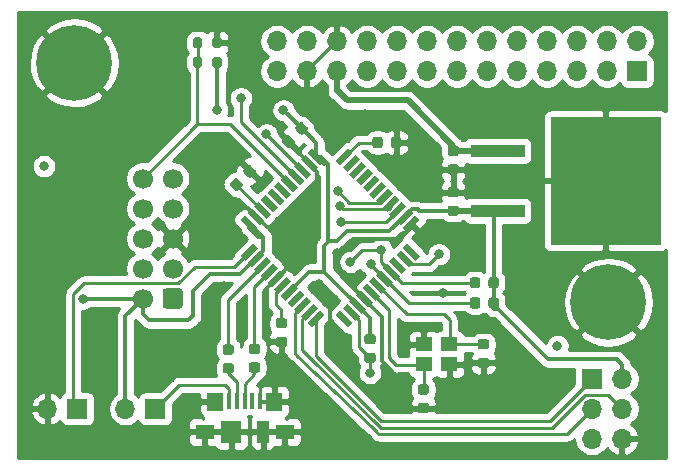
<source format=gtl>
G04 #@! TF.GenerationSoftware,KiCad,Pcbnew,(5.1.10-1-10_14)*
G04 #@! TF.CreationDate,2021-11-11T19:55:44+01:00*
G04 #@! TF.ProjectId,Demo Project 01,44656d6f-2050-4726-9f6a-656374203031,mk0*
G04 #@! TF.SameCoordinates,Original*
G04 #@! TF.FileFunction,Copper,L1,Top*
G04 #@! TF.FilePolarity,Positive*
%FSLAX46Y46*%
G04 Gerber Fmt 4.6, Leading zero omitted, Abs format (unit mm)*
G04 Created by KiCad (PCBNEW (5.1.10-1-10_14)) date 2021-11-11 19:55:44*
%MOMM*%
%LPD*%
G01*
G04 APERTURE LIST*
G04 #@! TA.AperFunction,ComponentPad*
%ADD10O,1.700000X1.700000*%
G04 #@! TD*
G04 #@! TA.AperFunction,ComponentPad*
%ADD11R,1.700000X1.700000*%
G04 #@! TD*
G04 #@! TA.AperFunction,ComponentPad*
%ADD12C,1.700000*%
G04 #@! TD*
G04 #@! TA.AperFunction,SMDPad,CuDef*
%ADD13R,1.400000X1.200000*%
G04 #@! TD*
G04 #@! TA.AperFunction,SMDPad,CuDef*
%ADD14R,0.450000X1.380000*%
G04 #@! TD*
G04 #@! TA.AperFunction,SMDPad,CuDef*
%ADD15R,1.425000X1.550000*%
G04 #@! TD*
G04 #@! TA.AperFunction,SMDPad,CuDef*
%ADD16R,1.650000X1.300000*%
G04 #@! TD*
G04 #@! TA.AperFunction,SMDPad,CuDef*
%ADD17R,1.800000X1.900000*%
G04 #@! TD*
G04 #@! TA.AperFunction,SMDPad,CuDef*
%ADD18R,1.000000X1.900000*%
G04 #@! TD*
G04 #@! TA.AperFunction,SMDPad,CuDef*
%ADD19R,4.600000X1.100000*%
G04 #@! TD*
G04 #@! TA.AperFunction,SMDPad,CuDef*
%ADD20R,9.400000X10.800000*%
G04 #@! TD*
G04 #@! TA.AperFunction,SMDPad,CuDef*
%ADD21C,0.100000*%
G04 #@! TD*
G04 #@! TA.AperFunction,ComponentPad*
%ADD22C,6.400000*%
G04 #@! TD*
G04 #@! TA.AperFunction,ComponentPad*
%ADD23C,0.800000*%
G04 #@! TD*
G04 #@! TA.AperFunction,ViaPad*
%ADD24C,0.800000*%
G04 #@! TD*
G04 #@! TA.AperFunction,Conductor*
%ADD25C,0.350000*%
G04 #@! TD*
G04 #@! TA.AperFunction,Conductor*
%ADD26C,0.250000*%
G04 #@! TD*
G04 #@! TA.AperFunction,Conductor*
%ADD27C,0.500000*%
G04 #@! TD*
G04 #@! TA.AperFunction,Conductor*
%ADD28C,0.254000*%
G04 #@! TD*
G04 #@! TA.AperFunction,Conductor*
%ADD29C,0.100000*%
G04 #@! TD*
G04 APERTURE END LIST*
D10*
X76327000Y-141351000D03*
D11*
X78867000Y-141351000D03*
G04 #@! TA.AperFunction,SMDPad,CuDef*
G36*
G01*
X89428000Y-111739000D02*
X89428000Y-112289000D01*
G75*
G02*
X89228000Y-112489000I-200000J0D01*
G01*
X88828000Y-112489000D01*
G75*
G02*
X88628000Y-112289000I0J200000D01*
G01*
X88628000Y-111739000D01*
G75*
G02*
X88828000Y-111539000I200000J0D01*
G01*
X89228000Y-111539000D01*
G75*
G02*
X89428000Y-111739000I0J-200000D01*
G01*
G37*
G04 #@! TD.AperFunction*
G04 #@! TA.AperFunction,SMDPad,CuDef*
G36*
G01*
X91078000Y-111739000D02*
X91078000Y-112289000D01*
G75*
G02*
X90878000Y-112489000I-200000J0D01*
G01*
X90478000Y-112489000D01*
G75*
G02*
X90278000Y-112289000I0J200000D01*
G01*
X90278000Y-111739000D01*
G75*
G02*
X90478000Y-111539000I200000J0D01*
G01*
X90878000Y-111539000D01*
G75*
G02*
X91078000Y-111739000I0J-200000D01*
G01*
G37*
G04 #@! TD.AperFunction*
G04 #@! TA.AperFunction,SMDPad,CuDef*
G36*
G01*
X90278000Y-110638000D02*
X90278000Y-110088000D01*
G75*
G02*
X90478000Y-109888000I200000J0D01*
G01*
X90878000Y-109888000D01*
G75*
G02*
X91078000Y-110088000I0J-200000D01*
G01*
X91078000Y-110638000D01*
G75*
G02*
X90878000Y-110838000I-200000J0D01*
G01*
X90478000Y-110838000D01*
G75*
G02*
X90278000Y-110638000I0J200000D01*
G01*
G37*
G04 #@! TD.AperFunction*
G04 #@! TA.AperFunction,SMDPad,CuDef*
G36*
G01*
X88628000Y-110638000D02*
X88628000Y-110088000D01*
G75*
G02*
X88828000Y-109888000I200000J0D01*
G01*
X89228000Y-109888000D01*
G75*
G02*
X89428000Y-110088000I0J-200000D01*
G01*
X89428000Y-110638000D01*
G75*
G02*
X89228000Y-110838000I-200000J0D01*
G01*
X88828000Y-110838000D01*
G75*
G02*
X88628000Y-110638000I0J200000D01*
G01*
G37*
G04 #@! TD.AperFunction*
G04 #@! TA.AperFunction,ComponentPad*
G36*
G01*
X87781500Y-131416500D02*
X87781500Y-132616500D01*
G75*
G02*
X87531500Y-132866500I-250000J0D01*
G01*
X86331500Y-132866500D01*
G75*
G02*
X86081500Y-132616500I0J250000D01*
G01*
X86081500Y-131416500D01*
G75*
G02*
X86331500Y-131166500I250000J0D01*
G01*
X87531500Y-131166500D01*
G75*
G02*
X87781500Y-131416500I0J-250000D01*
G01*
G37*
G04 #@! TD.AperFunction*
D12*
X86931500Y-129476500D03*
X86931500Y-126936500D03*
X86931500Y-124396500D03*
X86931500Y-121856500D03*
X84391500Y-132016500D03*
X84391500Y-129476500D03*
X84391500Y-126936500D03*
X84391500Y-124396500D03*
X84391500Y-121856500D03*
D11*
X122428000Y-138811000D03*
D10*
X124968000Y-138811000D03*
X122428000Y-141351000D03*
X124968000Y-141351000D03*
X122428000Y-143891000D03*
X124968000Y-143891000D03*
D13*
X110363000Y-137590000D03*
X108163000Y-137590000D03*
X108163000Y-135890000D03*
X110363000Y-135890000D03*
D10*
X82931000Y-141351000D03*
D11*
X85471000Y-141351000D03*
X126238000Y-112776000D03*
D10*
X126238000Y-110236000D03*
X123698000Y-112776000D03*
X123698000Y-110236000D03*
X121158000Y-112776000D03*
X121158000Y-110236000D03*
X118618000Y-112776000D03*
X118618000Y-110236000D03*
X116078000Y-112776000D03*
X116078000Y-110236000D03*
X113538000Y-112776000D03*
X113538000Y-110236000D03*
X110998000Y-112776000D03*
X110998000Y-110236000D03*
X108458000Y-112776000D03*
X108458000Y-110236000D03*
X105918000Y-112776000D03*
X105918000Y-110236000D03*
X103378000Y-112776000D03*
X103378000Y-110236000D03*
X100838000Y-112776000D03*
X100838000Y-110236000D03*
X98298000Y-112776000D03*
X98298000Y-110236000D03*
X95758000Y-112776000D03*
X95758000Y-110236000D03*
G04 #@! TA.AperFunction,SMDPad,CuDef*
G36*
G01*
X93570857Y-120760250D02*
X93933250Y-121122643D01*
G75*
G02*
X93933250Y-121432003I-154680J-154680D01*
G01*
X93623891Y-121741362D01*
G75*
G02*
X93314531Y-121741362I-154680J154680D01*
G01*
X92952138Y-121378969D01*
G75*
G02*
X92952138Y-121069609I154680J154680D01*
G01*
X93261497Y-120760250D01*
G75*
G02*
X93570857Y-120760250I154680J-154680D01*
G01*
G37*
G04 #@! TD.AperFunction*
G04 #@! TA.AperFunction,SMDPad,CuDef*
G36*
G01*
X92457163Y-121873944D02*
X92819556Y-122236337D01*
G75*
G02*
X92819556Y-122545697I-154680J-154680D01*
G01*
X92510197Y-122855056D01*
G75*
G02*
X92200837Y-122855056I-154680J154680D01*
G01*
X91838444Y-122492663D01*
G75*
G02*
X91838444Y-122183303I154680J154680D01*
G01*
X92147803Y-121873944D01*
G75*
G02*
X92457163Y-121873944I154680J-154680D01*
G01*
G37*
G04 #@! TD.AperFunction*
G04 #@! TA.AperFunction,SMDPad,CuDef*
G36*
G01*
X96853316Y-118239791D02*
X97215709Y-118602184D01*
G75*
G02*
X97215709Y-118911544I-154680J-154680D01*
G01*
X96906350Y-119220903D01*
G75*
G02*
X96596990Y-119220903I-154680J154680D01*
G01*
X96234597Y-118858510D01*
G75*
G02*
X96234597Y-118549150I154680J154680D01*
G01*
X96543956Y-118239791D01*
G75*
G02*
X96853316Y-118239791I154680J-154680D01*
G01*
G37*
G04 #@! TD.AperFunction*
G04 #@! TA.AperFunction,SMDPad,CuDef*
G36*
G01*
X97967010Y-117126097D02*
X98329403Y-117488490D01*
G75*
G02*
X98329403Y-117797850I-154680J-154680D01*
G01*
X98020044Y-118107209D01*
G75*
G02*
X97710684Y-118107209I-154680J154680D01*
G01*
X97348291Y-117744816D01*
G75*
G02*
X97348291Y-117435456I154680J154680D01*
G01*
X97657650Y-117126097D01*
G75*
G02*
X97967010Y-117126097I154680J-154680D01*
G01*
G37*
G04 #@! TD.AperFunction*
G04 #@! TA.AperFunction,SMDPad,CuDef*
G36*
G01*
X113489450Y-137902500D02*
X112976950Y-137902500D01*
G75*
G02*
X112758200Y-137683750I0J218750D01*
G01*
X112758200Y-137246250D01*
G75*
G02*
X112976950Y-137027500I218750J0D01*
G01*
X113489450Y-137027500D01*
G75*
G02*
X113708200Y-137246250I0J-218750D01*
G01*
X113708200Y-137683750D01*
G75*
G02*
X113489450Y-137902500I-218750J0D01*
G01*
G37*
G04 #@! TD.AperFunction*
G04 #@! TA.AperFunction,SMDPad,CuDef*
G36*
G01*
X113489450Y-136327500D02*
X112976950Y-136327500D01*
G75*
G02*
X112758200Y-136108750I0J218750D01*
G01*
X112758200Y-135671250D01*
G75*
G02*
X112976950Y-135452500I218750J0D01*
G01*
X113489450Y-135452500D01*
G75*
G02*
X113708200Y-135671250I0J-218750D01*
G01*
X113708200Y-136108750D01*
G75*
G02*
X113489450Y-136327500I-218750J0D01*
G01*
G37*
G04 #@! TD.AperFunction*
G04 #@! TA.AperFunction,SMDPad,CuDef*
G36*
G01*
X108409450Y-140162800D02*
X107896950Y-140162800D01*
G75*
G02*
X107678200Y-139944050I0J218750D01*
G01*
X107678200Y-139506550D01*
G75*
G02*
X107896950Y-139287800I218750J0D01*
G01*
X108409450Y-139287800D01*
G75*
G02*
X108628200Y-139506550I0J-218750D01*
G01*
X108628200Y-139944050D01*
G75*
G02*
X108409450Y-140162800I-218750J0D01*
G01*
G37*
G04 #@! TD.AperFunction*
G04 #@! TA.AperFunction,SMDPad,CuDef*
G36*
G01*
X108409450Y-141737800D02*
X107896950Y-141737800D01*
G75*
G02*
X107678200Y-141519050I0J218750D01*
G01*
X107678200Y-141081550D01*
G75*
G02*
X107896950Y-140862800I218750J0D01*
G01*
X108409450Y-140862800D01*
G75*
G02*
X108628200Y-141081550I0J-218750D01*
G01*
X108628200Y-141519050D01*
G75*
G02*
X108409450Y-141737800I-218750J0D01*
G01*
G37*
G04 #@! TD.AperFunction*
G04 #@! TA.AperFunction,SMDPad,CuDef*
G36*
G01*
X95882750Y-133674500D02*
X96395250Y-133674500D01*
G75*
G02*
X96614000Y-133893250I0J-218750D01*
G01*
X96614000Y-134330750D01*
G75*
G02*
X96395250Y-134549500I-218750J0D01*
G01*
X95882750Y-134549500D01*
G75*
G02*
X95664000Y-134330750I0J218750D01*
G01*
X95664000Y-133893250D01*
G75*
G02*
X95882750Y-133674500I218750J0D01*
G01*
G37*
G04 #@! TD.AperFunction*
G04 #@! TA.AperFunction,SMDPad,CuDef*
G36*
G01*
X95882750Y-135249500D02*
X96395250Y-135249500D01*
G75*
G02*
X96614000Y-135468250I0J-218750D01*
G01*
X96614000Y-135905750D01*
G75*
G02*
X96395250Y-136124500I-218750J0D01*
G01*
X95882750Y-136124500D01*
G75*
G02*
X95664000Y-135905750I0J218750D01*
G01*
X95664000Y-135468250D01*
G75*
G02*
X95882750Y-135249500I218750J0D01*
G01*
G37*
G04 #@! TD.AperFunction*
G04 #@! TA.AperFunction,SMDPad,CuDef*
G36*
G01*
X110424250Y-120657000D02*
X110936750Y-120657000D01*
G75*
G02*
X111155500Y-120875750I0J-218750D01*
G01*
X111155500Y-121313250D01*
G75*
G02*
X110936750Y-121532000I-218750J0D01*
G01*
X110424250Y-121532000D01*
G75*
G02*
X110205500Y-121313250I0J218750D01*
G01*
X110205500Y-120875750D01*
G75*
G02*
X110424250Y-120657000I218750J0D01*
G01*
G37*
G04 #@! TD.AperFunction*
G04 #@! TA.AperFunction,SMDPad,CuDef*
G36*
G01*
X110424250Y-119082000D02*
X110936750Y-119082000D01*
G75*
G02*
X111155500Y-119300750I0J-218750D01*
G01*
X111155500Y-119738250D01*
G75*
G02*
X110936750Y-119957000I-218750J0D01*
G01*
X110424250Y-119957000D01*
G75*
G02*
X110205500Y-119738250I0J218750D01*
G01*
X110205500Y-119300750D01*
G75*
G02*
X110424250Y-119082000I218750J0D01*
G01*
G37*
G04 #@! TD.AperFunction*
G04 #@! TA.AperFunction,SMDPad,CuDef*
G36*
G01*
X110936750Y-125024500D02*
X110424250Y-125024500D01*
G75*
G02*
X110205500Y-124805750I0J218750D01*
G01*
X110205500Y-124368250D01*
G75*
G02*
X110424250Y-124149500I218750J0D01*
G01*
X110936750Y-124149500D01*
G75*
G02*
X111155500Y-124368250I0J-218750D01*
G01*
X111155500Y-124805750D01*
G75*
G02*
X110936750Y-125024500I-218750J0D01*
G01*
G37*
G04 #@! TD.AperFunction*
G04 #@! TA.AperFunction,SMDPad,CuDef*
G36*
G01*
X110936750Y-123449500D02*
X110424250Y-123449500D01*
G75*
G02*
X110205500Y-123230750I0J218750D01*
G01*
X110205500Y-122793250D01*
G75*
G02*
X110424250Y-122574500I218750J0D01*
G01*
X110936750Y-122574500D01*
G75*
G02*
X111155500Y-122793250I0J-218750D01*
G01*
X111155500Y-123230750D01*
G75*
G02*
X110936750Y-123449500I-218750J0D01*
G01*
G37*
G04 #@! TD.AperFunction*
D14*
X91727500Y-140653000D03*
X92377500Y-140653000D03*
X93027500Y-140653000D03*
X93677500Y-140653000D03*
X94327500Y-140653000D03*
D15*
X90540000Y-140738000D03*
X95515000Y-140738000D03*
D16*
X89652500Y-143313000D03*
X96402500Y-143313000D03*
D17*
X91877500Y-143313000D03*
D18*
X94577500Y-143313000D03*
G04 #@! TA.AperFunction,SMDPad,CuDef*
G36*
G01*
X103375750Y-135020500D02*
X103888250Y-135020500D01*
G75*
G02*
X104107000Y-135239250I0J-218750D01*
G01*
X104107000Y-135676750D01*
G75*
G02*
X103888250Y-135895500I-218750J0D01*
G01*
X103375750Y-135895500D01*
G75*
G02*
X103157000Y-135676750I0J218750D01*
G01*
X103157000Y-135239250D01*
G75*
G02*
X103375750Y-135020500I218750J0D01*
G01*
G37*
G04 #@! TD.AperFunction*
G04 #@! TA.AperFunction,SMDPad,CuDef*
G36*
G01*
X103375750Y-136595500D02*
X103888250Y-136595500D01*
G75*
G02*
X104107000Y-136814250I0J-218750D01*
G01*
X104107000Y-137251750D01*
G75*
G02*
X103888250Y-137470500I-218750J0D01*
G01*
X103375750Y-137470500D01*
G75*
G02*
X103157000Y-137251750I0J218750D01*
G01*
X103157000Y-136814250D01*
G75*
G02*
X103375750Y-136595500I218750J0D01*
G01*
G37*
G04 #@! TD.AperFunction*
G04 #@! TA.AperFunction,SMDPad,CuDef*
G36*
G01*
X112959500Y-132141250D02*
X112959500Y-132653750D01*
G75*
G02*
X112740750Y-132872500I-218750J0D01*
G01*
X112303250Y-132872500D01*
G75*
G02*
X112084500Y-132653750I0J218750D01*
G01*
X112084500Y-132141250D01*
G75*
G02*
X112303250Y-131922500I218750J0D01*
G01*
X112740750Y-131922500D01*
G75*
G02*
X112959500Y-132141250I0J-218750D01*
G01*
G37*
G04 #@! TD.AperFunction*
G04 #@! TA.AperFunction,SMDPad,CuDef*
G36*
G01*
X114534500Y-132141250D02*
X114534500Y-132653750D01*
G75*
G02*
X114315750Y-132872500I-218750J0D01*
G01*
X113878250Y-132872500D01*
G75*
G02*
X113659500Y-132653750I0J218750D01*
G01*
X113659500Y-132141250D01*
G75*
G02*
X113878250Y-131922500I218750J0D01*
G01*
X114315750Y-131922500D01*
G75*
G02*
X114534500Y-132141250I0J-218750D01*
G01*
G37*
G04 #@! TD.AperFunction*
G04 #@! TA.AperFunction,SMDPad,CuDef*
G36*
G01*
X114534500Y-130426750D02*
X114534500Y-130939250D01*
G75*
G02*
X114315750Y-131158000I-218750J0D01*
G01*
X113878250Y-131158000D01*
G75*
G02*
X113659500Y-130939250I0J218750D01*
G01*
X113659500Y-130426750D01*
G75*
G02*
X113878250Y-130208000I218750J0D01*
G01*
X114315750Y-130208000D01*
G75*
G02*
X114534500Y-130426750I0J-218750D01*
G01*
G37*
G04 #@! TD.AperFunction*
G04 #@! TA.AperFunction,SMDPad,CuDef*
G36*
G01*
X112959500Y-130426750D02*
X112959500Y-130939250D01*
G75*
G02*
X112740750Y-131158000I-218750J0D01*
G01*
X112303250Y-131158000D01*
G75*
G02*
X112084500Y-130939250I0J218750D01*
G01*
X112084500Y-130426750D01*
G75*
G02*
X112303250Y-130208000I218750J0D01*
G01*
X112740750Y-130208000D01*
G75*
G02*
X112959500Y-130426750I0J-218750D01*
G01*
G37*
G04 #@! TD.AperFunction*
G04 #@! TA.AperFunction,SMDPad,CuDef*
G36*
G01*
X105404500Y-119064750D02*
X105404500Y-118552250D01*
G75*
G02*
X105623250Y-118333500I218750J0D01*
G01*
X106060750Y-118333500D01*
G75*
G02*
X106279500Y-118552250I0J-218750D01*
G01*
X106279500Y-119064750D01*
G75*
G02*
X106060750Y-119283500I-218750J0D01*
G01*
X105623250Y-119283500D01*
G75*
G02*
X105404500Y-119064750I0J218750D01*
G01*
G37*
G04 #@! TD.AperFunction*
G04 #@! TA.AperFunction,SMDPad,CuDef*
G36*
G01*
X103829500Y-119064750D02*
X103829500Y-118552250D01*
G75*
G02*
X104048250Y-118333500I218750J0D01*
G01*
X104485750Y-118333500D01*
G75*
G02*
X104704500Y-118552250I0J-218750D01*
G01*
X104704500Y-119064750D01*
G75*
G02*
X104485750Y-119283500I-218750J0D01*
G01*
X104048250Y-119283500D01*
G75*
G02*
X103829500Y-119064750I0J218750D01*
G01*
G37*
G04 #@! TD.AperFunction*
G04 #@! TA.AperFunction,SMDPad,CuDef*
G36*
G01*
X91374250Y-137484500D02*
X91886750Y-137484500D01*
G75*
G02*
X92105500Y-137703250I0J-218750D01*
G01*
X92105500Y-138140750D01*
G75*
G02*
X91886750Y-138359500I-218750J0D01*
G01*
X91374250Y-138359500D01*
G75*
G02*
X91155500Y-138140750I0J218750D01*
G01*
X91155500Y-137703250D01*
G75*
G02*
X91374250Y-137484500I218750J0D01*
G01*
G37*
G04 #@! TD.AperFunction*
G04 #@! TA.AperFunction,SMDPad,CuDef*
G36*
G01*
X91374250Y-135909500D02*
X91886750Y-135909500D01*
G75*
G02*
X92105500Y-136128250I0J-218750D01*
G01*
X92105500Y-136565750D01*
G75*
G02*
X91886750Y-136784500I-218750J0D01*
G01*
X91374250Y-136784500D01*
G75*
G02*
X91155500Y-136565750I0J218750D01*
G01*
X91155500Y-136128250D01*
G75*
G02*
X91374250Y-135909500I218750J0D01*
G01*
G37*
G04 #@! TD.AperFunction*
G04 #@! TA.AperFunction,SMDPad,CuDef*
G36*
G01*
X93596750Y-135846000D02*
X94109250Y-135846000D01*
G75*
G02*
X94328000Y-136064750I0J-218750D01*
G01*
X94328000Y-136502250D01*
G75*
G02*
X94109250Y-136721000I-218750J0D01*
G01*
X93596750Y-136721000D01*
G75*
G02*
X93378000Y-136502250I0J218750D01*
G01*
X93378000Y-136064750D01*
G75*
G02*
X93596750Y-135846000I218750J0D01*
G01*
G37*
G04 #@! TD.AperFunction*
G04 #@! TA.AperFunction,SMDPad,CuDef*
G36*
G01*
X93596750Y-137421000D02*
X94109250Y-137421000D01*
G75*
G02*
X94328000Y-137639750I0J-218750D01*
G01*
X94328000Y-138077250D01*
G75*
G02*
X94109250Y-138296000I-218750J0D01*
G01*
X93596750Y-138296000D01*
G75*
G02*
X93378000Y-138077250I0J218750D01*
G01*
X93378000Y-137639750D01*
G75*
G02*
X93596750Y-137421000I218750J0D01*
G01*
G37*
G04 #@! TD.AperFunction*
D19*
X114430500Y-119507000D03*
X114430500Y-124587000D03*
D20*
X123580500Y-122047000D03*
G04 #@! TA.AperFunction,SMDPad,CuDef*
D21*
G36*
X94132348Y-126006794D02*
G01*
X93743440Y-126395702D01*
X92682780Y-125335042D01*
X93071688Y-124946134D01*
X94132348Y-126006794D01*
G37*
G04 #@! TD.AperFunction*
G04 #@! TA.AperFunction,SMDPad,CuDef*
G36*
X94698034Y-125441109D02*
G01*
X94309126Y-125830017D01*
X93248466Y-124769357D01*
X93637374Y-124380449D01*
X94698034Y-125441109D01*
G37*
G04 #@! TD.AperFunction*
G04 #@! TA.AperFunction,SMDPad,CuDef*
G36*
X95263719Y-124875424D02*
G01*
X94874811Y-125264332D01*
X93814151Y-124203672D01*
X94203059Y-123814764D01*
X95263719Y-124875424D01*
G37*
G04 #@! TD.AperFunction*
G04 #@! TA.AperFunction,SMDPad,CuDef*
G36*
X95829404Y-124309738D02*
G01*
X95440496Y-124698646D01*
X94379836Y-123637986D01*
X94768744Y-123249078D01*
X95829404Y-124309738D01*
G37*
G04 #@! TD.AperFunction*
G04 #@! TA.AperFunction,SMDPad,CuDef*
G36*
X96395090Y-123744053D02*
G01*
X96006182Y-124132961D01*
X94945522Y-123072301D01*
X95334430Y-122683393D01*
X96395090Y-123744053D01*
G37*
G04 #@! TD.AperFunction*
G04 #@! TA.AperFunction,SMDPad,CuDef*
G36*
X96960775Y-123178367D02*
G01*
X96571867Y-123567275D01*
X95511207Y-122506615D01*
X95900115Y-122117707D01*
X96960775Y-123178367D01*
G37*
G04 #@! TD.AperFunction*
G04 #@! TA.AperFunction,SMDPad,CuDef*
G36*
X97526461Y-122612682D02*
G01*
X97137553Y-123001590D01*
X96076893Y-121940930D01*
X96465801Y-121552022D01*
X97526461Y-122612682D01*
G37*
G04 #@! TD.AperFunction*
G04 #@! TA.AperFunction,SMDPad,CuDef*
G36*
X98092146Y-122046996D02*
G01*
X97703238Y-122435904D01*
X96642578Y-121375244D01*
X97031486Y-120986336D01*
X98092146Y-122046996D01*
G37*
G04 #@! TD.AperFunction*
G04 #@! TA.AperFunction,SMDPad,CuDef*
G36*
X98657832Y-121481311D02*
G01*
X98268924Y-121870219D01*
X97208264Y-120809559D01*
X97597172Y-120420651D01*
X98657832Y-121481311D01*
G37*
G04 #@! TD.AperFunction*
G04 #@! TA.AperFunction,SMDPad,CuDef*
G36*
X99223517Y-120915626D02*
G01*
X98834609Y-121304534D01*
X97773949Y-120243874D01*
X98162857Y-119854966D01*
X99223517Y-120915626D01*
G37*
G04 #@! TD.AperFunction*
G04 #@! TA.AperFunction,SMDPad,CuDef*
G36*
X99789202Y-120349940D02*
G01*
X99400294Y-120738848D01*
X98339634Y-119678188D01*
X98728542Y-119289280D01*
X99789202Y-120349940D01*
G37*
G04 #@! TD.AperFunction*
G04 #@! TA.AperFunction,SMDPad,CuDef*
G36*
X101132706Y-120738848D02*
G01*
X100743798Y-120349940D01*
X101804458Y-119289280D01*
X102193366Y-119678188D01*
X101132706Y-120738848D01*
G37*
G04 #@! TD.AperFunction*
G04 #@! TA.AperFunction,SMDPad,CuDef*
G36*
X101698391Y-121304534D02*
G01*
X101309483Y-120915626D01*
X102370143Y-119854966D01*
X102759051Y-120243874D01*
X101698391Y-121304534D01*
G37*
G04 #@! TD.AperFunction*
G04 #@! TA.AperFunction,SMDPad,CuDef*
G36*
X102264076Y-121870219D02*
G01*
X101875168Y-121481311D01*
X102935828Y-120420651D01*
X103324736Y-120809559D01*
X102264076Y-121870219D01*
G37*
G04 #@! TD.AperFunction*
G04 #@! TA.AperFunction,SMDPad,CuDef*
G36*
X102829762Y-122435904D02*
G01*
X102440854Y-122046996D01*
X103501514Y-120986336D01*
X103890422Y-121375244D01*
X102829762Y-122435904D01*
G37*
G04 #@! TD.AperFunction*
G04 #@! TA.AperFunction,SMDPad,CuDef*
G36*
X103395447Y-123001590D02*
G01*
X103006539Y-122612682D01*
X104067199Y-121552022D01*
X104456107Y-121940930D01*
X103395447Y-123001590D01*
G37*
G04 #@! TD.AperFunction*
G04 #@! TA.AperFunction,SMDPad,CuDef*
G36*
X103961133Y-123567275D02*
G01*
X103572225Y-123178367D01*
X104632885Y-122117707D01*
X105021793Y-122506615D01*
X103961133Y-123567275D01*
G37*
G04 #@! TD.AperFunction*
G04 #@! TA.AperFunction,SMDPad,CuDef*
G36*
X104526818Y-124132961D02*
G01*
X104137910Y-123744053D01*
X105198570Y-122683393D01*
X105587478Y-123072301D01*
X104526818Y-124132961D01*
G37*
G04 #@! TD.AperFunction*
G04 #@! TA.AperFunction,SMDPad,CuDef*
G36*
X105092504Y-124698646D02*
G01*
X104703596Y-124309738D01*
X105764256Y-123249078D01*
X106153164Y-123637986D01*
X105092504Y-124698646D01*
G37*
G04 #@! TD.AperFunction*
G04 #@! TA.AperFunction,SMDPad,CuDef*
G36*
X105658189Y-125264332D02*
G01*
X105269281Y-124875424D01*
X106329941Y-123814764D01*
X106718849Y-124203672D01*
X105658189Y-125264332D01*
G37*
G04 #@! TD.AperFunction*
G04 #@! TA.AperFunction,SMDPad,CuDef*
G36*
X106223874Y-125830017D02*
G01*
X105834966Y-125441109D01*
X106895626Y-124380449D01*
X107284534Y-124769357D01*
X106223874Y-125830017D01*
G37*
G04 #@! TD.AperFunction*
G04 #@! TA.AperFunction,SMDPad,CuDef*
G36*
X106789560Y-126395702D02*
G01*
X106400652Y-126006794D01*
X107461312Y-124946134D01*
X107850220Y-125335042D01*
X106789560Y-126395702D01*
G37*
G04 #@! TD.AperFunction*
G04 #@! TA.AperFunction,SMDPad,CuDef*
G36*
X107850220Y-128410958D02*
G01*
X107461312Y-128799866D01*
X106400652Y-127739206D01*
X106789560Y-127350298D01*
X107850220Y-128410958D01*
G37*
G04 #@! TD.AperFunction*
G04 #@! TA.AperFunction,SMDPad,CuDef*
G36*
X107284534Y-128976643D02*
G01*
X106895626Y-129365551D01*
X105834966Y-128304891D01*
X106223874Y-127915983D01*
X107284534Y-128976643D01*
G37*
G04 #@! TD.AperFunction*
G04 #@! TA.AperFunction,SMDPad,CuDef*
G36*
X106718849Y-129542328D02*
G01*
X106329941Y-129931236D01*
X105269281Y-128870576D01*
X105658189Y-128481668D01*
X106718849Y-129542328D01*
G37*
G04 #@! TD.AperFunction*
G04 #@! TA.AperFunction,SMDPad,CuDef*
G36*
X106153164Y-130108014D02*
G01*
X105764256Y-130496922D01*
X104703596Y-129436262D01*
X105092504Y-129047354D01*
X106153164Y-130108014D01*
G37*
G04 #@! TD.AperFunction*
G04 #@! TA.AperFunction,SMDPad,CuDef*
G36*
X105587478Y-130673699D02*
G01*
X105198570Y-131062607D01*
X104137910Y-130001947D01*
X104526818Y-129613039D01*
X105587478Y-130673699D01*
G37*
G04 #@! TD.AperFunction*
G04 #@! TA.AperFunction,SMDPad,CuDef*
G36*
X105021793Y-131239385D02*
G01*
X104632885Y-131628293D01*
X103572225Y-130567633D01*
X103961133Y-130178725D01*
X105021793Y-131239385D01*
G37*
G04 #@! TD.AperFunction*
G04 #@! TA.AperFunction,SMDPad,CuDef*
G36*
X104456107Y-131805070D02*
G01*
X104067199Y-132193978D01*
X103006539Y-131133318D01*
X103395447Y-130744410D01*
X104456107Y-131805070D01*
G37*
G04 #@! TD.AperFunction*
G04 #@! TA.AperFunction,SMDPad,CuDef*
G36*
X103890422Y-132370756D02*
G01*
X103501514Y-132759664D01*
X102440854Y-131699004D01*
X102829762Y-131310096D01*
X103890422Y-132370756D01*
G37*
G04 #@! TD.AperFunction*
G04 #@! TA.AperFunction,SMDPad,CuDef*
G36*
X103324736Y-132936441D02*
G01*
X102935828Y-133325349D01*
X101875168Y-132264689D01*
X102264076Y-131875781D01*
X103324736Y-132936441D01*
G37*
G04 #@! TD.AperFunction*
G04 #@! TA.AperFunction,SMDPad,CuDef*
G36*
X102759051Y-133502126D02*
G01*
X102370143Y-133891034D01*
X101309483Y-132830374D01*
X101698391Y-132441466D01*
X102759051Y-133502126D01*
G37*
G04 #@! TD.AperFunction*
G04 #@! TA.AperFunction,SMDPad,CuDef*
G36*
X102193366Y-134067812D02*
G01*
X101804458Y-134456720D01*
X100743798Y-133396060D01*
X101132706Y-133007152D01*
X102193366Y-134067812D01*
G37*
G04 #@! TD.AperFunction*
G04 #@! TA.AperFunction,SMDPad,CuDef*
G36*
X98728542Y-134456720D02*
G01*
X98339634Y-134067812D01*
X99400294Y-133007152D01*
X99789202Y-133396060D01*
X98728542Y-134456720D01*
G37*
G04 #@! TD.AperFunction*
G04 #@! TA.AperFunction,SMDPad,CuDef*
G36*
X98162857Y-133891034D02*
G01*
X97773949Y-133502126D01*
X98834609Y-132441466D01*
X99223517Y-132830374D01*
X98162857Y-133891034D01*
G37*
G04 #@! TD.AperFunction*
G04 #@! TA.AperFunction,SMDPad,CuDef*
G36*
X97597172Y-133325349D02*
G01*
X97208264Y-132936441D01*
X98268924Y-131875781D01*
X98657832Y-132264689D01*
X97597172Y-133325349D01*
G37*
G04 #@! TD.AperFunction*
G04 #@! TA.AperFunction,SMDPad,CuDef*
G36*
X97031486Y-132759664D02*
G01*
X96642578Y-132370756D01*
X97703238Y-131310096D01*
X98092146Y-131699004D01*
X97031486Y-132759664D01*
G37*
G04 #@! TD.AperFunction*
G04 #@! TA.AperFunction,SMDPad,CuDef*
G36*
X96465801Y-132193978D02*
G01*
X96076893Y-131805070D01*
X97137553Y-130744410D01*
X97526461Y-131133318D01*
X96465801Y-132193978D01*
G37*
G04 #@! TD.AperFunction*
G04 #@! TA.AperFunction,SMDPad,CuDef*
G36*
X95900115Y-131628293D02*
G01*
X95511207Y-131239385D01*
X96571867Y-130178725D01*
X96960775Y-130567633D01*
X95900115Y-131628293D01*
G37*
G04 #@! TD.AperFunction*
G04 #@! TA.AperFunction,SMDPad,CuDef*
G36*
X95334430Y-131062607D02*
G01*
X94945522Y-130673699D01*
X96006182Y-129613039D01*
X96395090Y-130001947D01*
X95334430Y-131062607D01*
G37*
G04 #@! TD.AperFunction*
G04 #@! TA.AperFunction,SMDPad,CuDef*
G36*
X94768744Y-130496922D02*
G01*
X94379836Y-130108014D01*
X95440496Y-129047354D01*
X95829404Y-129436262D01*
X94768744Y-130496922D01*
G37*
G04 #@! TD.AperFunction*
G04 #@! TA.AperFunction,SMDPad,CuDef*
G36*
X94203059Y-129931236D02*
G01*
X93814151Y-129542328D01*
X94874811Y-128481668D01*
X95263719Y-128870576D01*
X94203059Y-129931236D01*
G37*
G04 #@! TD.AperFunction*
G04 #@! TA.AperFunction,SMDPad,CuDef*
G36*
X93637374Y-129365551D02*
G01*
X93248466Y-128976643D01*
X94309126Y-127915983D01*
X94698034Y-128304891D01*
X93637374Y-129365551D01*
G37*
G04 #@! TD.AperFunction*
G04 #@! TA.AperFunction,SMDPad,CuDef*
G36*
X93071688Y-128799866D02*
G01*
X92682780Y-128410958D01*
X93743440Y-127350298D01*
X94132348Y-127739206D01*
X93071688Y-128799866D01*
G37*
G04 #@! TD.AperFunction*
D22*
X78587600Y-112064800D03*
D23*
X80987600Y-112064800D03*
X80284656Y-113761856D03*
X78587600Y-114464800D03*
X76890544Y-113761856D03*
X76187600Y-112064800D03*
X76890544Y-110367744D03*
X78587600Y-109664800D03*
X80284656Y-110367744D03*
X125522056Y-130636944D03*
X123825000Y-129934000D03*
X122127944Y-130636944D03*
X121425000Y-132334000D03*
X122127944Y-134031056D03*
X123825000Y-134734000D03*
X125522056Y-134031056D03*
X126225000Y-132334000D03*
D22*
X123825000Y-132334000D03*
D24*
X119507000Y-136017000D03*
X76022200Y-120802400D03*
X92583000Y-108839000D03*
X109829600Y-131521200D03*
X92760800Y-133146800D03*
X106553000Y-134620000D03*
X116179600Y-122072400D03*
X127101600Y-129133600D03*
X114096800Y-115366800D03*
X105816400Y-120853200D03*
X85471000Y-108839000D03*
X74930000Y-108864400D03*
X75641200Y-128930400D03*
X77343000Y-135737600D03*
X84429600Y-138049000D03*
X74295000Y-144780000D03*
X99466400Y-142697200D03*
X105765600Y-139801600D03*
X99568000Y-144907000D03*
X110947200Y-140208000D03*
X113487200Y-145034000D03*
X119329200Y-132130800D03*
X97180400Y-127254000D03*
X91389200Y-128117600D03*
X89281000Y-126619000D03*
X91313000Y-130937000D03*
X82600800Y-125628400D03*
X80391000Y-138480800D03*
X81026000Y-120904000D03*
X84074000Y-110617000D03*
X116586000Y-127254000D03*
X117398800Y-117754400D03*
X112014000Y-127711200D03*
X100685600Y-117094000D03*
X99314000Y-130810000D03*
X91821000Y-119126000D03*
X103174800Y-116433600D03*
X113842800Y-123088400D03*
X90297000Y-133096000D03*
X89712800Y-137795000D03*
X100838000Y-128129001D03*
X98425000Y-123317000D03*
X88773000Y-123063000D03*
X91313000Y-123571000D03*
X86741000Y-144399000D03*
X95631000Y-137922000D03*
X112014000Y-134112000D03*
X84328000Y-135382000D03*
X89662000Y-135382000D03*
X100863400Y-135382000D03*
X118872000Y-140208000D03*
X127762000Y-136906000D03*
X127635000Y-142748000D03*
X79349600Y-132029200D03*
X96300194Y-116078000D03*
X90678000Y-116078000D03*
X103632000Y-138303000D03*
X104584500Y-127914400D03*
X101981000Y-128905000D03*
X103682800Y-129082800D03*
X94869000Y-118110000D03*
X92710000Y-115062000D03*
X109474000Y-128270000D03*
X101092000Y-124206000D03*
X100965000Y-122887002D03*
X101193600Y-125526800D03*
D25*
X94043944Y-125105233D02*
X94871911Y-125933200D01*
X93973250Y-125105233D02*
X94043944Y-125105233D01*
X93973250Y-125105233D02*
X93973250Y-125062850D01*
X93973250Y-125062850D02*
X93065600Y-124155200D01*
X96725153Y-118806170D02*
X96725153Y-118730347D01*
X98498733Y-120579750D02*
X96725153Y-118806170D01*
X94377501Y-140703001D02*
X94377501Y-140653000D01*
X94412500Y-140738000D02*
X94377501Y-140703001D01*
X95515000Y-140738000D02*
X94412500Y-140738000D01*
D26*
X94327500Y-139713000D02*
X94335600Y-139704900D01*
X94327500Y-140653000D02*
X94327500Y-139713000D01*
X94335600Y-139704900D02*
X94335600Y-139446000D01*
D25*
X99988001Y-111085999D02*
X98298000Y-112776000D01*
X100838000Y-110236000D02*
X99988001Y-111085999D01*
X101105999Y-128129001D02*
X101105999Y-128129001D01*
X107125436Y-126059826D02*
X107125436Y-125670918D01*
X102235000Y-127000000D02*
X106185262Y-127000000D01*
X100838000Y-128129001D02*
X102235000Y-127000000D01*
X106185262Y-127000000D02*
X107125436Y-126059826D01*
X95670306Y-130337823D02*
X95722177Y-130337823D01*
X95722177Y-130337823D02*
X96520000Y-129540000D01*
X100268788Y-135015988D02*
X100863400Y-135610600D01*
X100268788Y-131764788D02*
X100268788Y-135015988D01*
X99568000Y-131064000D02*
X100268788Y-131764788D01*
X104682990Y-133552232D02*
X104682990Y-137321990D01*
X103165638Y-132034880D02*
X104682990Y-133552232D01*
X104682990Y-137321990D02*
X105537000Y-138176000D01*
X100863400Y-135610600D02*
X102260400Y-137007600D01*
X95670306Y-130337823D02*
X95670306Y-130389694D01*
X95670306Y-130389694D02*
X94742000Y-131318000D01*
X100838000Y-129667000D02*
X103165638Y-132034880D01*
X100838000Y-128129001D02*
X100838000Y-129667000D01*
X98498733Y-120650444D02*
X99187000Y-121338711D01*
X98498733Y-120579750D02*
X98498733Y-120650444D01*
X99187000Y-121338711D02*
X99187000Y-122428000D01*
D26*
X94504048Y-124539548D02*
X94538935Y-124539548D01*
X92329000Y-122364500D02*
X94504048Y-124539548D01*
D27*
X114430500Y-124587000D02*
X110680500Y-124587000D01*
D25*
X107658068Y-124471124D02*
X107193859Y-124471124D01*
X107773944Y-124587000D02*
X107658068Y-124471124D01*
X107193859Y-124471124D02*
X106559750Y-125105233D01*
X110680500Y-124587000D02*
X107773944Y-124587000D01*
X99064418Y-118842224D02*
X97838847Y-117616653D01*
X99064418Y-120014064D02*
X99064418Y-118842224D01*
X114097000Y-132397500D02*
X114097000Y-130683000D01*
X114097000Y-124920500D02*
X114430500Y-124587000D01*
X114097000Y-130683000D02*
X114097000Y-124920500D01*
X101701600Y-131724400D02*
X102599952Y-132600565D01*
X101346000Y-131346613D02*
X101701600Y-131724400D01*
X94607358Y-128006659D02*
X94607358Y-126800017D01*
X94607358Y-126800017D02*
X94012671Y-126205330D01*
X93973250Y-128640767D02*
X94607358Y-128006659D01*
X93407564Y-126059826D02*
X93407564Y-125670918D01*
X94147755Y-126800017D02*
X93407564Y-126059826D01*
X94607358Y-126800017D02*
X94147755Y-126800017D01*
X99771200Y-129771813D02*
X101346000Y-131346613D01*
X92608323Y-129934999D02*
X90054799Y-129934999D01*
X93902555Y-128640767D02*
X92608323Y-129934999D01*
X90054799Y-129934999D02*
X88634599Y-131355199D01*
X93973250Y-128640767D02*
X93902555Y-128640767D01*
X88634599Y-131355199D02*
X88634599Y-133488401D01*
X88634599Y-133488401D02*
X88265000Y-133858000D01*
X88265000Y-133858000D02*
X84963000Y-133858000D01*
X84391500Y-133286500D02*
X84391500Y-132016500D01*
X84963000Y-133858000D02*
X84391500Y-133286500D01*
X98499058Y-129771813D02*
X99771200Y-129771813D01*
X96801677Y-131469194D02*
X98499058Y-129771813D01*
X114097000Y-132397500D02*
X114097000Y-132893000D01*
X114477602Y-132893000D02*
X118744602Y-137160000D01*
X114097000Y-132893000D02*
X114477602Y-132893000D01*
X82931000Y-133477000D02*
X82931000Y-141351000D01*
X84391500Y-132016500D02*
X82931000Y-133477000D01*
X103591590Y-133662897D02*
X103591590Y-135458000D01*
X102599952Y-132671259D02*
X103591590Y-133662897D01*
X102599952Y-132600565D02*
X102599952Y-132671259D01*
X124968000Y-137608919D02*
X124968000Y-138811000D01*
X124519081Y-137160000D02*
X124968000Y-137608919D01*
X118744602Y-137160000D02*
X124519081Y-137160000D01*
X101675802Y-126339600D02*
X100863002Y-127152400D01*
X106489056Y-125105233D02*
X105254689Y-126339600D01*
X105254689Y-126339600D02*
X101675802Y-126339600D01*
X106559750Y-125105233D02*
X106489056Y-125105233D01*
X99698527Y-120648173D02*
X99064418Y-120014064D01*
X97838847Y-117616653D02*
X97753853Y-117616653D01*
X84378800Y-132029200D02*
X84391500Y-132016500D01*
X79349600Y-132029200D02*
X84378800Y-132029200D01*
X96300194Y-116078000D02*
X97838847Y-117616653D01*
X100089999Y-127040743D02*
X100189628Y-127140372D01*
X100089999Y-120650737D02*
X100089999Y-127040743D01*
X99453326Y-120014064D02*
X100089999Y-120650737D01*
X99064418Y-120014064D02*
X99453326Y-120014064D01*
X100863002Y-127152400D02*
X100189628Y-127140372D01*
X99771200Y-127558800D02*
X100189628Y-127140372D01*
X99771200Y-129771813D02*
X99771200Y-127558800D01*
X90678000Y-112014000D02*
X90678000Y-116078000D01*
D26*
X104297009Y-130903509D02*
X104297009Y-130916209D01*
X104297009Y-130916209D02*
X106730800Y-133350000D01*
X106730800Y-133350000D02*
X109880400Y-133350000D01*
X110370800Y-133840400D02*
X110370800Y-135903600D01*
X109880400Y-133350000D02*
X110370800Y-133840400D01*
X113219600Y-135903600D02*
X113233200Y-135890000D01*
X110370800Y-135903600D02*
X113219600Y-135903600D01*
X108170800Y-137603600D02*
X105862990Y-137603600D01*
X105283000Y-137033000D02*
X105867200Y-137617200D01*
X103731323Y-131469194D02*
X105283000Y-133020871D01*
X105283000Y-133020871D02*
X105283000Y-137033000D01*
X105867200Y-137617200D02*
X105308400Y-137049010D01*
X105862990Y-137603600D02*
X105867200Y-137617200D01*
X108170800Y-139707700D02*
X108153200Y-139725300D01*
X108170800Y-137603600D02*
X108170800Y-139707700D01*
X95651883Y-132481883D02*
X96139000Y-132969000D01*
X95651883Y-131487617D02*
X95651883Y-132481883D01*
X96235991Y-130903509D02*
X95651883Y-131487617D01*
X96139000Y-132969000D02*
X96139000Y-134112000D01*
D27*
X110693000Y-119507000D02*
X110680500Y-119519500D01*
X114430500Y-119507000D02*
X110693000Y-119507000D01*
X106812900Y-115214400D02*
X110680500Y-119082000D01*
X110680500Y-119082000D02*
X110680500Y-119519500D01*
X100838000Y-114452400D02*
X100888800Y-114452400D01*
X101650800Y-115214400D02*
X106812900Y-115214400D01*
X100888800Y-114452400D02*
X101650800Y-115214400D01*
X100838000Y-112776000D02*
X100838000Y-114452400D01*
D26*
X91727500Y-139672998D02*
X91373502Y-139319000D01*
X91727500Y-140653000D02*
X91727500Y-139672998D01*
X87503000Y-139319000D02*
X85471000Y-141351000D01*
X91373502Y-139319000D02*
X87503000Y-139319000D01*
X91630500Y-138359500D02*
X92377500Y-139106500D01*
X92377500Y-139713000D02*
X92377500Y-140653000D01*
X92377500Y-139106500D02*
X92377500Y-139713000D01*
X91630500Y-137922000D02*
X91630500Y-138359500D01*
X93027500Y-140653000D02*
X93027500Y-139255500D01*
X93853000Y-138430000D02*
X93853000Y-137858500D01*
X93027500Y-139255500D02*
X93853000Y-138430000D01*
X99064418Y-136898834D02*
X104532584Y-142367000D01*
X99064418Y-133731936D02*
X99064418Y-136898834D01*
X118872000Y-142367000D02*
X122428000Y-138811000D01*
X118745000Y-142367000D02*
X118872000Y-142367000D01*
X104532584Y-142367000D02*
X118745000Y-142367000D01*
X102731990Y-133863973D02*
X102034267Y-133166250D01*
X102731990Y-136132990D02*
X102731990Y-133863973D01*
X103632000Y-137033000D02*
X102731990Y-136132990D01*
X103632000Y-137033000D02*
X103632000Y-138303000D01*
X105428380Y-129772138D02*
X106339242Y-130683000D01*
X106339242Y-130683000D02*
X112522000Y-130683000D01*
X104584500Y-128928258D02*
X105428380Y-129772138D01*
X104584500Y-127914400D02*
X104584500Y-128928258D01*
X102971600Y-127914400D02*
X104584500Y-127914400D01*
X101981000Y-128905000D02*
X102971600Y-127914400D01*
X106922371Y-132397500D02*
X112522000Y-132397500D01*
X104862694Y-130337823D02*
X106922371Y-132397500D01*
X103682800Y-129157929D02*
X104862694Y-130337823D01*
X103682800Y-129082800D02*
X103682800Y-129157929D01*
X97933048Y-121145435D02*
X97904435Y-121145435D01*
X97904435Y-121145435D02*
X94869000Y-118110000D01*
X92710000Y-117053758D02*
X92710000Y-115062000D01*
X97367362Y-121711120D02*
X92710000Y-117053758D01*
X107043859Y-129124876D02*
X108619124Y-129124876D01*
X108619124Y-129124876D02*
X109474000Y-128270000D01*
X106559750Y-128640767D02*
X107043859Y-129124876D01*
X89028000Y-112014000D02*
X89028000Y-110363000D01*
X89027000Y-117221000D02*
X84391500Y-121856500D01*
X89027000Y-112267000D02*
X89027000Y-117221000D01*
X96801677Y-122201677D02*
X91821000Y-117221000D01*
X96801677Y-122276806D02*
X96801677Y-122201677D01*
X91821000Y-117221000D02*
X89027000Y-117221000D01*
X104267000Y-118808500D02*
X102679500Y-118808500D01*
X102679500Y-118808500D02*
X101473000Y-120015000D01*
X91630500Y-132114887D02*
X91630500Y-136347000D01*
X94538935Y-129206452D02*
X91630500Y-132114887D01*
X93853000Y-136283500D02*
X93853000Y-131023758D01*
X93853000Y-131023758D02*
X95104620Y-129772138D01*
X97284984Y-133248629D02*
X97933048Y-132600565D01*
X97284983Y-134116393D02*
X97284984Y-133248629D01*
X97282000Y-136652000D02*
X97284983Y-134116393D01*
X103884371Y-143002000D02*
X97409000Y-136779000D01*
X104212457Y-143319693D02*
X103894234Y-143002000D01*
X97409000Y-136779000D02*
X97282000Y-136652000D01*
X104344774Y-143452010D02*
X104212457Y-143319693D01*
X103894234Y-143002000D02*
X103884371Y-143002000D01*
X120326990Y-143452010D02*
X104344774Y-143452010D01*
X122428000Y-141351000D02*
X120326990Y-143452010D01*
X121863999Y-140175999D02*
X123794409Y-140175999D01*
X124968000Y-141349590D02*
X124968000Y-141351000D01*
X119037998Y-143002000D02*
X121863999Y-140175999D01*
X104531174Y-143002000D02*
X119037998Y-143002000D01*
X97917000Y-136398000D02*
X98425000Y-136906000D01*
X123794409Y-140175999D02*
X124968000Y-141349590D01*
X98425000Y-136906000D02*
X104531174Y-143002000D01*
X97861992Y-133802992D02*
X97917000Y-136398000D01*
X98498733Y-133166250D02*
X97861992Y-133802992D01*
X105428380Y-123973862D02*
X105428380Y-124256689D01*
X105227098Y-124457971D02*
X101457971Y-124457971D01*
X101457971Y-124457971D02*
X101343971Y-124457971D01*
X105428380Y-124256689D02*
X105227098Y-124457971D01*
X101343971Y-124457971D02*
X101092000Y-124206000D01*
X104378586Y-123892285D02*
X101892285Y-123892285D01*
X104862694Y-123408177D02*
X104378586Y-123892285D01*
X101892285Y-123892285D02*
X101000000Y-123000000D01*
X101000000Y-123000000D02*
X101000000Y-123000000D01*
X101193600Y-125526800D02*
X101193600Y-125526800D01*
X105006813Y-125526800D02*
X105994065Y-124539548D01*
X101193600Y-125526800D02*
X102260400Y-125526800D01*
X101193600Y-125526800D02*
X105006813Y-125526800D01*
X78575399Y-141059399D02*
X78867000Y-141351000D01*
X78524599Y-141008599D02*
X78867000Y-141351000D01*
X88810533Y-129334989D02*
X87404023Y-130741499D01*
X93407564Y-128075082D02*
X92147657Y-129334989D01*
X92147657Y-129334989D02*
X88810533Y-129334989D01*
X78524599Y-131633199D02*
X78524599Y-141008599D01*
X79416299Y-130741499D02*
X78524599Y-131633199D01*
X87404023Y-130741499D02*
X79416299Y-130741499D01*
D28*
X128689500Y-116161195D02*
X128634994Y-116116463D01*
X128524680Y-116057498D01*
X128404982Y-116021188D01*
X128280500Y-116008928D01*
X123866250Y-116012000D01*
X123707500Y-116170750D01*
X123707500Y-121920000D01*
X123727500Y-121920000D01*
X123727500Y-122174000D01*
X123707500Y-122174000D01*
X123707500Y-127923250D01*
X123866250Y-128082000D01*
X128280500Y-128085072D01*
X128404982Y-128072812D01*
X128524680Y-128036502D01*
X128634994Y-127977537D01*
X128689501Y-127932805D01*
X128689501Y-145542400D01*
X73812000Y-145542400D01*
X73812000Y-143963000D01*
X88189428Y-143963000D01*
X88201688Y-144087482D01*
X88237998Y-144207180D01*
X88296963Y-144317494D01*
X88376315Y-144414185D01*
X88473006Y-144493537D01*
X88583320Y-144552502D01*
X88703018Y-144588812D01*
X88827500Y-144601072D01*
X89366750Y-144598000D01*
X89525500Y-144439250D01*
X89525500Y-143440000D01*
X89779500Y-143440000D01*
X89779500Y-144439250D01*
X89938250Y-144598000D01*
X90438065Y-144600847D01*
X90446963Y-144617494D01*
X90526315Y-144714185D01*
X90623006Y-144793537D01*
X90733320Y-144852502D01*
X90853018Y-144888812D01*
X90977500Y-144901072D01*
X91591750Y-144898000D01*
X91750500Y-144739250D01*
X91750500Y-143440000D01*
X92004500Y-143440000D01*
X92004500Y-144739250D01*
X92163250Y-144898000D01*
X92777500Y-144901072D01*
X92901982Y-144888812D01*
X93021680Y-144852502D01*
X93131994Y-144793537D01*
X93228685Y-144714185D01*
X93308037Y-144617494D01*
X93367002Y-144507180D01*
X93403312Y-144387482D01*
X93415572Y-144263000D01*
X93439428Y-144263000D01*
X93451688Y-144387482D01*
X93487998Y-144507180D01*
X93546963Y-144617494D01*
X93626315Y-144714185D01*
X93723006Y-144793537D01*
X93833320Y-144852502D01*
X93953018Y-144888812D01*
X94077500Y-144901072D01*
X94291750Y-144898000D01*
X94450500Y-144739250D01*
X94450500Y-143440000D01*
X94704500Y-143440000D01*
X94704500Y-144739250D01*
X94863250Y-144898000D01*
X95077500Y-144901072D01*
X95201982Y-144888812D01*
X95321680Y-144852502D01*
X95431994Y-144793537D01*
X95528685Y-144714185D01*
X95608037Y-144617494D01*
X95616935Y-144600847D01*
X96116750Y-144598000D01*
X96275500Y-144439250D01*
X96275500Y-143440000D01*
X96529500Y-143440000D01*
X96529500Y-144439250D01*
X96688250Y-144598000D01*
X97227500Y-144601072D01*
X97351982Y-144588812D01*
X97471680Y-144552502D01*
X97581994Y-144493537D01*
X97678685Y-144414185D01*
X97758037Y-144317494D01*
X97817002Y-144207180D01*
X97853312Y-144087482D01*
X97865572Y-143963000D01*
X97862500Y-143598750D01*
X97703750Y-143440000D01*
X96529500Y-143440000D01*
X96275500Y-143440000D01*
X94704500Y-143440000D01*
X94450500Y-143440000D01*
X93601250Y-143440000D01*
X93442500Y-143598750D01*
X93439428Y-144263000D01*
X93415572Y-144263000D01*
X93412500Y-143598750D01*
X93253750Y-143440000D01*
X92004500Y-143440000D01*
X91750500Y-143440000D01*
X89779500Y-143440000D01*
X89525500Y-143440000D01*
X88351250Y-143440000D01*
X88192500Y-143598750D01*
X88189428Y-143963000D01*
X73812000Y-143963000D01*
X73812000Y-141707891D01*
X74885519Y-141707891D01*
X74982843Y-141982252D01*
X75131822Y-142232355D01*
X75326731Y-142448588D01*
X75560080Y-142622641D01*
X75822901Y-142747825D01*
X75970110Y-142792476D01*
X76200000Y-142671155D01*
X76200000Y-141478000D01*
X75006186Y-141478000D01*
X74885519Y-141707891D01*
X73812000Y-141707891D01*
X73812000Y-140994109D01*
X74885519Y-140994109D01*
X75006186Y-141224000D01*
X76200000Y-141224000D01*
X76200000Y-140030845D01*
X76454000Y-140030845D01*
X76454000Y-141224000D01*
X76474000Y-141224000D01*
X76474000Y-141478000D01*
X76454000Y-141478000D01*
X76454000Y-142671155D01*
X76683890Y-142792476D01*
X76831099Y-142747825D01*
X77093920Y-142622641D01*
X77327269Y-142448588D01*
X77403034Y-142364534D01*
X77427498Y-142445180D01*
X77486463Y-142555494D01*
X77565815Y-142652185D01*
X77662506Y-142731537D01*
X77772820Y-142790502D01*
X77892518Y-142826812D01*
X78017000Y-142839072D01*
X79717000Y-142839072D01*
X79841482Y-142826812D01*
X79961180Y-142790502D01*
X80071494Y-142731537D01*
X80168185Y-142652185D01*
X80247537Y-142555494D01*
X80306502Y-142445180D01*
X80342812Y-142325482D01*
X80355072Y-142201000D01*
X80355072Y-140501000D01*
X80342812Y-140376518D01*
X80306502Y-140256820D01*
X80247537Y-140146506D01*
X80168185Y-140049815D01*
X80071494Y-139970463D01*
X79961180Y-139911498D01*
X79841482Y-139875188D01*
X79717000Y-139862928D01*
X79284599Y-139862928D01*
X79284599Y-133064200D01*
X79451539Y-133064200D01*
X79651498Y-133024426D01*
X79839856Y-132946405D01*
X80000300Y-132839200D01*
X82423288Y-132839200D01*
X82386387Y-132876101D01*
X82355472Y-132901472D01*
X82288785Y-132982732D01*
X82254251Y-133024811D01*
X82227826Y-133074249D01*
X82179037Y-133165528D01*
X82132720Y-133318213D01*
X82121000Y-133437209D01*
X82117081Y-133477000D01*
X82121000Y-133516788D01*
X82121001Y-140106230D01*
X81984368Y-140197525D01*
X81777525Y-140404368D01*
X81615010Y-140647589D01*
X81503068Y-140917842D01*
X81446000Y-141204740D01*
X81446000Y-141497260D01*
X81503068Y-141784158D01*
X81615010Y-142054411D01*
X81777525Y-142297632D01*
X81984368Y-142504475D01*
X82227589Y-142666990D01*
X82497842Y-142778932D01*
X82784740Y-142836000D01*
X83077260Y-142836000D01*
X83364158Y-142778932D01*
X83634411Y-142666990D01*
X83877632Y-142504475D01*
X84009487Y-142372620D01*
X84031498Y-142445180D01*
X84090463Y-142555494D01*
X84169815Y-142652185D01*
X84266506Y-142731537D01*
X84376820Y-142790502D01*
X84496518Y-142826812D01*
X84621000Y-142839072D01*
X86321000Y-142839072D01*
X86445482Y-142826812D01*
X86565180Y-142790502D01*
X86675494Y-142731537D01*
X86772185Y-142652185D01*
X86851537Y-142555494D01*
X86910502Y-142445180D01*
X86946812Y-142325482D01*
X86959072Y-142201000D01*
X86959072Y-140937729D01*
X87817802Y-140079000D01*
X89190156Y-140079000D01*
X89192500Y-140452250D01*
X89351250Y-140611000D01*
X90413000Y-140611000D01*
X90413000Y-140591000D01*
X90667000Y-140591000D01*
X90667000Y-140611000D01*
X90687000Y-140611000D01*
X90687000Y-140865000D01*
X90667000Y-140865000D01*
X90667000Y-140885000D01*
X90413000Y-140885000D01*
X90413000Y-140865000D01*
X89351250Y-140865000D01*
X89192500Y-141023750D01*
X89189428Y-141513000D01*
X89201688Y-141637482D01*
X89237998Y-141757180D01*
X89296963Y-141867494D01*
X89376315Y-141964185D01*
X89473006Y-142043537D01*
X89525498Y-142071595D01*
X89525498Y-142186748D01*
X89366750Y-142028000D01*
X88827500Y-142024928D01*
X88703018Y-142037188D01*
X88583320Y-142073498D01*
X88473006Y-142132463D01*
X88376315Y-142211815D01*
X88296963Y-142308506D01*
X88237998Y-142418820D01*
X88201688Y-142538518D01*
X88189428Y-142663000D01*
X88192500Y-143027250D01*
X88351250Y-143186000D01*
X89525500Y-143186000D01*
X89525500Y-143166000D01*
X89779500Y-143166000D01*
X89779500Y-143186000D01*
X91750500Y-143186000D01*
X91750500Y-143166000D01*
X92004500Y-143166000D01*
X92004500Y-143186000D01*
X93253750Y-143186000D01*
X93412500Y-143027250D01*
X93415572Y-142363000D01*
X93403312Y-142238518D01*
X93367002Y-142118820D01*
X93308037Y-142008506D01*
X93283053Y-141978063D01*
X93352500Y-141971223D01*
X93452500Y-141981072D01*
X93569477Y-141981072D01*
X93546963Y-142008506D01*
X93487998Y-142118820D01*
X93451688Y-142238518D01*
X93439428Y-142363000D01*
X93442500Y-143027250D01*
X93601250Y-143186000D01*
X94450500Y-143186000D01*
X94450500Y-143166000D01*
X94704500Y-143166000D01*
X94704500Y-143186000D01*
X96275500Y-143186000D01*
X96275500Y-143166000D01*
X96529500Y-143166000D01*
X96529500Y-143186000D01*
X97703750Y-143186000D01*
X97862500Y-143027250D01*
X97865572Y-142663000D01*
X97853312Y-142538518D01*
X97817002Y-142418820D01*
X97758037Y-142308506D01*
X97678685Y-142211815D01*
X97581994Y-142132463D01*
X97471680Y-142073498D01*
X97351982Y-142037188D01*
X97227500Y-142024928D01*
X96688250Y-142028000D01*
X96529502Y-142186748D01*
X96529502Y-142071595D01*
X96581994Y-142043537D01*
X96678685Y-141964185D01*
X96758037Y-141867494D01*
X96817002Y-141757180D01*
X96853312Y-141637482D01*
X96865572Y-141513000D01*
X96862500Y-141023750D01*
X96703750Y-140865000D01*
X95642000Y-140865000D01*
X95642000Y-140885000D01*
X95388000Y-140885000D01*
X95388000Y-140865000D01*
X95368000Y-140865000D01*
X95368000Y-140611000D01*
X95388000Y-140611000D01*
X95388000Y-139486750D01*
X95642000Y-139486750D01*
X95642000Y-140611000D01*
X96703750Y-140611000D01*
X96862500Y-140452250D01*
X96865572Y-139963000D01*
X96853312Y-139838518D01*
X96817002Y-139718820D01*
X96758037Y-139608506D01*
X96678685Y-139511815D01*
X96581994Y-139432463D01*
X96471680Y-139373498D01*
X96351982Y-139337188D01*
X96227500Y-139324928D01*
X95800750Y-139328000D01*
X95642000Y-139486750D01*
X95388000Y-139486750D01*
X95229250Y-139328000D01*
X94802500Y-139324928D01*
X94678018Y-139337188D01*
X94675414Y-139337978D01*
X94584250Y-139328000D01*
X94516282Y-139395968D01*
X94448006Y-139432463D01*
X94352500Y-139510842D01*
X94256994Y-139432463D01*
X94146680Y-139373498D01*
X94102997Y-139360247D01*
X94070750Y-139328000D01*
X94024769Y-139333033D01*
X94364004Y-138993798D01*
X94393001Y-138970001D01*
X94487974Y-138854276D01*
X94497400Y-138836641D01*
X94585275Y-138789671D01*
X94715115Y-138683115D01*
X94821671Y-138553275D01*
X94900850Y-138405142D01*
X94949608Y-138244408D01*
X94966072Y-138077250D01*
X94966072Y-137639750D01*
X94949608Y-137472592D01*
X94900850Y-137311858D01*
X94821671Y-137163725D01*
X94745574Y-137071000D01*
X94821671Y-136978275D01*
X94900850Y-136830142D01*
X94949608Y-136669408D01*
X94966072Y-136502250D01*
X94966072Y-136124500D01*
X95025928Y-136124500D01*
X95038188Y-136248982D01*
X95074498Y-136368680D01*
X95133463Y-136478994D01*
X95212815Y-136575685D01*
X95309506Y-136655037D01*
X95419820Y-136714002D01*
X95539518Y-136750312D01*
X95664000Y-136762572D01*
X95853250Y-136759500D01*
X96012000Y-136600750D01*
X96012000Y-135814000D01*
X95187750Y-135814000D01*
X95029000Y-135972750D01*
X95025928Y-136124500D01*
X94966072Y-136124500D01*
X94966072Y-136064750D01*
X94949608Y-135897592D01*
X94900850Y-135736858D01*
X94821671Y-135588725D01*
X94715115Y-135458885D01*
X94613000Y-135375082D01*
X94613000Y-131338559D01*
X94821790Y-131129770D01*
X94884539Y-131123590D01*
X94873135Y-131239385D01*
X94885395Y-131363867D01*
X94893019Y-131389000D01*
X94893019Y-131438751D01*
X94891883Y-131450285D01*
X94891883Y-131450295D01*
X94888207Y-131487617D01*
X94891883Y-131524940D01*
X94891884Y-132444551D01*
X94888207Y-132481883D01*
X94891884Y-132519216D01*
X94902805Y-132630092D01*
X94902881Y-132630868D01*
X94946337Y-132774129D01*
X95016909Y-132906159D01*
X95067874Y-132968259D01*
X95111883Y-133021884D01*
X95140881Y-133045682D01*
X95334940Y-133239741D01*
X95276885Y-133287385D01*
X95170329Y-133417225D01*
X95091150Y-133565358D01*
X95042392Y-133726092D01*
X95025928Y-133893250D01*
X95025928Y-134330750D01*
X95042392Y-134497908D01*
X95091150Y-134658642D01*
X95170329Y-134806775D01*
X95188100Y-134828430D01*
X95133463Y-134895006D01*
X95074498Y-135005320D01*
X95038188Y-135125018D01*
X95025928Y-135249500D01*
X95029000Y-135401250D01*
X95187750Y-135560000D01*
X96012000Y-135560000D01*
X96012000Y-135540000D01*
X96266000Y-135540000D01*
X96266000Y-135560000D01*
X96286000Y-135560000D01*
X96286000Y-135814000D01*
X96266000Y-135814000D01*
X96266000Y-136600750D01*
X96424750Y-136759500D01*
X96529037Y-136761193D01*
X96532823Y-136800104D01*
X96532954Y-136800537D01*
X96532998Y-136800985D01*
X96554586Y-136872153D01*
X96576111Y-136943416D01*
X96576323Y-136943813D01*
X96576454Y-136944246D01*
X96611756Y-137010291D01*
X96646528Y-137075528D01*
X96646811Y-137075873D01*
X96647026Y-137076276D01*
X96694505Y-137134128D01*
X96741365Y-137191365D01*
X96770680Y-137215481D01*
X96850551Y-137295352D01*
X96855466Y-137301104D01*
X96876942Y-137321743D01*
X96897998Y-137342799D01*
X96903846Y-137347598D01*
X103325377Y-143518858D01*
X103344370Y-143542001D01*
X103379214Y-143570597D01*
X103384671Y-143575841D01*
X103408069Y-143594277D01*
X103429042Y-143611489D01*
X103675419Y-143857457D01*
X103780974Y-143963011D01*
X103804773Y-143992011D01*
X103920498Y-144086984D01*
X104052527Y-144157556D01*
X104195788Y-144201013D01*
X104307441Y-144212010D01*
X104307451Y-144212010D01*
X104344773Y-144215686D01*
X104382096Y-144212010D01*
X120289668Y-144212010D01*
X120326990Y-144215686D01*
X120364312Y-144212010D01*
X120364323Y-144212010D01*
X120475976Y-144201013D01*
X120619237Y-144157556D01*
X120751266Y-144086984D01*
X120866991Y-143992011D01*
X120890794Y-143963007D01*
X120943000Y-143910801D01*
X120943000Y-144037260D01*
X121000068Y-144324158D01*
X121112010Y-144594411D01*
X121274525Y-144837632D01*
X121481368Y-145044475D01*
X121724589Y-145206990D01*
X121994842Y-145318932D01*
X122281740Y-145376000D01*
X122574260Y-145376000D01*
X122861158Y-145318932D01*
X123131411Y-145206990D01*
X123374632Y-145044475D01*
X123581475Y-144837632D01*
X123699100Y-144661594D01*
X123870412Y-144891269D01*
X124086645Y-145086178D01*
X124336748Y-145235157D01*
X124611109Y-145332481D01*
X124841000Y-145211814D01*
X124841000Y-144018000D01*
X125095000Y-144018000D01*
X125095000Y-145211814D01*
X125324891Y-145332481D01*
X125599252Y-145235157D01*
X125849355Y-145086178D01*
X126065588Y-144891269D01*
X126239641Y-144657920D01*
X126364825Y-144395099D01*
X126409476Y-144247890D01*
X126288155Y-144018000D01*
X125095000Y-144018000D01*
X124841000Y-144018000D01*
X124821000Y-144018000D01*
X124821000Y-143764000D01*
X124841000Y-143764000D01*
X124841000Y-143744000D01*
X125095000Y-143744000D01*
X125095000Y-143764000D01*
X126288155Y-143764000D01*
X126409476Y-143534110D01*
X126364825Y-143386901D01*
X126239641Y-143124080D01*
X126065588Y-142890731D01*
X125849355Y-142695822D01*
X125732466Y-142626195D01*
X125914632Y-142504475D01*
X126121475Y-142297632D01*
X126283990Y-142054411D01*
X126395932Y-141784158D01*
X126453000Y-141497260D01*
X126453000Y-141204740D01*
X126395932Y-140917842D01*
X126283990Y-140647589D01*
X126121475Y-140404368D01*
X125914632Y-140197525D01*
X125740240Y-140081000D01*
X125914632Y-139964475D01*
X126121475Y-139757632D01*
X126283990Y-139514411D01*
X126395932Y-139244158D01*
X126453000Y-138957260D01*
X126453000Y-138664740D01*
X126395932Y-138377842D01*
X126283990Y-138107589D01*
X126121475Y-137864368D01*
X125914632Y-137657525D01*
X125777694Y-137566026D01*
X125775525Y-137544002D01*
X125766280Y-137450131D01*
X125719963Y-137297446D01*
X125644749Y-137156730D01*
X125543528Y-137033391D01*
X125512614Y-137008021D01*
X125119981Y-136615388D01*
X125094609Y-136584472D01*
X124971270Y-136483251D01*
X124830554Y-136408037D01*
X124677869Y-136361720D01*
X124558872Y-136350000D01*
X124558869Y-136350000D01*
X124519081Y-136346081D01*
X124479293Y-136350000D01*
X120489343Y-136350000D01*
X120502226Y-136318898D01*
X120542000Y-136118939D01*
X120542000Y-135915061D01*
X120502226Y-135715102D01*
X120424205Y-135526744D01*
X120310937Y-135357226D01*
X120166774Y-135213063D01*
X119997256Y-135099795D01*
X119840541Y-135034881D01*
X121303724Y-135034881D01*
X121663912Y-135524548D01*
X122327882Y-135884849D01*
X123049385Y-136108694D01*
X123800695Y-136187480D01*
X124552938Y-136118178D01*
X125277208Y-135903452D01*
X125945670Y-135551555D01*
X125986088Y-135524548D01*
X126346276Y-135034881D01*
X123825000Y-132513605D01*
X121303724Y-135034881D01*
X119840541Y-135034881D01*
X119808898Y-135021774D01*
X119608939Y-134982000D01*
X119405061Y-134982000D01*
X119205102Y-135021774D01*
X119016744Y-135099795D01*
X118847226Y-135213063D01*
X118703063Y-135357226D01*
X118589795Y-135526744D01*
X118511774Y-135715102D01*
X118500732Y-135770617D01*
X115172572Y-132442458D01*
X115172572Y-132309695D01*
X119971520Y-132309695D01*
X120040822Y-133061938D01*
X120255548Y-133786208D01*
X120607445Y-134454670D01*
X120634452Y-134495088D01*
X121124119Y-134855276D01*
X123645395Y-132334000D01*
X124004605Y-132334000D01*
X126525881Y-134855276D01*
X127015548Y-134495088D01*
X127375849Y-133831118D01*
X127599694Y-133109615D01*
X127678480Y-132358305D01*
X127609178Y-131606062D01*
X127394452Y-130881792D01*
X127042555Y-130213330D01*
X127015548Y-130172912D01*
X126525881Y-129812724D01*
X124004605Y-132334000D01*
X123645395Y-132334000D01*
X121124119Y-129812724D01*
X120634452Y-130172912D01*
X120274151Y-130836882D01*
X120050306Y-131558385D01*
X119971520Y-132309695D01*
X115172572Y-132309695D01*
X115172572Y-132141250D01*
X115156108Y-131974092D01*
X115107350Y-131813358D01*
X115028171Y-131665225D01*
X114925608Y-131540250D01*
X115028171Y-131415275D01*
X115107350Y-131267142D01*
X115156108Y-131106408D01*
X115172572Y-130939250D01*
X115172572Y-130426750D01*
X115156108Y-130259592D01*
X115107350Y-130098858D01*
X115028171Y-129950725D01*
X114921615Y-129820885D01*
X114907000Y-129808891D01*
X114907000Y-129633119D01*
X121303724Y-129633119D01*
X123825000Y-132154395D01*
X126346276Y-129633119D01*
X125986088Y-129143452D01*
X125322118Y-128783151D01*
X124600615Y-128559306D01*
X123849305Y-128480520D01*
X123097062Y-128549822D01*
X122372792Y-128764548D01*
X121704330Y-129116445D01*
X121663912Y-129143452D01*
X121303724Y-129633119D01*
X114907000Y-129633119D01*
X114907000Y-127447000D01*
X118242428Y-127447000D01*
X118254688Y-127571482D01*
X118290998Y-127691180D01*
X118349963Y-127801494D01*
X118429315Y-127898185D01*
X118526006Y-127977537D01*
X118636320Y-128036502D01*
X118756018Y-128072812D01*
X118880500Y-128085072D01*
X123294750Y-128082000D01*
X123453500Y-127923250D01*
X123453500Y-122174000D01*
X118404250Y-122174000D01*
X118245500Y-122332750D01*
X118242428Y-127447000D01*
X114907000Y-127447000D01*
X114907000Y-125775072D01*
X116730500Y-125775072D01*
X116854982Y-125762812D01*
X116974680Y-125726502D01*
X117084994Y-125667537D01*
X117181685Y-125588185D01*
X117261037Y-125491494D01*
X117320002Y-125381180D01*
X117356312Y-125261482D01*
X117368572Y-125137000D01*
X117368572Y-124037000D01*
X117356312Y-123912518D01*
X117320002Y-123792820D01*
X117261037Y-123682506D01*
X117181685Y-123585815D01*
X117084994Y-123506463D01*
X116974680Y-123447498D01*
X116854982Y-123411188D01*
X116730500Y-123398928D01*
X112130500Y-123398928D01*
X112006018Y-123411188D01*
X111886320Y-123447498D01*
X111788626Y-123499717D01*
X111793572Y-123449500D01*
X111790500Y-123297750D01*
X111631750Y-123139000D01*
X110807500Y-123139000D01*
X110807500Y-123159000D01*
X110553500Y-123159000D01*
X110553500Y-123139000D01*
X109729250Y-123139000D01*
X109570500Y-123297750D01*
X109567428Y-123449500D01*
X109579688Y-123573982D01*
X109615998Y-123693680D01*
X109660534Y-123777000D01*
X108077751Y-123777000D01*
X107969541Y-123719161D01*
X107816856Y-123672844D01*
X107697859Y-123661124D01*
X107697856Y-123661124D01*
X107658068Y-123657205D01*
X107618280Y-123661124D01*
X107233650Y-123661124D01*
X107193859Y-123657205D01*
X107085431Y-123667884D01*
X106781126Y-123363579D01*
X106684435Y-123284227D01*
X106683957Y-123283972D01*
X106683701Y-123283492D01*
X106604349Y-123186801D01*
X106215441Y-122797893D01*
X106118750Y-122718541D01*
X106118270Y-122718285D01*
X106118015Y-122717807D01*
X106038663Y-122621116D01*
X105649755Y-122232208D01*
X105553064Y-122152856D01*
X105552586Y-122152601D01*
X105552330Y-122152121D01*
X105472978Y-122055430D01*
X105084070Y-121666522D01*
X104987379Y-121587170D01*
X104986899Y-121586914D01*
X104986644Y-121586436D01*
X104941970Y-121532000D01*
X109567428Y-121532000D01*
X109579688Y-121656482D01*
X109615998Y-121776180D01*
X109674963Y-121886494D01*
X109754315Y-121983185D01*
X109839690Y-122053250D01*
X109754315Y-122123315D01*
X109674963Y-122220006D01*
X109615998Y-122330320D01*
X109579688Y-122450018D01*
X109567428Y-122574500D01*
X109570500Y-122726250D01*
X109729250Y-122885000D01*
X110553500Y-122885000D01*
X110553500Y-122098250D01*
X110508500Y-122053250D01*
X110553500Y-122008250D01*
X110553500Y-121221500D01*
X110807500Y-121221500D01*
X110807500Y-122008250D01*
X110852500Y-122053250D01*
X110807500Y-122098250D01*
X110807500Y-122885000D01*
X111631750Y-122885000D01*
X111790500Y-122726250D01*
X111793572Y-122574500D01*
X111781312Y-122450018D01*
X111745002Y-122330320D01*
X111686037Y-122220006D01*
X111606685Y-122123315D01*
X111521310Y-122053250D01*
X111606685Y-121983185D01*
X111686037Y-121886494D01*
X111745002Y-121776180D01*
X111781312Y-121656482D01*
X111793572Y-121532000D01*
X111790500Y-121380250D01*
X111631750Y-121221500D01*
X110807500Y-121221500D01*
X110553500Y-121221500D01*
X109729250Y-121221500D01*
X109570500Y-121380250D01*
X109567428Y-121532000D01*
X104941970Y-121532000D01*
X104907292Y-121489745D01*
X104518384Y-121100837D01*
X104421693Y-121021485D01*
X104421215Y-121021230D01*
X104420959Y-121020750D01*
X104341607Y-120924059D01*
X103952699Y-120535151D01*
X103856008Y-120455799D01*
X103855528Y-120455543D01*
X103855273Y-120455065D01*
X103775921Y-120358374D01*
X103387013Y-119969466D01*
X103290322Y-119890114D01*
X103289844Y-119889858D01*
X103289588Y-119889380D01*
X103210236Y-119792689D01*
X102990174Y-119572627D01*
X102994302Y-119568500D01*
X103358582Y-119568500D01*
X103442385Y-119670615D01*
X103572225Y-119777171D01*
X103720358Y-119856350D01*
X103881092Y-119905108D01*
X104048250Y-119921572D01*
X104485750Y-119921572D01*
X104652908Y-119905108D01*
X104813642Y-119856350D01*
X104961775Y-119777171D01*
X104983430Y-119759400D01*
X105050006Y-119814037D01*
X105160320Y-119873002D01*
X105280018Y-119909312D01*
X105404500Y-119921572D01*
X105556250Y-119918500D01*
X105715000Y-119759750D01*
X105715000Y-118935500D01*
X105969000Y-118935500D01*
X105969000Y-119759750D01*
X106127750Y-119918500D01*
X106279500Y-119921572D01*
X106403982Y-119909312D01*
X106523680Y-119873002D01*
X106633994Y-119814037D01*
X106730685Y-119734685D01*
X106810037Y-119637994D01*
X106869002Y-119527680D01*
X106905312Y-119407982D01*
X106917572Y-119283500D01*
X106914500Y-119094250D01*
X106755750Y-118935500D01*
X105969000Y-118935500D01*
X105715000Y-118935500D01*
X105695000Y-118935500D01*
X105695000Y-118681500D01*
X105715000Y-118681500D01*
X105715000Y-117857250D01*
X105969000Y-117857250D01*
X105969000Y-118681500D01*
X106755750Y-118681500D01*
X106914500Y-118522750D01*
X106917572Y-118333500D01*
X106905312Y-118209018D01*
X106869002Y-118089320D01*
X106810037Y-117979006D01*
X106730685Y-117882315D01*
X106633994Y-117802963D01*
X106523680Y-117743998D01*
X106403982Y-117707688D01*
X106279500Y-117695428D01*
X106127750Y-117698500D01*
X105969000Y-117857250D01*
X105715000Y-117857250D01*
X105556250Y-117698500D01*
X105404500Y-117695428D01*
X105280018Y-117707688D01*
X105160320Y-117743998D01*
X105050006Y-117802963D01*
X104983430Y-117857600D01*
X104961775Y-117839829D01*
X104813642Y-117760650D01*
X104652908Y-117711892D01*
X104485750Y-117695428D01*
X104048250Y-117695428D01*
X103881092Y-117711892D01*
X103720358Y-117760650D01*
X103572225Y-117839829D01*
X103442385Y-117946385D01*
X103358582Y-118048500D01*
X102716825Y-118048500D01*
X102679500Y-118044824D01*
X102642175Y-118048500D01*
X102642167Y-118048500D01*
X102530514Y-118059497D01*
X102387253Y-118102954D01*
X102255224Y-118173526D01*
X102139499Y-118268499D01*
X102115701Y-118297497D01*
X101757351Y-118655847D01*
X101679976Y-118663468D01*
X101560278Y-118699778D01*
X101449964Y-118758743D01*
X101353273Y-118838095D01*
X100388071Y-119803297D01*
X100054225Y-119469451D01*
X100028854Y-119438536D01*
X99905515Y-119337315D01*
X99874418Y-119320693D01*
X99874418Y-118882011D01*
X99878337Y-118842223D01*
X99870986Y-118767589D01*
X99862698Y-118683436D01*
X99816381Y-118530751D01*
X99769973Y-118443928D01*
X99741167Y-118390034D01*
X99671937Y-118305678D01*
X99639946Y-118266696D01*
X99609036Y-118241329D01*
X99029692Y-117661985D01*
X99031545Y-117643170D01*
X99015081Y-117476012D01*
X98966323Y-117315278D01*
X98887144Y-117167145D01*
X98780588Y-117037305D01*
X98418195Y-116674912D01*
X98288355Y-116568356D01*
X98140222Y-116489177D01*
X97979488Y-116440419D01*
X97812330Y-116423955D01*
X97793515Y-116425808D01*
X97333065Y-115965359D01*
X97295420Y-115776102D01*
X97217399Y-115587744D01*
X97104131Y-115418226D01*
X96959968Y-115274063D01*
X96790450Y-115160795D01*
X96602092Y-115082774D01*
X96402133Y-115043000D01*
X96198255Y-115043000D01*
X95998296Y-115082774D01*
X95809938Y-115160795D01*
X95640420Y-115274063D01*
X95496257Y-115418226D01*
X95382989Y-115587744D01*
X95304968Y-115776102D01*
X95265194Y-115976061D01*
X95265194Y-116179939D01*
X95304968Y-116379898D01*
X95382989Y-116568256D01*
X95496257Y-116737774D01*
X95640420Y-116881937D01*
X95809938Y-116995205D01*
X95998296Y-117073226D01*
X96187553Y-117110871D01*
X96544867Y-117468185D01*
X96454457Y-117495610D01*
X96344143Y-117554574D01*
X96247451Y-117633927D01*
X96142320Y-117743403D01*
X96142320Y-117967909D01*
X96725153Y-118550742D01*
X96739296Y-118536600D01*
X96918901Y-118716205D01*
X96904758Y-118730347D01*
X97487591Y-119313180D01*
X97712097Y-119313180D01*
X97821573Y-119208049D01*
X97900926Y-119111357D01*
X97959890Y-119001043D01*
X97987315Y-118910633D01*
X98096067Y-119019385D01*
X97888449Y-119227003D01*
X97809097Y-119323694D01*
X97808515Y-119324782D01*
X97721446Y-119398351D01*
X97721446Y-119528573D01*
X97713822Y-119553706D01*
X97701562Y-119678188D01*
X97712966Y-119793983D01*
X97618479Y-119784678D01*
X95904000Y-118070199D01*
X95904000Y-118008061D01*
X95864226Y-117808102D01*
X95786205Y-117619744D01*
X95672937Y-117450226D01*
X95528774Y-117306063D01*
X95359256Y-117192795D01*
X95170898Y-117114774D01*
X94970939Y-117075000D01*
X94767061Y-117075000D01*
X94567102Y-117114774D01*
X94378744Y-117192795D01*
X94209226Y-117306063D01*
X94123166Y-117392123D01*
X93470000Y-116738957D01*
X93470000Y-115765711D01*
X93513937Y-115721774D01*
X93627205Y-115552256D01*
X93705226Y-115363898D01*
X93745000Y-115163939D01*
X93745000Y-114960061D01*
X93705226Y-114760102D01*
X93627205Y-114571744D01*
X93513937Y-114402226D01*
X93369774Y-114258063D01*
X93200256Y-114144795D01*
X93011898Y-114066774D01*
X92811939Y-114027000D01*
X92608061Y-114027000D01*
X92408102Y-114066774D01*
X92219744Y-114144795D01*
X92050226Y-114258063D01*
X91906063Y-114402226D01*
X91792795Y-114571744D01*
X91714774Y-114760102D01*
X91675000Y-114960061D01*
X91675000Y-115163939D01*
X91714774Y-115363898D01*
X91792795Y-115552256D01*
X91906063Y-115721774D01*
X91950001Y-115765712D01*
X91950000Y-116470029D01*
X91858333Y-116461000D01*
X91858322Y-116461000D01*
X91821000Y-116457324D01*
X91783678Y-116461000D01*
X91639632Y-116461000D01*
X91673226Y-116379898D01*
X91713000Y-116179939D01*
X91713000Y-115976061D01*
X91673226Y-115776102D01*
X91595205Y-115587744D01*
X91488000Y-115427300D01*
X91488000Y-112860411D01*
X91574831Y-112754608D01*
X91652278Y-112609716D01*
X91699969Y-112452500D01*
X91716072Y-112289000D01*
X91716072Y-111739000D01*
X91699969Y-111575500D01*
X91652278Y-111418284D01*
X91574831Y-111273392D01*
X91558488Y-111253479D01*
X91608537Y-111192494D01*
X91667502Y-111082180D01*
X91703812Y-110962482D01*
X91716072Y-110838000D01*
X91713000Y-110648750D01*
X91554250Y-110490000D01*
X90805000Y-110490000D01*
X90805000Y-110510000D01*
X90551000Y-110510000D01*
X90551000Y-110490000D01*
X90531000Y-110490000D01*
X90531000Y-110236000D01*
X90551000Y-110236000D01*
X90551000Y-109411750D01*
X90805000Y-109411750D01*
X90805000Y-110236000D01*
X91554250Y-110236000D01*
X91700510Y-110089740D01*
X94273000Y-110089740D01*
X94273000Y-110382260D01*
X94330068Y-110669158D01*
X94442010Y-110939411D01*
X94604525Y-111182632D01*
X94811368Y-111389475D01*
X94985760Y-111506000D01*
X94811368Y-111622525D01*
X94604525Y-111829368D01*
X94442010Y-112072589D01*
X94330068Y-112342842D01*
X94273000Y-112629740D01*
X94273000Y-112922260D01*
X94330068Y-113209158D01*
X94442010Y-113479411D01*
X94604525Y-113722632D01*
X94811368Y-113929475D01*
X95054589Y-114091990D01*
X95324842Y-114203932D01*
X95611740Y-114261000D01*
X95904260Y-114261000D01*
X96191158Y-114203932D01*
X96461411Y-114091990D01*
X96704632Y-113929475D01*
X96911475Y-113722632D01*
X97033195Y-113540466D01*
X97102822Y-113657355D01*
X97297731Y-113873588D01*
X97531080Y-114047641D01*
X97793901Y-114172825D01*
X97941110Y-114217476D01*
X98171000Y-114096155D01*
X98171000Y-112903000D01*
X98151000Y-112903000D01*
X98151000Y-112649000D01*
X98171000Y-112649000D01*
X98171000Y-112629000D01*
X98425000Y-112629000D01*
X98425000Y-112649000D01*
X98445000Y-112649000D01*
X98445000Y-112903000D01*
X98425000Y-112903000D01*
X98425000Y-114096155D01*
X98654890Y-114217476D01*
X98802099Y-114172825D01*
X99064920Y-114047641D01*
X99298269Y-113873588D01*
X99493178Y-113657355D01*
X99562805Y-113540466D01*
X99684525Y-113722632D01*
X99891368Y-113929475D01*
X99953001Y-113970657D01*
X99953001Y-114408914D01*
X99948718Y-114452400D01*
X99965805Y-114625890D01*
X100016411Y-114792713D01*
X100098589Y-114946459D01*
X100209183Y-115081217D01*
X100343941Y-115191811D01*
X100414171Y-115229349D01*
X100994270Y-115809449D01*
X101021983Y-115843217D01*
X101055751Y-115870930D01*
X101055753Y-115870932D01*
X101156741Y-115953811D01*
X101310487Y-116035989D01*
X101477310Y-116086595D01*
X101607323Y-116099400D01*
X101607331Y-116099400D01*
X101650800Y-116103681D01*
X101694269Y-116099400D01*
X106446322Y-116099400D01*
X109574623Y-119227702D01*
X109567428Y-119300750D01*
X109567428Y-119738250D01*
X109583892Y-119905408D01*
X109632650Y-120066142D01*
X109711829Y-120214275D01*
X109729600Y-120235930D01*
X109674963Y-120302506D01*
X109615998Y-120412820D01*
X109579688Y-120532518D01*
X109567428Y-120657000D01*
X109570500Y-120808750D01*
X109729250Y-120967500D01*
X110553500Y-120967500D01*
X110553500Y-120947500D01*
X110807500Y-120947500D01*
X110807500Y-120967500D01*
X111631750Y-120967500D01*
X111790500Y-120808750D01*
X111793572Y-120657000D01*
X111787327Y-120593588D01*
X111886320Y-120646502D01*
X112006018Y-120682812D01*
X112130500Y-120695072D01*
X116730500Y-120695072D01*
X116854982Y-120682812D01*
X116974680Y-120646502D01*
X117084994Y-120587537D01*
X117181685Y-120508185D01*
X117261037Y-120411494D01*
X117320002Y-120301180D01*
X117356312Y-120181482D01*
X117368572Y-120057000D01*
X117368572Y-118957000D01*
X117356312Y-118832518D01*
X117320002Y-118712820D01*
X117261037Y-118602506D01*
X117181685Y-118505815D01*
X117084994Y-118426463D01*
X116974680Y-118367498D01*
X116854982Y-118331188D01*
X116730500Y-118318928D01*
X112130500Y-118318928D01*
X112006018Y-118331188D01*
X111886320Y-118367498D01*
X111776006Y-118426463D01*
X111679315Y-118505815D01*
X111599963Y-118602506D01*
X111589543Y-118622000D01*
X111453804Y-118622000D01*
X111425857Y-118599065D01*
X111419911Y-118587941D01*
X111366410Y-118522750D01*
X111337032Y-118486953D01*
X111337030Y-118486951D01*
X111309317Y-118453183D01*
X111275550Y-118425471D01*
X109497079Y-116647000D01*
X118242428Y-116647000D01*
X118245500Y-121761250D01*
X118404250Y-121920000D01*
X123453500Y-121920000D01*
X123453500Y-116170750D01*
X123294750Y-116012000D01*
X118880500Y-116008928D01*
X118756018Y-116021188D01*
X118636320Y-116057498D01*
X118526006Y-116116463D01*
X118429315Y-116195815D01*
X118349963Y-116292506D01*
X118290998Y-116402820D01*
X118254688Y-116522518D01*
X118242428Y-116647000D01*
X109497079Y-116647000D01*
X107469434Y-114619356D01*
X107441717Y-114585583D01*
X107306959Y-114474989D01*
X107153213Y-114392811D01*
X106986390Y-114342205D01*
X106856377Y-114329400D01*
X106856369Y-114329400D01*
X106812900Y-114325119D01*
X106769431Y-114329400D01*
X102017379Y-114329400D01*
X101723000Y-114035022D01*
X101723000Y-113970656D01*
X101784632Y-113929475D01*
X101991475Y-113722632D01*
X102108000Y-113548240D01*
X102224525Y-113722632D01*
X102431368Y-113929475D01*
X102674589Y-114091990D01*
X102944842Y-114203932D01*
X103231740Y-114261000D01*
X103524260Y-114261000D01*
X103811158Y-114203932D01*
X104081411Y-114091990D01*
X104324632Y-113929475D01*
X104531475Y-113722632D01*
X104648000Y-113548240D01*
X104764525Y-113722632D01*
X104971368Y-113929475D01*
X105214589Y-114091990D01*
X105484842Y-114203932D01*
X105771740Y-114261000D01*
X106064260Y-114261000D01*
X106351158Y-114203932D01*
X106621411Y-114091990D01*
X106864632Y-113929475D01*
X107071475Y-113722632D01*
X107188000Y-113548240D01*
X107304525Y-113722632D01*
X107511368Y-113929475D01*
X107754589Y-114091990D01*
X108024842Y-114203932D01*
X108311740Y-114261000D01*
X108604260Y-114261000D01*
X108891158Y-114203932D01*
X109161411Y-114091990D01*
X109404632Y-113929475D01*
X109611475Y-113722632D01*
X109728000Y-113548240D01*
X109844525Y-113722632D01*
X110051368Y-113929475D01*
X110294589Y-114091990D01*
X110564842Y-114203932D01*
X110851740Y-114261000D01*
X111144260Y-114261000D01*
X111431158Y-114203932D01*
X111701411Y-114091990D01*
X111944632Y-113929475D01*
X112151475Y-113722632D01*
X112268000Y-113548240D01*
X112384525Y-113722632D01*
X112591368Y-113929475D01*
X112834589Y-114091990D01*
X113104842Y-114203932D01*
X113391740Y-114261000D01*
X113684260Y-114261000D01*
X113971158Y-114203932D01*
X114241411Y-114091990D01*
X114484632Y-113929475D01*
X114691475Y-113722632D01*
X114808000Y-113548240D01*
X114924525Y-113722632D01*
X115131368Y-113929475D01*
X115374589Y-114091990D01*
X115644842Y-114203932D01*
X115931740Y-114261000D01*
X116224260Y-114261000D01*
X116511158Y-114203932D01*
X116781411Y-114091990D01*
X117024632Y-113929475D01*
X117231475Y-113722632D01*
X117348000Y-113548240D01*
X117464525Y-113722632D01*
X117671368Y-113929475D01*
X117914589Y-114091990D01*
X118184842Y-114203932D01*
X118471740Y-114261000D01*
X118764260Y-114261000D01*
X119051158Y-114203932D01*
X119321411Y-114091990D01*
X119564632Y-113929475D01*
X119771475Y-113722632D01*
X119888000Y-113548240D01*
X120004525Y-113722632D01*
X120211368Y-113929475D01*
X120454589Y-114091990D01*
X120724842Y-114203932D01*
X121011740Y-114261000D01*
X121304260Y-114261000D01*
X121591158Y-114203932D01*
X121861411Y-114091990D01*
X122104632Y-113929475D01*
X122311475Y-113722632D01*
X122428000Y-113548240D01*
X122544525Y-113722632D01*
X122751368Y-113929475D01*
X122994589Y-114091990D01*
X123264842Y-114203932D01*
X123551740Y-114261000D01*
X123844260Y-114261000D01*
X124131158Y-114203932D01*
X124401411Y-114091990D01*
X124644632Y-113929475D01*
X124776487Y-113797620D01*
X124798498Y-113870180D01*
X124857463Y-113980494D01*
X124936815Y-114077185D01*
X125033506Y-114156537D01*
X125143820Y-114215502D01*
X125263518Y-114251812D01*
X125388000Y-114264072D01*
X127088000Y-114264072D01*
X127212482Y-114251812D01*
X127332180Y-114215502D01*
X127442494Y-114156537D01*
X127539185Y-114077185D01*
X127618537Y-113980494D01*
X127677502Y-113870180D01*
X127713812Y-113750482D01*
X127726072Y-113626000D01*
X127726072Y-111926000D01*
X127713812Y-111801518D01*
X127677502Y-111681820D01*
X127618537Y-111571506D01*
X127539185Y-111474815D01*
X127442494Y-111395463D01*
X127332180Y-111336498D01*
X127259620Y-111314487D01*
X127391475Y-111182632D01*
X127553990Y-110939411D01*
X127665932Y-110669158D01*
X127723000Y-110382260D01*
X127723000Y-110089740D01*
X127665932Y-109802842D01*
X127553990Y-109532589D01*
X127391475Y-109289368D01*
X127184632Y-109082525D01*
X126941411Y-108920010D01*
X126671158Y-108808068D01*
X126384260Y-108751000D01*
X126091740Y-108751000D01*
X125804842Y-108808068D01*
X125534589Y-108920010D01*
X125291368Y-109082525D01*
X125084525Y-109289368D01*
X124968000Y-109463760D01*
X124851475Y-109289368D01*
X124644632Y-109082525D01*
X124401411Y-108920010D01*
X124131158Y-108808068D01*
X123844260Y-108751000D01*
X123551740Y-108751000D01*
X123264842Y-108808068D01*
X122994589Y-108920010D01*
X122751368Y-109082525D01*
X122544525Y-109289368D01*
X122428000Y-109463760D01*
X122311475Y-109289368D01*
X122104632Y-109082525D01*
X121861411Y-108920010D01*
X121591158Y-108808068D01*
X121304260Y-108751000D01*
X121011740Y-108751000D01*
X120724842Y-108808068D01*
X120454589Y-108920010D01*
X120211368Y-109082525D01*
X120004525Y-109289368D01*
X119888000Y-109463760D01*
X119771475Y-109289368D01*
X119564632Y-109082525D01*
X119321411Y-108920010D01*
X119051158Y-108808068D01*
X118764260Y-108751000D01*
X118471740Y-108751000D01*
X118184842Y-108808068D01*
X117914589Y-108920010D01*
X117671368Y-109082525D01*
X117464525Y-109289368D01*
X117348000Y-109463760D01*
X117231475Y-109289368D01*
X117024632Y-109082525D01*
X116781411Y-108920010D01*
X116511158Y-108808068D01*
X116224260Y-108751000D01*
X115931740Y-108751000D01*
X115644842Y-108808068D01*
X115374589Y-108920010D01*
X115131368Y-109082525D01*
X114924525Y-109289368D01*
X114808000Y-109463760D01*
X114691475Y-109289368D01*
X114484632Y-109082525D01*
X114241411Y-108920010D01*
X113971158Y-108808068D01*
X113684260Y-108751000D01*
X113391740Y-108751000D01*
X113104842Y-108808068D01*
X112834589Y-108920010D01*
X112591368Y-109082525D01*
X112384525Y-109289368D01*
X112268000Y-109463760D01*
X112151475Y-109289368D01*
X111944632Y-109082525D01*
X111701411Y-108920010D01*
X111431158Y-108808068D01*
X111144260Y-108751000D01*
X110851740Y-108751000D01*
X110564842Y-108808068D01*
X110294589Y-108920010D01*
X110051368Y-109082525D01*
X109844525Y-109289368D01*
X109728000Y-109463760D01*
X109611475Y-109289368D01*
X109404632Y-109082525D01*
X109161411Y-108920010D01*
X108891158Y-108808068D01*
X108604260Y-108751000D01*
X108311740Y-108751000D01*
X108024842Y-108808068D01*
X107754589Y-108920010D01*
X107511368Y-109082525D01*
X107304525Y-109289368D01*
X107188000Y-109463760D01*
X107071475Y-109289368D01*
X106864632Y-109082525D01*
X106621411Y-108920010D01*
X106351158Y-108808068D01*
X106064260Y-108751000D01*
X105771740Y-108751000D01*
X105484842Y-108808068D01*
X105214589Y-108920010D01*
X104971368Y-109082525D01*
X104764525Y-109289368D01*
X104648000Y-109463760D01*
X104531475Y-109289368D01*
X104324632Y-109082525D01*
X104081411Y-108920010D01*
X103811158Y-108808068D01*
X103524260Y-108751000D01*
X103231740Y-108751000D01*
X102944842Y-108808068D01*
X102674589Y-108920010D01*
X102431368Y-109082525D01*
X102224525Y-109289368D01*
X102102805Y-109471534D01*
X102033178Y-109354645D01*
X101838269Y-109138412D01*
X101604920Y-108964359D01*
X101342099Y-108839175D01*
X101194890Y-108794524D01*
X100965000Y-108915845D01*
X100965000Y-110109000D01*
X100985000Y-110109000D01*
X100985000Y-110363000D01*
X100965000Y-110363000D01*
X100965000Y-110383000D01*
X100711000Y-110383000D01*
X100711000Y-110363000D01*
X100691000Y-110363000D01*
X100691000Y-110109000D01*
X100711000Y-110109000D01*
X100711000Y-108915845D01*
X100481110Y-108794524D01*
X100333901Y-108839175D01*
X100071080Y-108964359D01*
X99837731Y-109138412D01*
X99642822Y-109354645D01*
X99573195Y-109471534D01*
X99451475Y-109289368D01*
X99244632Y-109082525D01*
X99001411Y-108920010D01*
X98731158Y-108808068D01*
X98444260Y-108751000D01*
X98151740Y-108751000D01*
X97864842Y-108808068D01*
X97594589Y-108920010D01*
X97351368Y-109082525D01*
X97144525Y-109289368D01*
X97028000Y-109463760D01*
X96911475Y-109289368D01*
X96704632Y-109082525D01*
X96461411Y-108920010D01*
X96191158Y-108808068D01*
X95904260Y-108751000D01*
X95611740Y-108751000D01*
X95324842Y-108808068D01*
X95054589Y-108920010D01*
X94811368Y-109082525D01*
X94604525Y-109289368D01*
X94442010Y-109532589D01*
X94330068Y-109802842D01*
X94273000Y-110089740D01*
X91700510Y-110089740D01*
X91713000Y-110077250D01*
X91716072Y-109888000D01*
X91703812Y-109763518D01*
X91667502Y-109643820D01*
X91608537Y-109533506D01*
X91529185Y-109436815D01*
X91432494Y-109357463D01*
X91322180Y-109298498D01*
X91202482Y-109262188D01*
X91078000Y-109249928D01*
X90963750Y-109253000D01*
X90805000Y-109411750D01*
X90551000Y-109411750D01*
X90392250Y-109253000D01*
X90278000Y-109249928D01*
X90153518Y-109262188D01*
X90033820Y-109298498D01*
X89923506Y-109357463D01*
X89826815Y-109436815D01*
X89795590Y-109474863D01*
X89693608Y-109391169D01*
X89548716Y-109313722D01*
X89391500Y-109266031D01*
X89228000Y-109249928D01*
X88828000Y-109249928D01*
X88664500Y-109266031D01*
X88507284Y-109313722D01*
X88362392Y-109391169D01*
X88235394Y-109495394D01*
X88131169Y-109622392D01*
X88053722Y-109767284D01*
X88006031Y-109924500D01*
X87989928Y-110088000D01*
X87989928Y-110638000D01*
X88006031Y-110801500D01*
X88053722Y-110958716D01*
X88131169Y-111103608D01*
X88200838Y-111188500D01*
X88131169Y-111273392D01*
X88053722Y-111418284D01*
X88006031Y-111575500D01*
X87989928Y-111739000D01*
X87989928Y-112289000D01*
X88006031Y-112452500D01*
X88053722Y-112609716D01*
X88131169Y-112754608D01*
X88235394Y-112881606D01*
X88267000Y-112907545D01*
X88267001Y-116906197D01*
X84757908Y-120415291D01*
X84537760Y-120371500D01*
X84245240Y-120371500D01*
X83958342Y-120428568D01*
X83688089Y-120540510D01*
X83444868Y-120703025D01*
X83238025Y-120909868D01*
X83075510Y-121153089D01*
X82963568Y-121423342D01*
X82906500Y-121710240D01*
X82906500Y-122002760D01*
X82963568Y-122289658D01*
X83075510Y-122559911D01*
X83238025Y-122803132D01*
X83444868Y-123009975D01*
X83619260Y-123126500D01*
X83444868Y-123243025D01*
X83238025Y-123449868D01*
X83075510Y-123693089D01*
X82963568Y-123963342D01*
X82906500Y-124250240D01*
X82906500Y-124542760D01*
X82963568Y-124829658D01*
X83075510Y-125099911D01*
X83238025Y-125343132D01*
X83444868Y-125549975D01*
X83619260Y-125666500D01*
X83444868Y-125783025D01*
X83238025Y-125989868D01*
X83075510Y-126233089D01*
X82963568Y-126503342D01*
X82906500Y-126790240D01*
X82906500Y-127082760D01*
X82963568Y-127369658D01*
X83075510Y-127639911D01*
X83238025Y-127883132D01*
X83444868Y-128089975D01*
X83619260Y-128206500D01*
X83444868Y-128323025D01*
X83238025Y-128529868D01*
X83075510Y-128773089D01*
X82963568Y-129043342D01*
X82906500Y-129330240D01*
X82906500Y-129622760D01*
X82963568Y-129909658D01*
X82993325Y-129981499D01*
X79453621Y-129981499D01*
X79416298Y-129977823D01*
X79378975Y-129981499D01*
X79378966Y-129981499D01*
X79267313Y-129992496D01*
X79124052Y-130035953D01*
X78992023Y-130106525D01*
X78876298Y-130201498D01*
X78852500Y-130230496D01*
X78013601Y-131069396D01*
X77984598Y-131093198D01*
X77931646Y-131157721D01*
X77889625Y-131208923D01*
X77848277Y-131286279D01*
X77819053Y-131340953D01*
X77775596Y-131484214D01*
X77764599Y-131595867D01*
X77764599Y-131595877D01*
X77760923Y-131633199D01*
X77764599Y-131670521D01*
X77764600Y-139915892D01*
X77662506Y-139970463D01*
X77565815Y-140049815D01*
X77486463Y-140146506D01*
X77427498Y-140256820D01*
X77403034Y-140337466D01*
X77327269Y-140253412D01*
X77093920Y-140079359D01*
X76831099Y-139954175D01*
X76683890Y-139909524D01*
X76454000Y-140030845D01*
X76200000Y-140030845D01*
X75970110Y-139909524D01*
X75822901Y-139954175D01*
X75560080Y-140079359D01*
X75326731Y-140253412D01*
X75131822Y-140469645D01*
X74982843Y-140719748D01*
X74885519Y-140994109D01*
X73812000Y-140994109D01*
X73812000Y-120700461D01*
X74987200Y-120700461D01*
X74987200Y-120904339D01*
X75026974Y-121104298D01*
X75104995Y-121292656D01*
X75218263Y-121462174D01*
X75362426Y-121606337D01*
X75531944Y-121719605D01*
X75720302Y-121797626D01*
X75920261Y-121837400D01*
X76124139Y-121837400D01*
X76324098Y-121797626D01*
X76512456Y-121719605D01*
X76681974Y-121606337D01*
X76826137Y-121462174D01*
X76939405Y-121292656D01*
X77017426Y-121104298D01*
X77057200Y-120904339D01*
X77057200Y-120700461D01*
X77017426Y-120500502D01*
X76939405Y-120312144D01*
X76826137Y-120142626D01*
X76681974Y-119998463D01*
X76512456Y-119885195D01*
X76324098Y-119807174D01*
X76124139Y-119767400D01*
X75920261Y-119767400D01*
X75720302Y-119807174D01*
X75531944Y-119885195D01*
X75362426Y-119998463D01*
X75218263Y-120142626D01*
X75104995Y-120312144D01*
X75026974Y-120500502D01*
X74987200Y-120700461D01*
X73812000Y-120700461D01*
X73812000Y-114765681D01*
X76066324Y-114765681D01*
X76426512Y-115255348D01*
X77090482Y-115615649D01*
X77811985Y-115839494D01*
X78563295Y-115918280D01*
X79315538Y-115848978D01*
X80039808Y-115634252D01*
X80708270Y-115282355D01*
X80748688Y-115255348D01*
X81108876Y-114765681D01*
X78587600Y-112244405D01*
X76066324Y-114765681D01*
X73812000Y-114765681D01*
X73812000Y-112040495D01*
X74734120Y-112040495D01*
X74803422Y-112792738D01*
X75018148Y-113517008D01*
X75370045Y-114185470D01*
X75397052Y-114225888D01*
X75886719Y-114586076D01*
X78407995Y-112064800D01*
X78767205Y-112064800D01*
X81288481Y-114586076D01*
X81778148Y-114225888D01*
X82138449Y-113561918D01*
X82362294Y-112840415D01*
X82441080Y-112089105D01*
X82371778Y-111336862D01*
X82157052Y-110612592D01*
X81805155Y-109944130D01*
X81778148Y-109903712D01*
X81288481Y-109543524D01*
X78767205Y-112064800D01*
X78407995Y-112064800D01*
X75886719Y-109543524D01*
X75397052Y-109903712D01*
X75036751Y-110567682D01*
X74812906Y-111289185D01*
X74734120Y-112040495D01*
X73812000Y-112040495D01*
X73812000Y-109363919D01*
X76066324Y-109363919D01*
X78587600Y-111885195D01*
X81108876Y-109363919D01*
X80748688Y-108874252D01*
X80084718Y-108513951D01*
X79363215Y-108290106D01*
X78611905Y-108211320D01*
X77859662Y-108280622D01*
X77135392Y-108495348D01*
X76466930Y-108847245D01*
X76426512Y-108874252D01*
X76066324Y-109363919D01*
X73812000Y-109363919D01*
X73812000Y-107784500D01*
X128689500Y-107784500D01*
X128689500Y-116161195D01*
G04 #@! TA.AperFunction,Conductor*
D29*
G36*
X128689500Y-116161195D02*
G01*
X128634994Y-116116463D01*
X128524680Y-116057498D01*
X128404982Y-116021188D01*
X128280500Y-116008928D01*
X123866250Y-116012000D01*
X123707500Y-116170750D01*
X123707500Y-121920000D01*
X123727500Y-121920000D01*
X123727500Y-122174000D01*
X123707500Y-122174000D01*
X123707500Y-127923250D01*
X123866250Y-128082000D01*
X128280500Y-128085072D01*
X128404982Y-128072812D01*
X128524680Y-128036502D01*
X128634994Y-127977537D01*
X128689501Y-127932805D01*
X128689501Y-145542400D01*
X73812000Y-145542400D01*
X73812000Y-143963000D01*
X88189428Y-143963000D01*
X88201688Y-144087482D01*
X88237998Y-144207180D01*
X88296963Y-144317494D01*
X88376315Y-144414185D01*
X88473006Y-144493537D01*
X88583320Y-144552502D01*
X88703018Y-144588812D01*
X88827500Y-144601072D01*
X89366750Y-144598000D01*
X89525500Y-144439250D01*
X89525500Y-143440000D01*
X89779500Y-143440000D01*
X89779500Y-144439250D01*
X89938250Y-144598000D01*
X90438065Y-144600847D01*
X90446963Y-144617494D01*
X90526315Y-144714185D01*
X90623006Y-144793537D01*
X90733320Y-144852502D01*
X90853018Y-144888812D01*
X90977500Y-144901072D01*
X91591750Y-144898000D01*
X91750500Y-144739250D01*
X91750500Y-143440000D01*
X92004500Y-143440000D01*
X92004500Y-144739250D01*
X92163250Y-144898000D01*
X92777500Y-144901072D01*
X92901982Y-144888812D01*
X93021680Y-144852502D01*
X93131994Y-144793537D01*
X93228685Y-144714185D01*
X93308037Y-144617494D01*
X93367002Y-144507180D01*
X93403312Y-144387482D01*
X93415572Y-144263000D01*
X93439428Y-144263000D01*
X93451688Y-144387482D01*
X93487998Y-144507180D01*
X93546963Y-144617494D01*
X93626315Y-144714185D01*
X93723006Y-144793537D01*
X93833320Y-144852502D01*
X93953018Y-144888812D01*
X94077500Y-144901072D01*
X94291750Y-144898000D01*
X94450500Y-144739250D01*
X94450500Y-143440000D01*
X94704500Y-143440000D01*
X94704500Y-144739250D01*
X94863250Y-144898000D01*
X95077500Y-144901072D01*
X95201982Y-144888812D01*
X95321680Y-144852502D01*
X95431994Y-144793537D01*
X95528685Y-144714185D01*
X95608037Y-144617494D01*
X95616935Y-144600847D01*
X96116750Y-144598000D01*
X96275500Y-144439250D01*
X96275500Y-143440000D01*
X96529500Y-143440000D01*
X96529500Y-144439250D01*
X96688250Y-144598000D01*
X97227500Y-144601072D01*
X97351982Y-144588812D01*
X97471680Y-144552502D01*
X97581994Y-144493537D01*
X97678685Y-144414185D01*
X97758037Y-144317494D01*
X97817002Y-144207180D01*
X97853312Y-144087482D01*
X97865572Y-143963000D01*
X97862500Y-143598750D01*
X97703750Y-143440000D01*
X96529500Y-143440000D01*
X96275500Y-143440000D01*
X94704500Y-143440000D01*
X94450500Y-143440000D01*
X93601250Y-143440000D01*
X93442500Y-143598750D01*
X93439428Y-144263000D01*
X93415572Y-144263000D01*
X93412500Y-143598750D01*
X93253750Y-143440000D01*
X92004500Y-143440000D01*
X91750500Y-143440000D01*
X89779500Y-143440000D01*
X89525500Y-143440000D01*
X88351250Y-143440000D01*
X88192500Y-143598750D01*
X88189428Y-143963000D01*
X73812000Y-143963000D01*
X73812000Y-141707891D01*
X74885519Y-141707891D01*
X74982843Y-141982252D01*
X75131822Y-142232355D01*
X75326731Y-142448588D01*
X75560080Y-142622641D01*
X75822901Y-142747825D01*
X75970110Y-142792476D01*
X76200000Y-142671155D01*
X76200000Y-141478000D01*
X75006186Y-141478000D01*
X74885519Y-141707891D01*
X73812000Y-141707891D01*
X73812000Y-140994109D01*
X74885519Y-140994109D01*
X75006186Y-141224000D01*
X76200000Y-141224000D01*
X76200000Y-140030845D01*
X76454000Y-140030845D01*
X76454000Y-141224000D01*
X76474000Y-141224000D01*
X76474000Y-141478000D01*
X76454000Y-141478000D01*
X76454000Y-142671155D01*
X76683890Y-142792476D01*
X76831099Y-142747825D01*
X77093920Y-142622641D01*
X77327269Y-142448588D01*
X77403034Y-142364534D01*
X77427498Y-142445180D01*
X77486463Y-142555494D01*
X77565815Y-142652185D01*
X77662506Y-142731537D01*
X77772820Y-142790502D01*
X77892518Y-142826812D01*
X78017000Y-142839072D01*
X79717000Y-142839072D01*
X79841482Y-142826812D01*
X79961180Y-142790502D01*
X80071494Y-142731537D01*
X80168185Y-142652185D01*
X80247537Y-142555494D01*
X80306502Y-142445180D01*
X80342812Y-142325482D01*
X80355072Y-142201000D01*
X80355072Y-140501000D01*
X80342812Y-140376518D01*
X80306502Y-140256820D01*
X80247537Y-140146506D01*
X80168185Y-140049815D01*
X80071494Y-139970463D01*
X79961180Y-139911498D01*
X79841482Y-139875188D01*
X79717000Y-139862928D01*
X79284599Y-139862928D01*
X79284599Y-133064200D01*
X79451539Y-133064200D01*
X79651498Y-133024426D01*
X79839856Y-132946405D01*
X80000300Y-132839200D01*
X82423288Y-132839200D01*
X82386387Y-132876101D01*
X82355472Y-132901472D01*
X82288785Y-132982732D01*
X82254251Y-133024811D01*
X82227826Y-133074249D01*
X82179037Y-133165528D01*
X82132720Y-133318213D01*
X82121000Y-133437209D01*
X82117081Y-133477000D01*
X82121000Y-133516788D01*
X82121001Y-140106230D01*
X81984368Y-140197525D01*
X81777525Y-140404368D01*
X81615010Y-140647589D01*
X81503068Y-140917842D01*
X81446000Y-141204740D01*
X81446000Y-141497260D01*
X81503068Y-141784158D01*
X81615010Y-142054411D01*
X81777525Y-142297632D01*
X81984368Y-142504475D01*
X82227589Y-142666990D01*
X82497842Y-142778932D01*
X82784740Y-142836000D01*
X83077260Y-142836000D01*
X83364158Y-142778932D01*
X83634411Y-142666990D01*
X83877632Y-142504475D01*
X84009487Y-142372620D01*
X84031498Y-142445180D01*
X84090463Y-142555494D01*
X84169815Y-142652185D01*
X84266506Y-142731537D01*
X84376820Y-142790502D01*
X84496518Y-142826812D01*
X84621000Y-142839072D01*
X86321000Y-142839072D01*
X86445482Y-142826812D01*
X86565180Y-142790502D01*
X86675494Y-142731537D01*
X86772185Y-142652185D01*
X86851537Y-142555494D01*
X86910502Y-142445180D01*
X86946812Y-142325482D01*
X86959072Y-142201000D01*
X86959072Y-140937729D01*
X87817802Y-140079000D01*
X89190156Y-140079000D01*
X89192500Y-140452250D01*
X89351250Y-140611000D01*
X90413000Y-140611000D01*
X90413000Y-140591000D01*
X90667000Y-140591000D01*
X90667000Y-140611000D01*
X90687000Y-140611000D01*
X90687000Y-140865000D01*
X90667000Y-140865000D01*
X90667000Y-140885000D01*
X90413000Y-140885000D01*
X90413000Y-140865000D01*
X89351250Y-140865000D01*
X89192500Y-141023750D01*
X89189428Y-141513000D01*
X89201688Y-141637482D01*
X89237998Y-141757180D01*
X89296963Y-141867494D01*
X89376315Y-141964185D01*
X89473006Y-142043537D01*
X89525498Y-142071595D01*
X89525498Y-142186748D01*
X89366750Y-142028000D01*
X88827500Y-142024928D01*
X88703018Y-142037188D01*
X88583320Y-142073498D01*
X88473006Y-142132463D01*
X88376315Y-142211815D01*
X88296963Y-142308506D01*
X88237998Y-142418820D01*
X88201688Y-142538518D01*
X88189428Y-142663000D01*
X88192500Y-143027250D01*
X88351250Y-143186000D01*
X89525500Y-143186000D01*
X89525500Y-143166000D01*
X89779500Y-143166000D01*
X89779500Y-143186000D01*
X91750500Y-143186000D01*
X91750500Y-143166000D01*
X92004500Y-143166000D01*
X92004500Y-143186000D01*
X93253750Y-143186000D01*
X93412500Y-143027250D01*
X93415572Y-142363000D01*
X93403312Y-142238518D01*
X93367002Y-142118820D01*
X93308037Y-142008506D01*
X93283053Y-141978063D01*
X93352500Y-141971223D01*
X93452500Y-141981072D01*
X93569477Y-141981072D01*
X93546963Y-142008506D01*
X93487998Y-142118820D01*
X93451688Y-142238518D01*
X93439428Y-142363000D01*
X93442500Y-143027250D01*
X93601250Y-143186000D01*
X94450500Y-143186000D01*
X94450500Y-143166000D01*
X94704500Y-143166000D01*
X94704500Y-143186000D01*
X96275500Y-143186000D01*
X96275500Y-143166000D01*
X96529500Y-143166000D01*
X96529500Y-143186000D01*
X97703750Y-143186000D01*
X97862500Y-143027250D01*
X97865572Y-142663000D01*
X97853312Y-142538518D01*
X97817002Y-142418820D01*
X97758037Y-142308506D01*
X97678685Y-142211815D01*
X97581994Y-142132463D01*
X97471680Y-142073498D01*
X97351982Y-142037188D01*
X97227500Y-142024928D01*
X96688250Y-142028000D01*
X96529502Y-142186748D01*
X96529502Y-142071595D01*
X96581994Y-142043537D01*
X96678685Y-141964185D01*
X96758037Y-141867494D01*
X96817002Y-141757180D01*
X96853312Y-141637482D01*
X96865572Y-141513000D01*
X96862500Y-141023750D01*
X96703750Y-140865000D01*
X95642000Y-140865000D01*
X95642000Y-140885000D01*
X95388000Y-140885000D01*
X95388000Y-140865000D01*
X95368000Y-140865000D01*
X95368000Y-140611000D01*
X95388000Y-140611000D01*
X95388000Y-139486750D01*
X95642000Y-139486750D01*
X95642000Y-140611000D01*
X96703750Y-140611000D01*
X96862500Y-140452250D01*
X96865572Y-139963000D01*
X96853312Y-139838518D01*
X96817002Y-139718820D01*
X96758037Y-139608506D01*
X96678685Y-139511815D01*
X96581994Y-139432463D01*
X96471680Y-139373498D01*
X96351982Y-139337188D01*
X96227500Y-139324928D01*
X95800750Y-139328000D01*
X95642000Y-139486750D01*
X95388000Y-139486750D01*
X95229250Y-139328000D01*
X94802500Y-139324928D01*
X94678018Y-139337188D01*
X94675414Y-139337978D01*
X94584250Y-139328000D01*
X94516282Y-139395968D01*
X94448006Y-139432463D01*
X94352500Y-139510842D01*
X94256994Y-139432463D01*
X94146680Y-139373498D01*
X94102997Y-139360247D01*
X94070750Y-139328000D01*
X94024769Y-139333033D01*
X94364004Y-138993798D01*
X94393001Y-138970001D01*
X94487974Y-138854276D01*
X94497400Y-138836641D01*
X94585275Y-138789671D01*
X94715115Y-138683115D01*
X94821671Y-138553275D01*
X94900850Y-138405142D01*
X94949608Y-138244408D01*
X94966072Y-138077250D01*
X94966072Y-137639750D01*
X94949608Y-137472592D01*
X94900850Y-137311858D01*
X94821671Y-137163725D01*
X94745574Y-137071000D01*
X94821671Y-136978275D01*
X94900850Y-136830142D01*
X94949608Y-136669408D01*
X94966072Y-136502250D01*
X94966072Y-136124500D01*
X95025928Y-136124500D01*
X95038188Y-136248982D01*
X95074498Y-136368680D01*
X95133463Y-136478994D01*
X95212815Y-136575685D01*
X95309506Y-136655037D01*
X95419820Y-136714002D01*
X95539518Y-136750312D01*
X95664000Y-136762572D01*
X95853250Y-136759500D01*
X96012000Y-136600750D01*
X96012000Y-135814000D01*
X95187750Y-135814000D01*
X95029000Y-135972750D01*
X95025928Y-136124500D01*
X94966072Y-136124500D01*
X94966072Y-136064750D01*
X94949608Y-135897592D01*
X94900850Y-135736858D01*
X94821671Y-135588725D01*
X94715115Y-135458885D01*
X94613000Y-135375082D01*
X94613000Y-131338559D01*
X94821790Y-131129770D01*
X94884539Y-131123590D01*
X94873135Y-131239385D01*
X94885395Y-131363867D01*
X94893019Y-131389000D01*
X94893019Y-131438751D01*
X94891883Y-131450285D01*
X94891883Y-131450295D01*
X94888207Y-131487617D01*
X94891883Y-131524940D01*
X94891884Y-132444551D01*
X94888207Y-132481883D01*
X94891884Y-132519216D01*
X94902805Y-132630092D01*
X94902881Y-132630868D01*
X94946337Y-132774129D01*
X95016909Y-132906159D01*
X95067874Y-132968259D01*
X95111883Y-133021884D01*
X95140881Y-133045682D01*
X95334940Y-133239741D01*
X95276885Y-133287385D01*
X95170329Y-133417225D01*
X95091150Y-133565358D01*
X95042392Y-133726092D01*
X95025928Y-133893250D01*
X95025928Y-134330750D01*
X95042392Y-134497908D01*
X95091150Y-134658642D01*
X95170329Y-134806775D01*
X95188100Y-134828430D01*
X95133463Y-134895006D01*
X95074498Y-135005320D01*
X95038188Y-135125018D01*
X95025928Y-135249500D01*
X95029000Y-135401250D01*
X95187750Y-135560000D01*
X96012000Y-135560000D01*
X96012000Y-135540000D01*
X96266000Y-135540000D01*
X96266000Y-135560000D01*
X96286000Y-135560000D01*
X96286000Y-135814000D01*
X96266000Y-135814000D01*
X96266000Y-136600750D01*
X96424750Y-136759500D01*
X96529037Y-136761193D01*
X96532823Y-136800104D01*
X96532954Y-136800537D01*
X96532998Y-136800985D01*
X96554586Y-136872153D01*
X96576111Y-136943416D01*
X96576323Y-136943813D01*
X96576454Y-136944246D01*
X96611756Y-137010291D01*
X96646528Y-137075528D01*
X96646811Y-137075873D01*
X96647026Y-137076276D01*
X96694505Y-137134128D01*
X96741365Y-137191365D01*
X96770680Y-137215481D01*
X96850551Y-137295352D01*
X96855466Y-137301104D01*
X96876942Y-137321743D01*
X96897998Y-137342799D01*
X96903846Y-137347598D01*
X103325377Y-143518858D01*
X103344370Y-143542001D01*
X103379214Y-143570597D01*
X103384671Y-143575841D01*
X103408069Y-143594277D01*
X103429042Y-143611489D01*
X103675419Y-143857457D01*
X103780974Y-143963011D01*
X103804773Y-143992011D01*
X103920498Y-144086984D01*
X104052527Y-144157556D01*
X104195788Y-144201013D01*
X104307441Y-144212010D01*
X104307451Y-144212010D01*
X104344773Y-144215686D01*
X104382096Y-144212010D01*
X120289668Y-144212010D01*
X120326990Y-144215686D01*
X120364312Y-144212010D01*
X120364323Y-144212010D01*
X120475976Y-144201013D01*
X120619237Y-144157556D01*
X120751266Y-144086984D01*
X120866991Y-143992011D01*
X120890794Y-143963007D01*
X120943000Y-143910801D01*
X120943000Y-144037260D01*
X121000068Y-144324158D01*
X121112010Y-144594411D01*
X121274525Y-144837632D01*
X121481368Y-145044475D01*
X121724589Y-145206990D01*
X121994842Y-145318932D01*
X122281740Y-145376000D01*
X122574260Y-145376000D01*
X122861158Y-145318932D01*
X123131411Y-145206990D01*
X123374632Y-145044475D01*
X123581475Y-144837632D01*
X123699100Y-144661594D01*
X123870412Y-144891269D01*
X124086645Y-145086178D01*
X124336748Y-145235157D01*
X124611109Y-145332481D01*
X124841000Y-145211814D01*
X124841000Y-144018000D01*
X125095000Y-144018000D01*
X125095000Y-145211814D01*
X125324891Y-145332481D01*
X125599252Y-145235157D01*
X125849355Y-145086178D01*
X126065588Y-144891269D01*
X126239641Y-144657920D01*
X126364825Y-144395099D01*
X126409476Y-144247890D01*
X126288155Y-144018000D01*
X125095000Y-144018000D01*
X124841000Y-144018000D01*
X124821000Y-144018000D01*
X124821000Y-143764000D01*
X124841000Y-143764000D01*
X124841000Y-143744000D01*
X125095000Y-143744000D01*
X125095000Y-143764000D01*
X126288155Y-143764000D01*
X126409476Y-143534110D01*
X126364825Y-143386901D01*
X126239641Y-143124080D01*
X126065588Y-142890731D01*
X125849355Y-142695822D01*
X125732466Y-142626195D01*
X125914632Y-142504475D01*
X126121475Y-142297632D01*
X126283990Y-142054411D01*
X126395932Y-141784158D01*
X126453000Y-141497260D01*
X126453000Y-141204740D01*
X126395932Y-140917842D01*
X126283990Y-140647589D01*
X126121475Y-140404368D01*
X125914632Y-140197525D01*
X125740240Y-140081000D01*
X125914632Y-139964475D01*
X126121475Y-139757632D01*
X126283990Y-139514411D01*
X126395932Y-139244158D01*
X126453000Y-138957260D01*
X126453000Y-138664740D01*
X126395932Y-138377842D01*
X126283990Y-138107589D01*
X126121475Y-137864368D01*
X125914632Y-137657525D01*
X125777694Y-137566026D01*
X125775525Y-137544002D01*
X125766280Y-137450131D01*
X125719963Y-137297446D01*
X125644749Y-137156730D01*
X125543528Y-137033391D01*
X125512614Y-137008021D01*
X125119981Y-136615388D01*
X125094609Y-136584472D01*
X124971270Y-136483251D01*
X124830554Y-136408037D01*
X124677869Y-136361720D01*
X124558872Y-136350000D01*
X124558869Y-136350000D01*
X124519081Y-136346081D01*
X124479293Y-136350000D01*
X120489343Y-136350000D01*
X120502226Y-136318898D01*
X120542000Y-136118939D01*
X120542000Y-135915061D01*
X120502226Y-135715102D01*
X120424205Y-135526744D01*
X120310937Y-135357226D01*
X120166774Y-135213063D01*
X119997256Y-135099795D01*
X119840541Y-135034881D01*
X121303724Y-135034881D01*
X121663912Y-135524548D01*
X122327882Y-135884849D01*
X123049385Y-136108694D01*
X123800695Y-136187480D01*
X124552938Y-136118178D01*
X125277208Y-135903452D01*
X125945670Y-135551555D01*
X125986088Y-135524548D01*
X126346276Y-135034881D01*
X123825000Y-132513605D01*
X121303724Y-135034881D01*
X119840541Y-135034881D01*
X119808898Y-135021774D01*
X119608939Y-134982000D01*
X119405061Y-134982000D01*
X119205102Y-135021774D01*
X119016744Y-135099795D01*
X118847226Y-135213063D01*
X118703063Y-135357226D01*
X118589795Y-135526744D01*
X118511774Y-135715102D01*
X118500732Y-135770617D01*
X115172572Y-132442458D01*
X115172572Y-132309695D01*
X119971520Y-132309695D01*
X120040822Y-133061938D01*
X120255548Y-133786208D01*
X120607445Y-134454670D01*
X120634452Y-134495088D01*
X121124119Y-134855276D01*
X123645395Y-132334000D01*
X124004605Y-132334000D01*
X126525881Y-134855276D01*
X127015548Y-134495088D01*
X127375849Y-133831118D01*
X127599694Y-133109615D01*
X127678480Y-132358305D01*
X127609178Y-131606062D01*
X127394452Y-130881792D01*
X127042555Y-130213330D01*
X127015548Y-130172912D01*
X126525881Y-129812724D01*
X124004605Y-132334000D01*
X123645395Y-132334000D01*
X121124119Y-129812724D01*
X120634452Y-130172912D01*
X120274151Y-130836882D01*
X120050306Y-131558385D01*
X119971520Y-132309695D01*
X115172572Y-132309695D01*
X115172572Y-132141250D01*
X115156108Y-131974092D01*
X115107350Y-131813358D01*
X115028171Y-131665225D01*
X114925608Y-131540250D01*
X115028171Y-131415275D01*
X115107350Y-131267142D01*
X115156108Y-131106408D01*
X115172572Y-130939250D01*
X115172572Y-130426750D01*
X115156108Y-130259592D01*
X115107350Y-130098858D01*
X115028171Y-129950725D01*
X114921615Y-129820885D01*
X114907000Y-129808891D01*
X114907000Y-129633119D01*
X121303724Y-129633119D01*
X123825000Y-132154395D01*
X126346276Y-129633119D01*
X125986088Y-129143452D01*
X125322118Y-128783151D01*
X124600615Y-128559306D01*
X123849305Y-128480520D01*
X123097062Y-128549822D01*
X122372792Y-128764548D01*
X121704330Y-129116445D01*
X121663912Y-129143452D01*
X121303724Y-129633119D01*
X114907000Y-129633119D01*
X114907000Y-127447000D01*
X118242428Y-127447000D01*
X118254688Y-127571482D01*
X118290998Y-127691180D01*
X118349963Y-127801494D01*
X118429315Y-127898185D01*
X118526006Y-127977537D01*
X118636320Y-128036502D01*
X118756018Y-128072812D01*
X118880500Y-128085072D01*
X123294750Y-128082000D01*
X123453500Y-127923250D01*
X123453500Y-122174000D01*
X118404250Y-122174000D01*
X118245500Y-122332750D01*
X118242428Y-127447000D01*
X114907000Y-127447000D01*
X114907000Y-125775072D01*
X116730500Y-125775072D01*
X116854982Y-125762812D01*
X116974680Y-125726502D01*
X117084994Y-125667537D01*
X117181685Y-125588185D01*
X117261037Y-125491494D01*
X117320002Y-125381180D01*
X117356312Y-125261482D01*
X117368572Y-125137000D01*
X117368572Y-124037000D01*
X117356312Y-123912518D01*
X117320002Y-123792820D01*
X117261037Y-123682506D01*
X117181685Y-123585815D01*
X117084994Y-123506463D01*
X116974680Y-123447498D01*
X116854982Y-123411188D01*
X116730500Y-123398928D01*
X112130500Y-123398928D01*
X112006018Y-123411188D01*
X111886320Y-123447498D01*
X111788626Y-123499717D01*
X111793572Y-123449500D01*
X111790500Y-123297750D01*
X111631750Y-123139000D01*
X110807500Y-123139000D01*
X110807500Y-123159000D01*
X110553500Y-123159000D01*
X110553500Y-123139000D01*
X109729250Y-123139000D01*
X109570500Y-123297750D01*
X109567428Y-123449500D01*
X109579688Y-123573982D01*
X109615998Y-123693680D01*
X109660534Y-123777000D01*
X108077751Y-123777000D01*
X107969541Y-123719161D01*
X107816856Y-123672844D01*
X107697859Y-123661124D01*
X107697856Y-123661124D01*
X107658068Y-123657205D01*
X107618280Y-123661124D01*
X107233650Y-123661124D01*
X107193859Y-123657205D01*
X107085431Y-123667884D01*
X106781126Y-123363579D01*
X106684435Y-123284227D01*
X106683957Y-123283972D01*
X106683701Y-123283492D01*
X106604349Y-123186801D01*
X106215441Y-122797893D01*
X106118750Y-122718541D01*
X106118270Y-122718285D01*
X106118015Y-122717807D01*
X106038663Y-122621116D01*
X105649755Y-122232208D01*
X105553064Y-122152856D01*
X105552586Y-122152601D01*
X105552330Y-122152121D01*
X105472978Y-122055430D01*
X105084070Y-121666522D01*
X104987379Y-121587170D01*
X104986899Y-121586914D01*
X104986644Y-121586436D01*
X104941970Y-121532000D01*
X109567428Y-121532000D01*
X109579688Y-121656482D01*
X109615998Y-121776180D01*
X109674963Y-121886494D01*
X109754315Y-121983185D01*
X109839690Y-122053250D01*
X109754315Y-122123315D01*
X109674963Y-122220006D01*
X109615998Y-122330320D01*
X109579688Y-122450018D01*
X109567428Y-122574500D01*
X109570500Y-122726250D01*
X109729250Y-122885000D01*
X110553500Y-122885000D01*
X110553500Y-122098250D01*
X110508500Y-122053250D01*
X110553500Y-122008250D01*
X110553500Y-121221500D01*
X110807500Y-121221500D01*
X110807500Y-122008250D01*
X110852500Y-122053250D01*
X110807500Y-122098250D01*
X110807500Y-122885000D01*
X111631750Y-122885000D01*
X111790500Y-122726250D01*
X111793572Y-122574500D01*
X111781312Y-122450018D01*
X111745002Y-122330320D01*
X111686037Y-122220006D01*
X111606685Y-122123315D01*
X111521310Y-122053250D01*
X111606685Y-121983185D01*
X111686037Y-121886494D01*
X111745002Y-121776180D01*
X111781312Y-121656482D01*
X111793572Y-121532000D01*
X111790500Y-121380250D01*
X111631750Y-121221500D01*
X110807500Y-121221500D01*
X110553500Y-121221500D01*
X109729250Y-121221500D01*
X109570500Y-121380250D01*
X109567428Y-121532000D01*
X104941970Y-121532000D01*
X104907292Y-121489745D01*
X104518384Y-121100837D01*
X104421693Y-121021485D01*
X104421215Y-121021230D01*
X104420959Y-121020750D01*
X104341607Y-120924059D01*
X103952699Y-120535151D01*
X103856008Y-120455799D01*
X103855528Y-120455543D01*
X103855273Y-120455065D01*
X103775921Y-120358374D01*
X103387013Y-119969466D01*
X103290322Y-119890114D01*
X103289844Y-119889858D01*
X103289588Y-119889380D01*
X103210236Y-119792689D01*
X102990174Y-119572627D01*
X102994302Y-119568500D01*
X103358582Y-119568500D01*
X103442385Y-119670615D01*
X103572225Y-119777171D01*
X103720358Y-119856350D01*
X103881092Y-119905108D01*
X104048250Y-119921572D01*
X104485750Y-119921572D01*
X104652908Y-119905108D01*
X104813642Y-119856350D01*
X104961775Y-119777171D01*
X104983430Y-119759400D01*
X105050006Y-119814037D01*
X105160320Y-119873002D01*
X105280018Y-119909312D01*
X105404500Y-119921572D01*
X105556250Y-119918500D01*
X105715000Y-119759750D01*
X105715000Y-118935500D01*
X105969000Y-118935500D01*
X105969000Y-119759750D01*
X106127750Y-119918500D01*
X106279500Y-119921572D01*
X106403982Y-119909312D01*
X106523680Y-119873002D01*
X106633994Y-119814037D01*
X106730685Y-119734685D01*
X106810037Y-119637994D01*
X106869002Y-119527680D01*
X106905312Y-119407982D01*
X106917572Y-119283500D01*
X106914500Y-119094250D01*
X106755750Y-118935500D01*
X105969000Y-118935500D01*
X105715000Y-118935500D01*
X105695000Y-118935500D01*
X105695000Y-118681500D01*
X105715000Y-118681500D01*
X105715000Y-117857250D01*
X105969000Y-117857250D01*
X105969000Y-118681500D01*
X106755750Y-118681500D01*
X106914500Y-118522750D01*
X106917572Y-118333500D01*
X106905312Y-118209018D01*
X106869002Y-118089320D01*
X106810037Y-117979006D01*
X106730685Y-117882315D01*
X106633994Y-117802963D01*
X106523680Y-117743998D01*
X106403982Y-117707688D01*
X106279500Y-117695428D01*
X106127750Y-117698500D01*
X105969000Y-117857250D01*
X105715000Y-117857250D01*
X105556250Y-117698500D01*
X105404500Y-117695428D01*
X105280018Y-117707688D01*
X105160320Y-117743998D01*
X105050006Y-117802963D01*
X104983430Y-117857600D01*
X104961775Y-117839829D01*
X104813642Y-117760650D01*
X104652908Y-117711892D01*
X104485750Y-117695428D01*
X104048250Y-117695428D01*
X103881092Y-117711892D01*
X103720358Y-117760650D01*
X103572225Y-117839829D01*
X103442385Y-117946385D01*
X103358582Y-118048500D01*
X102716825Y-118048500D01*
X102679500Y-118044824D01*
X102642175Y-118048500D01*
X102642167Y-118048500D01*
X102530514Y-118059497D01*
X102387253Y-118102954D01*
X102255224Y-118173526D01*
X102139499Y-118268499D01*
X102115701Y-118297497D01*
X101757351Y-118655847D01*
X101679976Y-118663468D01*
X101560278Y-118699778D01*
X101449964Y-118758743D01*
X101353273Y-118838095D01*
X100388071Y-119803297D01*
X100054225Y-119469451D01*
X100028854Y-119438536D01*
X99905515Y-119337315D01*
X99874418Y-119320693D01*
X99874418Y-118882011D01*
X99878337Y-118842223D01*
X99870986Y-118767589D01*
X99862698Y-118683436D01*
X99816381Y-118530751D01*
X99769973Y-118443928D01*
X99741167Y-118390034D01*
X99671937Y-118305678D01*
X99639946Y-118266696D01*
X99609036Y-118241329D01*
X99029692Y-117661985D01*
X99031545Y-117643170D01*
X99015081Y-117476012D01*
X98966323Y-117315278D01*
X98887144Y-117167145D01*
X98780588Y-117037305D01*
X98418195Y-116674912D01*
X98288355Y-116568356D01*
X98140222Y-116489177D01*
X97979488Y-116440419D01*
X97812330Y-116423955D01*
X97793515Y-116425808D01*
X97333065Y-115965359D01*
X97295420Y-115776102D01*
X97217399Y-115587744D01*
X97104131Y-115418226D01*
X96959968Y-115274063D01*
X96790450Y-115160795D01*
X96602092Y-115082774D01*
X96402133Y-115043000D01*
X96198255Y-115043000D01*
X95998296Y-115082774D01*
X95809938Y-115160795D01*
X95640420Y-115274063D01*
X95496257Y-115418226D01*
X95382989Y-115587744D01*
X95304968Y-115776102D01*
X95265194Y-115976061D01*
X95265194Y-116179939D01*
X95304968Y-116379898D01*
X95382989Y-116568256D01*
X95496257Y-116737774D01*
X95640420Y-116881937D01*
X95809938Y-116995205D01*
X95998296Y-117073226D01*
X96187553Y-117110871D01*
X96544867Y-117468185D01*
X96454457Y-117495610D01*
X96344143Y-117554574D01*
X96247451Y-117633927D01*
X96142320Y-117743403D01*
X96142320Y-117967909D01*
X96725153Y-118550742D01*
X96739296Y-118536600D01*
X96918901Y-118716205D01*
X96904758Y-118730347D01*
X97487591Y-119313180D01*
X97712097Y-119313180D01*
X97821573Y-119208049D01*
X97900926Y-119111357D01*
X97959890Y-119001043D01*
X97987315Y-118910633D01*
X98096067Y-119019385D01*
X97888449Y-119227003D01*
X97809097Y-119323694D01*
X97808515Y-119324782D01*
X97721446Y-119398351D01*
X97721446Y-119528573D01*
X97713822Y-119553706D01*
X97701562Y-119678188D01*
X97712966Y-119793983D01*
X97618479Y-119784678D01*
X95904000Y-118070199D01*
X95904000Y-118008061D01*
X95864226Y-117808102D01*
X95786205Y-117619744D01*
X95672937Y-117450226D01*
X95528774Y-117306063D01*
X95359256Y-117192795D01*
X95170898Y-117114774D01*
X94970939Y-117075000D01*
X94767061Y-117075000D01*
X94567102Y-117114774D01*
X94378744Y-117192795D01*
X94209226Y-117306063D01*
X94123166Y-117392123D01*
X93470000Y-116738957D01*
X93470000Y-115765711D01*
X93513937Y-115721774D01*
X93627205Y-115552256D01*
X93705226Y-115363898D01*
X93745000Y-115163939D01*
X93745000Y-114960061D01*
X93705226Y-114760102D01*
X93627205Y-114571744D01*
X93513937Y-114402226D01*
X93369774Y-114258063D01*
X93200256Y-114144795D01*
X93011898Y-114066774D01*
X92811939Y-114027000D01*
X92608061Y-114027000D01*
X92408102Y-114066774D01*
X92219744Y-114144795D01*
X92050226Y-114258063D01*
X91906063Y-114402226D01*
X91792795Y-114571744D01*
X91714774Y-114760102D01*
X91675000Y-114960061D01*
X91675000Y-115163939D01*
X91714774Y-115363898D01*
X91792795Y-115552256D01*
X91906063Y-115721774D01*
X91950001Y-115765712D01*
X91950000Y-116470029D01*
X91858333Y-116461000D01*
X91858322Y-116461000D01*
X91821000Y-116457324D01*
X91783678Y-116461000D01*
X91639632Y-116461000D01*
X91673226Y-116379898D01*
X91713000Y-116179939D01*
X91713000Y-115976061D01*
X91673226Y-115776102D01*
X91595205Y-115587744D01*
X91488000Y-115427300D01*
X91488000Y-112860411D01*
X91574831Y-112754608D01*
X91652278Y-112609716D01*
X91699969Y-112452500D01*
X91716072Y-112289000D01*
X91716072Y-111739000D01*
X91699969Y-111575500D01*
X91652278Y-111418284D01*
X91574831Y-111273392D01*
X91558488Y-111253479D01*
X91608537Y-111192494D01*
X91667502Y-111082180D01*
X91703812Y-110962482D01*
X91716072Y-110838000D01*
X91713000Y-110648750D01*
X91554250Y-110490000D01*
X90805000Y-110490000D01*
X90805000Y-110510000D01*
X90551000Y-110510000D01*
X90551000Y-110490000D01*
X90531000Y-110490000D01*
X90531000Y-110236000D01*
X90551000Y-110236000D01*
X90551000Y-109411750D01*
X90805000Y-109411750D01*
X90805000Y-110236000D01*
X91554250Y-110236000D01*
X91700510Y-110089740D01*
X94273000Y-110089740D01*
X94273000Y-110382260D01*
X94330068Y-110669158D01*
X94442010Y-110939411D01*
X94604525Y-111182632D01*
X94811368Y-111389475D01*
X94985760Y-111506000D01*
X94811368Y-111622525D01*
X94604525Y-111829368D01*
X94442010Y-112072589D01*
X94330068Y-112342842D01*
X94273000Y-112629740D01*
X94273000Y-112922260D01*
X94330068Y-113209158D01*
X94442010Y-113479411D01*
X94604525Y-113722632D01*
X94811368Y-113929475D01*
X95054589Y-114091990D01*
X95324842Y-114203932D01*
X95611740Y-114261000D01*
X95904260Y-114261000D01*
X96191158Y-114203932D01*
X96461411Y-114091990D01*
X96704632Y-113929475D01*
X96911475Y-113722632D01*
X97033195Y-113540466D01*
X97102822Y-113657355D01*
X97297731Y-113873588D01*
X97531080Y-114047641D01*
X97793901Y-114172825D01*
X97941110Y-114217476D01*
X98171000Y-114096155D01*
X98171000Y-112903000D01*
X98151000Y-112903000D01*
X98151000Y-112649000D01*
X98171000Y-112649000D01*
X98171000Y-112629000D01*
X98425000Y-112629000D01*
X98425000Y-112649000D01*
X98445000Y-112649000D01*
X98445000Y-112903000D01*
X98425000Y-112903000D01*
X98425000Y-114096155D01*
X98654890Y-114217476D01*
X98802099Y-114172825D01*
X99064920Y-114047641D01*
X99298269Y-113873588D01*
X99493178Y-113657355D01*
X99562805Y-113540466D01*
X99684525Y-113722632D01*
X99891368Y-113929475D01*
X99953001Y-113970657D01*
X99953001Y-114408914D01*
X99948718Y-114452400D01*
X99965805Y-114625890D01*
X100016411Y-114792713D01*
X100098589Y-114946459D01*
X100209183Y-115081217D01*
X100343941Y-115191811D01*
X100414171Y-115229349D01*
X100994270Y-115809449D01*
X101021983Y-115843217D01*
X101055751Y-115870930D01*
X101055753Y-115870932D01*
X101156741Y-115953811D01*
X101310487Y-116035989D01*
X101477310Y-116086595D01*
X101607323Y-116099400D01*
X101607331Y-116099400D01*
X101650800Y-116103681D01*
X101694269Y-116099400D01*
X106446322Y-116099400D01*
X109574623Y-119227702D01*
X109567428Y-119300750D01*
X109567428Y-119738250D01*
X109583892Y-119905408D01*
X109632650Y-120066142D01*
X109711829Y-120214275D01*
X109729600Y-120235930D01*
X109674963Y-120302506D01*
X109615998Y-120412820D01*
X109579688Y-120532518D01*
X109567428Y-120657000D01*
X109570500Y-120808750D01*
X109729250Y-120967500D01*
X110553500Y-120967500D01*
X110553500Y-120947500D01*
X110807500Y-120947500D01*
X110807500Y-120967500D01*
X111631750Y-120967500D01*
X111790500Y-120808750D01*
X111793572Y-120657000D01*
X111787327Y-120593588D01*
X111886320Y-120646502D01*
X112006018Y-120682812D01*
X112130500Y-120695072D01*
X116730500Y-120695072D01*
X116854982Y-120682812D01*
X116974680Y-120646502D01*
X117084994Y-120587537D01*
X117181685Y-120508185D01*
X117261037Y-120411494D01*
X117320002Y-120301180D01*
X117356312Y-120181482D01*
X117368572Y-120057000D01*
X117368572Y-118957000D01*
X117356312Y-118832518D01*
X117320002Y-118712820D01*
X117261037Y-118602506D01*
X117181685Y-118505815D01*
X117084994Y-118426463D01*
X116974680Y-118367498D01*
X116854982Y-118331188D01*
X116730500Y-118318928D01*
X112130500Y-118318928D01*
X112006018Y-118331188D01*
X111886320Y-118367498D01*
X111776006Y-118426463D01*
X111679315Y-118505815D01*
X111599963Y-118602506D01*
X111589543Y-118622000D01*
X111453804Y-118622000D01*
X111425857Y-118599065D01*
X111419911Y-118587941D01*
X111366410Y-118522750D01*
X111337032Y-118486953D01*
X111337030Y-118486951D01*
X111309317Y-118453183D01*
X111275550Y-118425471D01*
X109497079Y-116647000D01*
X118242428Y-116647000D01*
X118245500Y-121761250D01*
X118404250Y-121920000D01*
X123453500Y-121920000D01*
X123453500Y-116170750D01*
X123294750Y-116012000D01*
X118880500Y-116008928D01*
X118756018Y-116021188D01*
X118636320Y-116057498D01*
X118526006Y-116116463D01*
X118429315Y-116195815D01*
X118349963Y-116292506D01*
X118290998Y-116402820D01*
X118254688Y-116522518D01*
X118242428Y-116647000D01*
X109497079Y-116647000D01*
X107469434Y-114619356D01*
X107441717Y-114585583D01*
X107306959Y-114474989D01*
X107153213Y-114392811D01*
X106986390Y-114342205D01*
X106856377Y-114329400D01*
X106856369Y-114329400D01*
X106812900Y-114325119D01*
X106769431Y-114329400D01*
X102017379Y-114329400D01*
X101723000Y-114035022D01*
X101723000Y-113970656D01*
X101784632Y-113929475D01*
X101991475Y-113722632D01*
X102108000Y-113548240D01*
X102224525Y-113722632D01*
X102431368Y-113929475D01*
X102674589Y-114091990D01*
X102944842Y-114203932D01*
X103231740Y-114261000D01*
X103524260Y-114261000D01*
X103811158Y-114203932D01*
X104081411Y-114091990D01*
X104324632Y-113929475D01*
X104531475Y-113722632D01*
X104648000Y-113548240D01*
X104764525Y-113722632D01*
X104971368Y-113929475D01*
X105214589Y-114091990D01*
X105484842Y-114203932D01*
X105771740Y-114261000D01*
X106064260Y-114261000D01*
X106351158Y-114203932D01*
X106621411Y-114091990D01*
X106864632Y-113929475D01*
X107071475Y-113722632D01*
X107188000Y-113548240D01*
X107304525Y-113722632D01*
X107511368Y-113929475D01*
X107754589Y-114091990D01*
X108024842Y-114203932D01*
X108311740Y-114261000D01*
X108604260Y-114261000D01*
X108891158Y-114203932D01*
X109161411Y-114091990D01*
X109404632Y-113929475D01*
X109611475Y-113722632D01*
X109728000Y-113548240D01*
X109844525Y-113722632D01*
X110051368Y-113929475D01*
X110294589Y-114091990D01*
X110564842Y-114203932D01*
X110851740Y-114261000D01*
X111144260Y-114261000D01*
X111431158Y-114203932D01*
X111701411Y-114091990D01*
X111944632Y-113929475D01*
X112151475Y-113722632D01*
X112268000Y-113548240D01*
X112384525Y-113722632D01*
X112591368Y-113929475D01*
X112834589Y-114091990D01*
X113104842Y-114203932D01*
X113391740Y-114261000D01*
X113684260Y-114261000D01*
X113971158Y-114203932D01*
X114241411Y-114091990D01*
X114484632Y-113929475D01*
X114691475Y-113722632D01*
X114808000Y-113548240D01*
X114924525Y-113722632D01*
X115131368Y-113929475D01*
X115374589Y-114091990D01*
X115644842Y-114203932D01*
X115931740Y-114261000D01*
X116224260Y-114261000D01*
X116511158Y-114203932D01*
X116781411Y-114091990D01*
X117024632Y-113929475D01*
X117231475Y-113722632D01*
X117348000Y-113548240D01*
X117464525Y-113722632D01*
X117671368Y-113929475D01*
X117914589Y-114091990D01*
X118184842Y-114203932D01*
X118471740Y-114261000D01*
X118764260Y-114261000D01*
X119051158Y-114203932D01*
X119321411Y-114091990D01*
X119564632Y-113929475D01*
X119771475Y-113722632D01*
X119888000Y-113548240D01*
X120004525Y-113722632D01*
X120211368Y-113929475D01*
X120454589Y-114091990D01*
X120724842Y-114203932D01*
X121011740Y-114261000D01*
X121304260Y-114261000D01*
X121591158Y-114203932D01*
X121861411Y-114091990D01*
X122104632Y-113929475D01*
X122311475Y-113722632D01*
X122428000Y-113548240D01*
X122544525Y-113722632D01*
X122751368Y-113929475D01*
X122994589Y-114091990D01*
X123264842Y-114203932D01*
X123551740Y-114261000D01*
X123844260Y-114261000D01*
X124131158Y-114203932D01*
X124401411Y-114091990D01*
X124644632Y-113929475D01*
X124776487Y-113797620D01*
X124798498Y-113870180D01*
X124857463Y-113980494D01*
X124936815Y-114077185D01*
X125033506Y-114156537D01*
X125143820Y-114215502D01*
X125263518Y-114251812D01*
X125388000Y-114264072D01*
X127088000Y-114264072D01*
X127212482Y-114251812D01*
X127332180Y-114215502D01*
X127442494Y-114156537D01*
X127539185Y-114077185D01*
X127618537Y-113980494D01*
X127677502Y-113870180D01*
X127713812Y-113750482D01*
X127726072Y-113626000D01*
X127726072Y-111926000D01*
X127713812Y-111801518D01*
X127677502Y-111681820D01*
X127618537Y-111571506D01*
X127539185Y-111474815D01*
X127442494Y-111395463D01*
X127332180Y-111336498D01*
X127259620Y-111314487D01*
X127391475Y-111182632D01*
X127553990Y-110939411D01*
X127665932Y-110669158D01*
X127723000Y-110382260D01*
X127723000Y-110089740D01*
X127665932Y-109802842D01*
X127553990Y-109532589D01*
X127391475Y-109289368D01*
X127184632Y-109082525D01*
X126941411Y-108920010D01*
X126671158Y-108808068D01*
X126384260Y-108751000D01*
X126091740Y-108751000D01*
X125804842Y-108808068D01*
X125534589Y-108920010D01*
X125291368Y-109082525D01*
X125084525Y-109289368D01*
X124968000Y-109463760D01*
X124851475Y-109289368D01*
X124644632Y-109082525D01*
X124401411Y-108920010D01*
X124131158Y-108808068D01*
X123844260Y-108751000D01*
X123551740Y-108751000D01*
X123264842Y-108808068D01*
X122994589Y-108920010D01*
X122751368Y-109082525D01*
X122544525Y-109289368D01*
X122428000Y-109463760D01*
X122311475Y-109289368D01*
X122104632Y-109082525D01*
X121861411Y-108920010D01*
X121591158Y-108808068D01*
X121304260Y-108751000D01*
X121011740Y-108751000D01*
X120724842Y-108808068D01*
X120454589Y-108920010D01*
X120211368Y-109082525D01*
X120004525Y-109289368D01*
X119888000Y-109463760D01*
X119771475Y-109289368D01*
X119564632Y-109082525D01*
X119321411Y-108920010D01*
X119051158Y-108808068D01*
X118764260Y-108751000D01*
X118471740Y-108751000D01*
X118184842Y-108808068D01*
X117914589Y-108920010D01*
X117671368Y-109082525D01*
X117464525Y-109289368D01*
X117348000Y-109463760D01*
X117231475Y-109289368D01*
X117024632Y-109082525D01*
X116781411Y-108920010D01*
X116511158Y-108808068D01*
X116224260Y-108751000D01*
X115931740Y-108751000D01*
X115644842Y-108808068D01*
X115374589Y-108920010D01*
X115131368Y-109082525D01*
X114924525Y-109289368D01*
X114808000Y-109463760D01*
X114691475Y-109289368D01*
X114484632Y-109082525D01*
X114241411Y-108920010D01*
X113971158Y-108808068D01*
X113684260Y-108751000D01*
X113391740Y-108751000D01*
X113104842Y-108808068D01*
X112834589Y-108920010D01*
X112591368Y-109082525D01*
X112384525Y-109289368D01*
X112268000Y-109463760D01*
X112151475Y-109289368D01*
X111944632Y-109082525D01*
X111701411Y-108920010D01*
X111431158Y-108808068D01*
X111144260Y-108751000D01*
X110851740Y-108751000D01*
X110564842Y-108808068D01*
X110294589Y-108920010D01*
X110051368Y-109082525D01*
X109844525Y-109289368D01*
X109728000Y-109463760D01*
X109611475Y-109289368D01*
X109404632Y-109082525D01*
X109161411Y-108920010D01*
X108891158Y-108808068D01*
X108604260Y-108751000D01*
X108311740Y-108751000D01*
X108024842Y-108808068D01*
X107754589Y-108920010D01*
X107511368Y-109082525D01*
X107304525Y-109289368D01*
X107188000Y-109463760D01*
X107071475Y-109289368D01*
X106864632Y-109082525D01*
X106621411Y-108920010D01*
X106351158Y-108808068D01*
X106064260Y-108751000D01*
X105771740Y-108751000D01*
X105484842Y-108808068D01*
X105214589Y-108920010D01*
X104971368Y-109082525D01*
X104764525Y-109289368D01*
X104648000Y-109463760D01*
X104531475Y-109289368D01*
X104324632Y-109082525D01*
X104081411Y-108920010D01*
X103811158Y-108808068D01*
X103524260Y-108751000D01*
X103231740Y-108751000D01*
X102944842Y-108808068D01*
X102674589Y-108920010D01*
X102431368Y-109082525D01*
X102224525Y-109289368D01*
X102102805Y-109471534D01*
X102033178Y-109354645D01*
X101838269Y-109138412D01*
X101604920Y-108964359D01*
X101342099Y-108839175D01*
X101194890Y-108794524D01*
X100965000Y-108915845D01*
X100965000Y-110109000D01*
X100985000Y-110109000D01*
X100985000Y-110363000D01*
X100965000Y-110363000D01*
X100965000Y-110383000D01*
X100711000Y-110383000D01*
X100711000Y-110363000D01*
X100691000Y-110363000D01*
X100691000Y-110109000D01*
X100711000Y-110109000D01*
X100711000Y-108915845D01*
X100481110Y-108794524D01*
X100333901Y-108839175D01*
X100071080Y-108964359D01*
X99837731Y-109138412D01*
X99642822Y-109354645D01*
X99573195Y-109471534D01*
X99451475Y-109289368D01*
X99244632Y-109082525D01*
X99001411Y-108920010D01*
X98731158Y-108808068D01*
X98444260Y-108751000D01*
X98151740Y-108751000D01*
X97864842Y-108808068D01*
X97594589Y-108920010D01*
X97351368Y-109082525D01*
X97144525Y-109289368D01*
X97028000Y-109463760D01*
X96911475Y-109289368D01*
X96704632Y-109082525D01*
X96461411Y-108920010D01*
X96191158Y-108808068D01*
X95904260Y-108751000D01*
X95611740Y-108751000D01*
X95324842Y-108808068D01*
X95054589Y-108920010D01*
X94811368Y-109082525D01*
X94604525Y-109289368D01*
X94442010Y-109532589D01*
X94330068Y-109802842D01*
X94273000Y-110089740D01*
X91700510Y-110089740D01*
X91713000Y-110077250D01*
X91716072Y-109888000D01*
X91703812Y-109763518D01*
X91667502Y-109643820D01*
X91608537Y-109533506D01*
X91529185Y-109436815D01*
X91432494Y-109357463D01*
X91322180Y-109298498D01*
X91202482Y-109262188D01*
X91078000Y-109249928D01*
X90963750Y-109253000D01*
X90805000Y-109411750D01*
X90551000Y-109411750D01*
X90392250Y-109253000D01*
X90278000Y-109249928D01*
X90153518Y-109262188D01*
X90033820Y-109298498D01*
X89923506Y-109357463D01*
X89826815Y-109436815D01*
X89795590Y-109474863D01*
X89693608Y-109391169D01*
X89548716Y-109313722D01*
X89391500Y-109266031D01*
X89228000Y-109249928D01*
X88828000Y-109249928D01*
X88664500Y-109266031D01*
X88507284Y-109313722D01*
X88362392Y-109391169D01*
X88235394Y-109495394D01*
X88131169Y-109622392D01*
X88053722Y-109767284D01*
X88006031Y-109924500D01*
X87989928Y-110088000D01*
X87989928Y-110638000D01*
X88006031Y-110801500D01*
X88053722Y-110958716D01*
X88131169Y-111103608D01*
X88200838Y-111188500D01*
X88131169Y-111273392D01*
X88053722Y-111418284D01*
X88006031Y-111575500D01*
X87989928Y-111739000D01*
X87989928Y-112289000D01*
X88006031Y-112452500D01*
X88053722Y-112609716D01*
X88131169Y-112754608D01*
X88235394Y-112881606D01*
X88267000Y-112907545D01*
X88267001Y-116906197D01*
X84757908Y-120415291D01*
X84537760Y-120371500D01*
X84245240Y-120371500D01*
X83958342Y-120428568D01*
X83688089Y-120540510D01*
X83444868Y-120703025D01*
X83238025Y-120909868D01*
X83075510Y-121153089D01*
X82963568Y-121423342D01*
X82906500Y-121710240D01*
X82906500Y-122002760D01*
X82963568Y-122289658D01*
X83075510Y-122559911D01*
X83238025Y-122803132D01*
X83444868Y-123009975D01*
X83619260Y-123126500D01*
X83444868Y-123243025D01*
X83238025Y-123449868D01*
X83075510Y-123693089D01*
X82963568Y-123963342D01*
X82906500Y-124250240D01*
X82906500Y-124542760D01*
X82963568Y-124829658D01*
X83075510Y-125099911D01*
X83238025Y-125343132D01*
X83444868Y-125549975D01*
X83619260Y-125666500D01*
X83444868Y-125783025D01*
X83238025Y-125989868D01*
X83075510Y-126233089D01*
X82963568Y-126503342D01*
X82906500Y-126790240D01*
X82906500Y-127082760D01*
X82963568Y-127369658D01*
X83075510Y-127639911D01*
X83238025Y-127883132D01*
X83444868Y-128089975D01*
X83619260Y-128206500D01*
X83444868Y-128323025D01*
X83238025Y-128529868D01*
X83075510Y-128773089D01*
X82963568Y-129043342D01*
X82906500Y-129330240D01*
X82906500Y-129622760D01*
X82963568Y-129909658D01*
X82993325Y-129981499D01*
X79453621Y-129981499D01*
X79416298Y-129977823D01*
X79378975Y-129981499D01*
X79378966Y-129981499D01*
X79267313Y-129992496D01*
X79124052Y-130035953D01*
X78992023Y-130106525D01*
X78876298Y-130201498D01*
X78852500Y-130230496D01*
X78013601Y-131069396D01*
X77984598Y-131093198D01*
X77931646Y-131157721D01*
X77889625Y-131208923D01*
X77848277Y-131286279D01*
X77819053Y-131340953D01*
X77775596Y-131484214D01*
X77764599Y-131595867D01*
X77764599Y-131595877D01*
X77760923Y-131633199D01*
X77764599Y-131670521D01*
X77764600Y-139915892D01*
X77662506Y-139970463D01*
X77565815Y-140049815D01*
X77486463Y-140146506D01*
X77427498Y-140256820D01*
X77403034Y-140337466D01*
X77327269Y-140253412D01*
X77093920Y-140079359D01*
X76831099Y-139954175D01*
X76683890Y-139909524D01*
X76454000Y-140030845D01*
X76200000Y-140030845D01*
X75970110Y-139909524D01*
X75822901Y-139954175D01*
X75560080Y-140079359D01*
X75326731Y-140253412D01*
X75131822Y-140469645D01*
X74982843Y-140719748D01*
X74885519Y-140994109D01*
X73812000Y-140994109D01*
X73812000Y-120700461D01*
X74987200Y-120700461D01*
X74987200Y-120904339D01*
X75026974Y-121104298D01*
X75104995Y-121292656D01*
X75218263Y-121462174D01*
X75362426Y-121606337D01*
X75531944Y-121719605D01*
X75720302Y-121797626D01*
X75920261Y-121837400D01*
X76124139Y-121837400D01*
X76324098Y-121797626D01*
X76512456Y-121719605D01*
X76681974Y-121606337D01*
X76826137Y-121462174D01*
X76939405Y-121292656D01*
X77017426Y-121104298D01*
X77057200Y-120904339D01*
X77057200Y-120700461D01*
X77017426Y-120500502D01*
X76939405Y-120312144D01*
X76826137Y-120142626D01*
X76681974Y-119998463D01*
X76512456Y-119885195D01*
X76324098Y-119807174D01*
X76124139Y-119767400D01*
X75920261Y-119767400D01*
X75720302Y-119807174D01*
X75531944Y-119885195D01*
X75362426Y-119998463D01*
X75218263Y-120142626D01*
X75104995Y-120312144D01*
X75026974Y-120500502D01*
X74987200Y-120700461D01*
X73812000Y-120700461D01*
X73812000Y-114765681D01*
X76066324Y-114765681D01*
X76426512Y-115255348D01*
X77090482Y-115615649D01*
X77811985Y-115839494D01*
X78563295Y-115918280D01*
X79315538Y-115848978D01*
X80039808Y-115634252D01*
X80708270Y-115282355D01*
X80748688Y-115255348D01*
X81108876Y-114765681D01*
X78587600Y-112244405D01*
X76066324Y-114765681D01*
X73812000Y-114765681D01*
X73812000Y-112040495D01*
X74734120Y-112040495D01*
X74803422Y-112792738D01*
X75018148Y-113517008D01*
X75370045Y-114185470D01*
X75397052Y-114225888D01*
X75886719Y-114586076D01*
X78407995Y-112064800D01*
X78767205Y-112064800D01*
X81288481Y-114586076D01*
X81778148Y-114225888D01*
X82138449Y-113561918D01*
X82362294Y-112840415D01*
X82441080Y-112089105D01*
X82371778Y-111336862D01*
X82157052Y-110612592D01*
X81805155Y-109944130D01*
X81778148Y-109903712D01*
X81288481Y-109543524D01*
X78767205Y-112064800D01*
X78407995Y-112064800D01*
X75886719Y-109543524D01*
X75397052Y-109903712D01*
X75036751Y-110567682D01*
X74812906Y-111289185D01*
X74734120Y-112040495D01*
X73812000Y-112040495D01*
X73812000Y-109363919D01*
X76066324Y-109363919D01*
X78587600Y-111885195D01*
X81108876Y-109363919D01*
X80748688Y-108874252D01*
X80084718Y-108513951D01*
X79363215Y-108290106D01*
X78611905Y-108211320D01*
X77859662Y-108280622D01*
X77135392Y-108495348D01*
X76466930Y-108847245D01*
X76426512Y-108874252D01*
X76066324Y-109363919D01*
X73812000Y-109363919D01*
X73812000Y-107784500D01*
X128689500Y-107784500D01*
X128689500Y-116161195D01*
G37*
G04 #@! TD.AperFunction*
D28*
X111697385Y-133259615D02*
X111827225Y-133366171D01*
X111975358Y-133445350D01*
X112136092Y-133494108D01*
X112303250Y-133510572D01*
X112740750Y-133510572D01*
X112907908Y-133494108D01*
X113068642Y-133445350D01*
X113216775Y-133366171D01*
X113309500Y-133290074D01*
X113402225Y-133366171D01*
X113465013Y-133399732D01*
X113521472Y-133468528D01*
X113644811Y-133569749D01*
X113785527Y-133644963D01*
X113938212Y-133691280D01*
X114057209Y-133703000D01*
X114097000Y-133706919D01*
X114136791Y-133703000D01*
X114142090Y-133703000D01*
X118143707Y-137704618D01*
X118169074Y-137735528D01*
X118236812Y-137791119D01*
X118292412Y-137836749D01*
X118347514Y-137866201D01*
X118433129Y-137911963D01*
X118585814Y-137958280D01*
X118704811Y-137970000D01*
X118704813Y-137970000D01*
X118744601Y-137973919D01*
X118784389Y-137970000D01*
X120939928Y-137970000D01*
X120939928Y-139224270D01*
X118557199Y-141607000D01*
X109263624Y-141607000D01*
X109263200Y-141586050D01*
X109104450Y-141427300D01*
X108280200Y-141427300D01*
X108280200Y-141447300D01*
X108026200Y-141447300D01*
X108026200Y-141427300D01*
X107201950Y-141427300D01*
X107043200Y-141586050D01*
X107042776Y-141607000D01*
X104847386Y-141607000D01*
X99824418Y-136584033D01*
X99824418Y-134263214D01*
X100240387Y-133847245D01*
X100266500Y-133815426D01*
X100292613Y-133847245D01*
X101353273Y-134907905D01*
X101449964Y-134987257D01*
X101560278Y-135046222D01*
X101679976Y-135082532D01*
X101804458Y-135094792D01*
X101928940Y-135082532D01*
X101971990Y-135069473D01*
X101971990Y-136095667D01*
X101968314Y-136132990D01*
X101971990Y-136170312D01*
X101971990Y-136170322D01*
X101982987Y-136281975D01*
X102026444Y-136425236D01*
X102097016Y-136557266D01*
X102132703Y-136600750D01*
X102191989Y-136672991D01*
X102220992Y-136696793D01*
X102518928Y-136994729D01*
X102518928Y-137251750D01*
X102535392Y-137418908D01*
X102584150Y-137579642D01*
X102663329Y-137727775D01*
X102722992Y-137800476D01*
X102714795Y-137812744D01*
X102636774Y-138001102D01*
X102597000Y-138201061D01*
X102597000Y-138404939D01*
X102636774Y-138604898D01*
X102714795Y-138793256D01*
X102828063Y-138962774D01*
X102972226Y-139106937D01*
X103141744Y-139220205D01*
X103330102Y-139298226D01*
X103530061Y-139338000D01*
X103733939Y-139338000D01*
X103933898Y-139298226D01*
X104122256Y-139220205D01*
X104291774Y-139106937D01*
X104435937Y-138962774D01*
X104549205Y-138793256D01*
X104627226Y-138604898D01*
X104667000Y-138404939D01*
X104667000Y-138201061D01*
X104627226Y-138001102D01*
X104549205Y-137812744D01*
X104541008Y-137800476D01*
X104600671Y-137727775D01*
X104679850Y-137579642D01*
X104698363Y-137518612D01*
X104716715Y-137540973D01*
X104743000Y-137573001D01*
X104771998Y-137596799D01*
X105278412Y-138103214D01*
X105279631Y-138105016D01*
X105329019Y-138153846D01*
X105351517Y-138176722D01*
X105353955Y-138178757D01*
X105356197Y-138180999D01*
X105357877Y-138182377D01*
X105386089Y-138210271D01*
X105412939Y-138227992D01*
X105437648Y-138248617D01*
X105440454Y-138250147D01*
X105442924Y-138252174D01*
X105477925Y-138270882D01*
X105511036Y-138292736D01*
X105540830Y-138304879D01*
X105569085Y-138320286D01*
X105572132Y-138321238D01*
X105574953Y-138322746D01*
X105612936Y-138334268D01*
X105649671Y-138349240D01*
X105681266Y-138355339D01*
X105711978Y-138364935D01*
X105715153Y-138365274D01*
X105718214Y-138366203D01*
X105757700Y-138370092D01*
X105796664Y-138377613D01*
X105828849Y-138377430D01*
X105860837Y-138380850D01*
X105864017Y-138380564D01*
X105867200Y-138380877D01*
X105906690Y-138376988D01*
X105946368Y-138376762D01*
X105977892Y-138370305D01*
X106009940Y-138367418D01*
X106013004Y-138366516D01*
X106016186Y-138366203D01*
X106024767Y-138363600D01*
X106852088Y-138363600D01*
X106873498Y-138434180D01*
X106932463Y-138544494D01*
X107011815Y-138641185D01*
X107108506Y-138720537D01*
X107218820Y-138779502D01*
X107338518Y-138815812D01*
X107388505Y-138820735D01*
X107291085Y-138900685D01*
X107184529Y-139030525D01*
X107105350Y-139178658D01*
X107056592Y-139339392D01*
X107040128Y-139506550D01*
X107040128Y-139944050D01*
X107056592Y-140111208D01*
X107105350Y-140271942D01*
X107184529Y-140420075D01*
X107202300Y-140441730D01*
X107147663Y-140508306D01*
X107088698Y-140618620D01*
X107052388Y-140738318D01*
X107040128Y-140862800D01*
X107043200Y-141014550D01*
X107201950Y-141173300D01*
X108026200Y-141173300D01*
X108026200Y-141153300D01*
X108280200Y-141153300D01*
X108280200Y-141173300D01*
X109104450Y-141173300D01*
X109263200Y-141014550D01*
X109266272Y-140862800D01*
X109254012Y-140738318D01*
X109217702Y-140618620D01*
X109158737Y-140508306D01*
X109104100Y-140441730D01*
X109121871Y-140420075D01*
X109201050Y-140271942D01*
X109249808Y-140111208D01*
X109266272Y-139944050D01*
X109266272Y-139506550D01*
X109249808Y-139339392D01*
X109201050Y-139178658D01*
X109121871Y-139030525D01*
X109015315Y-138900685D01*
X108930800Y-138831326D01*
X108930800Y-138821395D01*
X108987482Y-138815812D01*
X109107180Y-138779502D01*
X109217494Y-138720537D01*
X109263000Y-138683191D01*
X109308506Y-138720537D01*
X109418820Y-138779502D01*
X109538518Y-138815812D01*
X109663000Y-138828072D01*
X110077250Y-138825000D01*
X110236000Y-138666250D01*
X110236000Y-137717000D01*
X110490000Y-137717000D01*
X110490000Y-138666250D01*
X110648750Y-138825000D01*
X111063000Y-138828072D01*
X111187482Y-138815812D01*
X111307180Y-138779502D01*
X111417494Y-138720537D01*
X111514185Y-138641185D01*
X111593537Y-138544494D01*
X111652502Y-138434180D01*
X111688812Y-138314482D01*
X111701072Y-138190000D01*
X111698262Y-137902500D01*
X112120128Y-137902500D01*
X112132388Y-138026982D01*
X112168698Y-138146680D01*
X112227663Y-138256994D01*
X112307015Y-138353685D01*
X112403706Y-138433037D01*
X112514020Y-138492002D01*
X112633718Y-138528312D01*
X112758200Y-138540572D01*
X112947450Y-138537500D01*
X113106200Y-138378750D01*
X113106200Y-137592000D01*
X113360200Y-137592000D01*
X113360200Y-138378750D01*
X113518950Y-138537500D01*
X113708200Y-138540572D01*
X113832682Y-138528312D01*
X113952380Y-138492002D01*
X114062694Y-138433037D01*
X114159385Y-138353685D01*
X114238737Y-138256994D01*
X114297702Y-138146680D01*
X114334012Y-138026982D01*
X114346272Y-137902500D01*
X114343200Y-137750750D01*
X114184450Y-137592000D01*
X113360200Y-137592000D01*
X113106200Y-137592000D01*
X112281950Y-137592000D01*
X112123200Y-137750750D01*
X112120128Y-137902500D01*
X111698262Y-137902500D01*
X111698000Y-137875750D01*
X111539250Y-137717000D01*
X110490000Y-137717000D01*
X110236000Y-137717000D01*
X110216000Y-137717000D01*
X110216000Y-137463000D01*
X110236000Y-137463000D01*
X110236000Y-137443000D01*
X110490000Y-137443000D01*
X110490000Y-137463000D01*
X111539250Y-137463000D01*
X111698000Y-137304250D01*
X111701072Y-136990000D01*
X111688812Y-136865518D01*
X111652502Y-136745820D01*
X111649391Y-136740000D01*
X111652502Y-136734180D01*
X111673912Y-136663600D01*
X112235382Y-136663600D01*
X112227663Y-136673006D01*
X112168698Y-136783320D01*
X112132388Y-136903018D01*
X112120128Y-137027500D01*
X112123200Y-137179250D01*
X112281950Y-137338000D01*
X113106200Y-137338000D01*
X113106200Y-137318000D01*
X113360200Y-137318000D01*
X113360200Y-137338000D01*
X114184450Y-137338000D01*
X114343200Y-137179250D01*
X114346272Y-137027500D01*
X114334012Y-136903018D01*
X114297702Y-136783320D01*
X114238737Y-136673006D01*
X114184100Y-136606430D01*
X114201871Y-136584775D01*
X114281050Y-136436642D01*
X114329808Y-136275908D01*
X114346272Y-136108750D01*
X114346272Y-135671250D01*
X114329808Y-135504092D01*
X114281050Y-135343358D01*
X114201871Y-135195225D01*
X114095315Y-135065385D01*
X113965475Y-134958829D01*
X113817342Y-134879650D01*
X113656608Y-134830892D01*
X113489450Y-134814428D01*
X112976950Y-134814428D01*
X112809792Y-134830892D01*
X112649058Y-134879650D01*
X112500925Y-134958829D01*
X112371085Y-135065385D01*
X112306896Y-135143600D01*
X111682163Y-135143600D01*
X111652502Y-135045820D01*
X111593537Y-134935506D01*
X111514185Y-134838815D01*
X111417494Y-134759463D01*
X111307180Y-134700498D01*
X111187482Y-134664188D01*
X111130800Y-134658605D01*
X111130800Y-133877722D01*
X111134476Y-133840399D01*
X111130800Y-133803076D01*
X111130800Y-133803067D01*
X111119803Y-133691414D01*
X111076346Y-133548153D01*
X111005774Y-133416124D01*
X110910801Y-133300399D01*
X110881798Y-133276597D01*
X110762701Y-133157500D01*
X111613582Y-133157500D01*
X111697385Y-133259615D01*
G04 #@! TA.AperFunction,Conductor*
D29*
G36*
X111697385Y-133259615D02*
G01*
X111827225Y-133366171D01*
X111975358Y-133445350D01*
X112136092Y-133494108D01*
X112303250Y-133510572D01*
X112740750Y-133510572D01*
X112907908Y-133494108D01*
X113068642Y-133445350D01*
X113216775Y-133366171D01*
X113309500Y-133290074D01*
X113402225Y-133366171D01*
X113465013Y-133399732D01*
X113521472Y-133468528D01*
X113644811Y-133569749D01*
X113785527Y-133644963D01*
X113938212Y-133691280D01*
X114057209Y-133703000D01*
X114097000Y-133706919D01*
X114136791Y-133703000D01*
X114142090Y-133703000D01*
X118143707Y-137704618D01*
X118169074Y-137735528D01*
X118236812Y-137791119D01*
X118292412Y-137836749D01*
X118347514Y-137866201D01*
X118433129Y-137911963D01*
X118585814Y-137958280D01*
X118704811Y-137970000D01*
X118704813Y-137970000D01*
X118744601Y-137973919D01*
X118784389Y-137970000D01*
X120939928Y-137970000D01*
X120939928Y-139224270D01*
X118557199Y-141607000D01*
X109263624Y-141607000D01*
X109263200Y-141586050D01*
X109104450Y-141427300D01*
X108280200Y-141427300D01*
X108280200Y-141447300D01*
X108026200Y-141447300D01*
X108026200Y-141427300D01*
X107201950Y-141427300D01*
X107043200Y-141586050D01*
X107042776Y-141607000D01*
X104847386Y-141607000D01*
X99824418Y-136584033D01*
X99824418Y-134263214D01*
X100240387Y-133847245D01*
X100266500Y-133815426D01*
X100292613Y-133847245D01*
X101353273Y-134907905D01*
X101449964Y-134987257D01*
X101560278Y-135046222D01*
X101679976Y-135082532D01*
X101804458Y-135094792D01*
X101928940Y-135082532D01*
X101971990Y-135069473D01*
X101971990Y-136095667D01*
X101968314Y-136132990D01*
X101971990Y-136170312D01*
X101971990Y-136170322D01*
X101982987Y-136281975D01*
X102026444Y-136425236D01*
X102097016Y-136557266D01*
X102132703Y-136600750D01*
X102191989Y-136672991D01*
X102220992Y-136696793D01*
X102518928Y-136994729D01*
X102518928Y-137251750D01*
X102535392Y-137418908D01*
X102584150Y-137579642D01*
X102663329Y-137727775D01*
X102722992Y-137800476D01*
X102714795Y-137812744D01*
X102636774Y-138001102D01*
X102597000Y-138201061D01*
X102597000Y-138404939D01*
X102636774Y-138604898D01*
X102714795Y-138793256D01*
X102828063Y-138962774D01*
X102972226Y-139106937D01*
X103141744Y-139220205D01*
X103330102Y-139298226D01*
X103530061Y-139338000D01*
X103733939Y-139338000D01*
X103933898Y-139298226D01*
X104122256Y-139220205D01*
X104291774Y-139106937D01*
X104435937Y-138962774D01*
X104549205Y-138793256D01*
X104627226Y-138604898D01*
X104667000Y-138404939D01*
X104667000Y-138201061D01*
X104627226Y-138001102D01*
X104549205Y-137812744D01*
X104541008Y-137800476D01*
X104600671Y-137727775D01*
X104679850Y-137579642D01*
X104698363Y-137518612D01*
X104716715Y-137540973D01*
X104743000Y-137573001D01*
X104771998Y-137596799D01*
X105278412Y-138103214D01*
X105279631Y-138105016D01*
X105329019Y-138153846D01*
X105351517Y-138176722D01*
X105353955Y-138178757D01*
X105356197Y-138180999D01*
X105357877Y-138182377D01*
X105386089Y-138210271D01*
X105412939Y-138227992D01*
X105437648Y-138248617D01*
X105440454Y-138250147D01*
X105442924Y-138252174D01*
X105477925Y-138270882D01*
X105511036Y-138292736D01*
X105540830Y-138304879D01*
X105569085Y-138320286D01*
X105572132Y-138321238D01*
X105574953Y-138322746D01*
X105612936Y-138334268D01*
X105649671Y-138349240D01*
X105681266Y-138355339D01*
X105711978Y-138364935D01*
X105715153Y-138365274D01*
X105718214Y-138366203D01*
X105757700Y-138370092D01*
X105796664Y-138377613D01*
X105828849Y-138377430D01*
X105860837Y-138380850D01*
X105864017Y-138380564D01*
X105867200Y-138380877D01*
X105906690Y-138376988D01*
X105946368Y-138376762D01*
X105977892Y-138370305D01*
X106009940Y-138367418D01*
X106013004Y-138366516D01*
X106016186Y-138366203D01*
X106024767Y-138363600D01*
X106852088Y-138363600D01*
X106873498Y-138434180D01*
X106932463Y-138544494D01*
X107011815Y-138641185D01*
X107108506Y-138720537D01*
X107218820Y-138779502D01*
X107338518Y-138815812D01*
X107388505Y-138820735D01*
X107291085Y-138900685D01*
X107184529Y-139030525D01*
X107105350Y-139178658D01*
X107056592Y-139339392D01*
X107040128Y-139506550D01*
X107040128Y-139944050D01*
X107056592Y-140111208D01*
X107105350Y-140271942D01*
X107184529Y-140420075D01*
X107202300Y-140441730D01*
X107147663Y-140508306D01*
X107088698Y-140618620D01*
X107052388Y-140738318D01*
X107040128Y-140862800D01*
X107043200Y-141014550D01*
X107201950Y-141173300D01*
X108026200Y-141173300D01*
X108026200Y-141153300D01*
X108280200Y-141153300D01*
X108280200Y-141173300D01*
X109104450Y-141173300D01*
X109263200Y-141014550D01*
X109266272Y-140862800D01*
X109254012Y-140738318D01*
X109217702Y-140618620D01*
X109158737Y-140508306D01*
X109104100Y-140441730D01*
X109121871Y-140420075D01*
X109201050Y-140271942D01*
X109249808Y-140111208D01*
X109266272Y-139944050D01*
X109266272Y-139506550D01*
X109249808Y-139339392D01*
X109201050Y-139178658D01*
X109121871Y-139030525D01*
X109015315Y-138900685D01*
X108930800Y-138831326D01*
X108930800Y-138821395D01*
X108987482Y-138815812D01*
X109107180Y-138779502D01*
X109217494Y-138720537D01*
X109263000Y-138683191D01*
X109308506Y-138720537D01*
X109418820Y-138779502D01*
X109538518Y-138815812D01*
X109663000Y-138828072D01*
X110077250Y-138825000D01*
X110236000Y-138666250D01*
X110236000Y-137717000D01*
X110490000Y-137717000D01*
X110490000Y-138666250D01*
X110648750Y-138825000D01*
X111063000Y-138828072D01*
X111187482Y-138815812D01*
X111307180Y-138779502D01*
X111417494Y-138720537D01*
X111514185Y-138641185D01*
X111593537Y-138544494D01*
X111652502Y-138434180D01*
X111688812Y-138314482D01*
X111701072Y-138190000D01*
X111698262Y-137902500D01*
X112120128Y-137902500D01*
X112132388Y-138026982D01*
X112168698Y-138146680D01*
X112227663Y-138256994D01*
X112307015Y-138353685D01*
X112403706Y-138433037D01*
X112514020Y-138492002D01*
X112633718Y-138528312D01*
X112758200Y-138540572D01*
X112947450Y-138537500D01*
X113106200Y-138378750D01*
X113106200Y-137592000D01*
X113360200Y-137592000D01*
X113360200Y-138378750D01*
X113518950Y-138537500D01*
X113708200Y-138540572D01*
X113832682Y-138528312D01*
X113952380Y-138492002D01*
X114062694Y-138433037D01*
X114159385Y-138353685D01*
X114238737Y-138256994D01*
X114297702Y-138146680D01*
X114334012Y-138026982D01*
X114346272Y-137902500D01*
X114343200Y-137750750D01*
X114184450Y-137592000D01*
X113360200Y-137592000D01*
X113106200Y-137592000D01*
X112281950Y-137592000D01*
X112123200Y-137750750D01*
X112120128Y-137902500D01*
X111698262Y-137902500D01*
X111698000Y-137875750D01*
X111539250Y-137717000D01*
X110490000Y-137717000D01*
X110236000Y-137717000D01*
X110216000Y-137717000D01*
X110216000Y-137463000D01*
X110236000Y-137463000D01*
X110236000Y-137443000D01*
X110490000Y-137443000D01*
X110490000Y-137463000D01*
X111539250Y-137463000D01*
X111698000Y-137304250D01*
X111701072Y-136990000D01*
X111688812Y-136865518D01*
X111652502Y-136745820D01*
X111649391Y-136740000D01*
X111652502Y-136734180D01*
X111673912Y-136663600D01*
X112235382Y-136663600D01*
X112227663Y-136673006D01*
X112168698Y-136783320D01*
X112132388Y-136903018D01*
X112120128Y-137027500D01*
X112123200Y-137179250D01*
X112281950Y-137338000D01*
X113106200Y-137338000D01*
X113106200Y-137318000D01*
X113360200Y-137318000D01*
X113360200Y-137338000D01*
X114184450Y-137338000D01*
X114343200Y-137179250D01*
X114346272Y-137027500D01*
X114334012Y-136903018D01*
X114297702Y-136783320D01*
X114238737Y-136673006D01*
X114184100Y-136606430D01*
X114201871Y-136584775D01*
X114281050Y-136436642D01*
X114329808Y-136275908D01*
X114346272Y-136108750D01*
X114346272Y-135671250D01*
X114329808Y-135504092D01*
X114281050Y-135343358D01*
X114201871Y-135195225D01*
X114095315Y-135065385D01*
X113965475Y-134958829D01*
X113817342Y-134879650D01*
X113656608Y-134830892D01*
X113489450Y-134814428D01*
X112976950Y-134814428D01*
X112809792Y-134830892D01*
X112649058Y-134879650D01*
X112500925Y-134958829D01*
X112371085Y-135065385D01*
X112306896Y-135143600D01*
X111682163Y-135143600D01*
X111652502Y-135045820D01*
X111593537Y-134935506D01*
X111514185Y-134838815D01*
X111417494Y-134759463D01*
X111307180Y-134700498D01*
X111187482Y-134664188D01*
X111130800Y-134658605D01*
X111130800Y-133877722D01*
X111134476Y-133840399D01*
X111130800Y-133803076D01*
X111130800Y-133803067D01*
X111119803Y-133691414D01*
X111076346Y-133548153D01*
X111005774Y-133416124D01*
X110910801Y-133300399D01*
X110881798Y-133276597D01*
X110762701Y-133157500D01*
X111613582Y-133157500D01*
X111697385Y-133259615D01*
G37*
G04 #@! TD.AperFunction*
D28*
X91119503Y-131551083D02*
X91090499Y-131574886D01*
X91035371Y-131642061D01*
X90995526Y-131690611D01*
X90947390Y-131780667D01*
X90924954Y-131822641D01*
X90881497Y-131965902D01*
X90870500Y-132077555D01*
X90870500Y-132077565D01*
X90866824Y-132114887D01*
X90870500Y-132152210D01*
X90870501Y-135438581D01*
X90768385Y-135522385D01*
X90661829Y-135652225D01*
X90582650Y-135800358D01*
X90533892Y-135961092D01*
X90517428Y-136128250D01*
X90517428Y-136565750D01*
X90533892Y-136732908D01*
X90582650Y-136893642D01*
X90661829Y-137041775D01*
X90737926Y-137134500D01*
X90661829Y-137227225D01*
X90582650Y-137375358D01*
X90533892Y-137536092D01*
X90517428Y-137703250D01*
X90517428Y-138140750D01*
X90533892Y-138307908D01*
X90582650Y-138468642D01*
X90630948Y-138559000D01*
X87540323Y-138559000D01*
X87503000Y-138555324D01*
X87465677Y-138559000D01*
X87465667Y-138559000D01*
X87354014Y-138569997D01*
X87238959Y-138604898D01*
X87210753Y-138613454D01*
X87078723Y-138684026D01*
X87002459Y-138746615D01*
X86962999Y-138778999D01*
X86939201Y-138807997D01*
X85884271Y-139862928D01*
X84621000Y-139862928D01*
X84496518Y-139875188D01*
X84376820Y-139911498D01*
X84266506Y-139970463D01*
X84169815Y-140049815D01*
X84090463Y-140146506D01*
X84031498Y-140256820D01*
X84009487Y-140329380D01*
X83877632Y-140197525D01*
X83741000Y-140106230D01*
X83741000Y-133812512D01*
X83759859Y-133793653D01*
X83815972Y-133862028D01*
X83846887Y-133887399D01*
X84362105Y-134402617D01*
X84387472Y-134433528D01*
X84438461Y-134475373D01*
X84510810Y-134534749D01*
X84570527Y-134566668D01*
X84651527Y-134609963D01*
X84804212Y-134656280D01*
X84923209Y-134668000D01*
X84923211Y-134668000D01*
X84962999Y-134671919D01*
X85002787Y-134668000D01*
X88225212Y-134668000D01*
X88265000Y-134671919D01*
X88304788Y-134668000D01*
X88304791Y-134668000D01*
X88423788Y-134656280D01*
X88576473Y-134609963D01*
X88717189Y-134534749D01*
X88840528Y-134433528D01*
X88865900Y-134402612D01*
X89179211Y-134089301D01*
X89210127Y-134063929D01*
X89311348Y-133940590D01*
X89386562Y-133799874D01*
X89432879Y-133647189D01*
X89444599Y-133528192D01*
X89444599Y-133528189D01*
X89448518Y-133488401D01*
X89444599Y-133448613D01*
X89444599Y-131690711D01*
X90390312Y-130744999D01*
X91925587Y-130744999D01*
X91119503Y-131551083D01*
G04 #@! TA.AperFunction,Conductor*
D29*
G36*
X91119503Y-131551083D02*
G01*
X91090499Y-131574886D01*
X91035371Y-131642061D01*
X90995526Y-131690611D01*
X90947390Y-131780667D01*
X90924954Y-131822641D01*
X90881497Y-131965902D01*
X90870500Y-132077555D01*
X90870500Y-132077565D01*
X90866824Y-132114887D01*
X90870500Y-132152210D01*
X90870501Y-135438581D01*
X90768385Y-135522385D01*
X90661829Y-135652225D01*
X90582650Y-135800358D01*
X90533892Y-135961092D01*
X90517428Y-136128250D01*
X90517428Y-136565750D01*
X90533892Y-136732908D01*
X90582650Y-136893642D01*
X90661829Y-137041775D01*
X90737926Y-137134500D01*
X90661829Y-137227225D01*
X90582650Y-137375358D01*
X90533892Y-137536092D01*
X90517428Y-137703250D01*
X90517428Y-138140750D01*
X90533892Y-138307908D01*
X90582650Y-138468642D01*
X90630948Y-138559000D01*
X87540323Y-138559000D01*
X87503000Y-138555324D01*
X87465677Y-138559000D01*
X87465667Y-138559000D01*
X87354014Y-138569997D01*
X87238959Y-138604898D01*
X87210753Y-138613454D01*
X87078723Y-138684026D01*
X87002459Y-138746615D01*
X86962999Y-138778999D01*
X86939201Y-138807997D01*
X85884271Y-139862928D01*
X84621000Y-139862928D01*
X84496518Y-139875188D01*
X84376820Y-139911498D01*
X84266506Y-139970463D01*
X84169815Y-140049815D01*
X84090463Y-140146506D01*
X84031498Y-140256820D01*
X84009487Y-140329380D01*
X83877632Y-140197525D01*
X83741000Y-140106230D01*
X83741000Y-133812512D01*
X83759859Y-133793653D01*
X83815972Y-133862028D01*
X83846887Y-133887399D01*
X84362105Y-134402617D01*
X84387472Y-134433528D01*
X84438461Y-134475373D01*
X84510810Y-134534749D01*
X84570527Y-134566668D01*
X84651527Y-134609963D01*
X84804212Y-134656280D01*
X84923209Y-134668000D01*
X84923211Y-134668000D01*
X84962999Y-134671919D01*
X85002787Y-134668000D01*
X88225212Y-134668000D01*
X88265000Y-134671919D01*
X88304788Y-134668000D01*
X88304791Y-134668000D01*
X88423788Y-134656280D01*
X88576473Y-134609963D01*
X88717189Y-134534749D01*
X88840528Y-134433528D01*
X88865900Y-134402612D01*
X89179211Y-134089301D01*
X89210127Y-134063929D01*
X89311348Y-133940590D01*
X89386562Y-133799874D01*
X89432879Y-133647189D01*
X89444599Y-133528192D01*
X89444599Y-133528189D01*
X89448518Y-133488401D01*
X89444599Y-133448613D01*
X89444599Y-131690711D01*
X90390312Y-130744999D01*
X91925587Y-130744999D01*
X91119503Y-131551083D01*
G37*
G04 #@! TD.AperFunction*
D28*
X106167000Y-133861002D02*
X106190799Y-133890001D01*
X106306524Y-133984974D01*
X106438553Y-134055546D01*
X106581814Y-134099003D01*
X106693467Y-134110000D01*
X106693476Y-134110000D01*
X106730799Y-134113676D01*
X106768122Y-134110000D01*
X109565599Y-134110000D01*
X109610800Y-134155201D01*
X109610800Y-134657069D01*
X109538518Y-134664188D01*
X109418820Y-134700498D01*
X109308506Y-134759463D01*
X109263000Y-134796809D01*
X109217494Y-134759463D01*
X109107180Y-134700498D01*
X108987482Y-134664188D01*
X108863000Y-134651928D01*
X108448750Y-134655000D01*
X108290000Y-134813750D01*
X108290000Y-135763000D01*
X108310000Y-135763000D01*
X108310000Y-136017000D01*
X108290000Y-136017000D01*
X108290000Y-136037000D01*
X108036000Y-136037000D01*
X108036000Y-136017000D01*
X106986750Y-136017000D01*
X106828000Y-136175750D01*
X106824928Y-136490000D01*
X106837188Y-136614482D01*
X106873498Y-136734180D01*
X106876609Y-136740000D01*
X106873498Y-136745820D01*
X106843837Y-136843600D01*
X106172342Y-136843600D01*
X106043000Y-136712084D01*
X106043000Y-135290000D01*
X106824928Y-135290000D01*
X106828000Y-135604250D01*
X106986750Y-135763000D01*
X108036000Y-135763000D01*
X108036000Y-134813750D01*
X107877250Y-134655000D01*
X107463000Y-134651928D01*
X107338518Y-134664188D01*
X107218820Y-134700498D01*
X107108506Y-134759463D01*
X107011815Y-134838815D01*
X106932463Y-134935506D01*
X106873498Y-135045820D01*
X106837188Y-135165518D01*
X106824928Y-135290000D01*
X106043000Y-135290000D01*
X106043000Y-133737002D01*
X106167000Y-133861002D01*
G04 #@! TA.AperFunction,Conductor*
D29*
G36*
X106167000Y-133861002D02*
G01*
X106190799Y-133890001D01*
X106306524Y-133984974D01*
X106438553Y-134055546D01*
X106581814Y-134099003D01*
X106693467Y-134110000D01*
X106693476Y-134110000D01*
X106730799Y-134113676D01*
X106768122Y-134110000D01*
X109565599Y-134110000D01*
X109610800Y-134155201D01*
X109610800Y-134657069D01*
X109538518Y-134664188D01*
X109418820Y-134700498D01*
X109308506Y-134759463D01*
X109263000Y-134796809D01*
X109217494Y-134759463D01*
X109107180Y-134700498D01*
X108987482Y-134664188D01*
X108863000Y-134651928D01*
X108448750Y-134655000D01*
X108290000Y-134813750D01*
X108290000Y-135763000D01*
X108310000Y-135763000D01*
X108310000Y-136017000D01*
X108290000Y-136017000D01*
X108290000Y-136037000D01*
X108036000Y-136037000D01*
X108036000Y-136017000D01*
X106986750Y-136017000D01*
X106828000Y-136175750D01*
X106824928Y-136490000D01*
X106837188Y-136614482D01*
X106873498Y-136734180D01*
X106876609Y-136740000D01*
X106873498Y-136745820D01*
X106843837Y-136843600D01*
X106172342Y-136843600D01*
X106043000Y-136712084D01*
X106043000Y-135290000D01*
X106824928Y-135290000D01*
X106828000Y-135604250D01*
X106986750Y-135763000D01*
X108036000Y-135763000D01*
X108036000Y-134813750D01*
X107877250Y-134655000D01*
X107463000Y-134651928D01*
X107338518Y-134664188D01*
X107218820Y-134700498D01*
X107108506Y-134759463D01*
X107011815Y-134838815D01*
X106932463Y-134935506D01*
X106873498Y-135045820D01*
X106837188Y-135165518D01*
X106824928Y-135290000D01*
X106043000Y-135290000D01*
X106043000Y-133737002D01*
X106167000Y-133861002D01*
G37*
G04 #@! TD.AperFunction*
D28*
X93093000Y-135375082D02*
X92990885Y-135458885D01*
X92884329Y-135588725D01*
X92805150Y-135736858D01*
X92756392Y-135897592D01*
X92739928Y-136064750D01*
X92739928Y-136091253D01*
X92727108Y-135961092D01*
X92678350Y-135800358D01*
X92599171Y-135652225D01*
X92492615Y-135522385D01*
X92390500Y-135438582D01*
X92390500Y-132429688D01*
X93093001Y-131727187D01*
X93093000Y-135375082D01*
G04 #@! TA.AperFunction,Conductor*
D29*
G36*
X93093000Y-135375082D02*
G01*
X92990885Y-135458885D01*
X92884329Y-135588725D01*
X92805150Y-135736858D01*
X92756392Y-135897592D01*
X92739928Y-136064750D01*
X92739928Y-136091253D01*
X92727108Y-135961092D01*
X92678350Y-135800358D01*
X92599171Y-135652225D01*
X92492615Y-135522385D01*
X92390500Y-135438582D01*
X92390500Y-132429688D01*
X93093001Y-131727187D01*
X93093000Y-135375082D01*
G37*
G04 #@! TD.AperFunction*
D28*
X100764606Y-131910732D02*
X101037177Y-132200310D01*
X100858298Y-132379189D01*
X100778946Y-132475880D01*
X100778690Y-132476360D01*
X100778212Y-132476615D01*
X100681521Y-132555967D01*
X100292613Y-132944875D01*
X100266500Y-132976694D01*
X100240387Y-132944875D01*
X99851479Y-132555967D01*
X99754788Y-132476615D01*
X99754310Y-132476360D01*
X99754054Y-132475880D01*
X99674702Y-132379189D01*
X99285794Y-131990281D01*
X99189103Y-131910929D01*
X99188625Y-131910673D01*
X99188369Y-131910195D01*
X99109017Y-131813504D01*
X98720109Y-131424596D01*
X98623418Y-131345244D01*
X98622938Y-131344988D01*
X98622683Y-131344510D01*
X98543331Y-131247819D01*
X98355948Y-131060436D01*
X98834571Y-130581813D01*
X99435688Y-130581813D01*
X100764606Y-131910732D01*
G04 #@! TA.AperFunction,Conductor*
D29*
G36*
X100764606Y-131910732D02*
G01*
X101037177Y-132200310D01*
X100858298Y-132379189D01*
X100778946Y-132475880D01*
X100778690Y-132476360D01*
X100778212Y-132476615D01*
X100681521Y-132555967D01*
X100292613Y-132944875D01*
X100266500Y-132976694D01*
X100240387Y-132944875D01*
X99851479Y-132555967D01*
X99754788Y-132476615D01*
X99754310Y-132476360D01*
X99754054Y-132475880D01*
X99674702Y-132379189D01*
X99285794Y-131990281D01*
X99189103Y-131910929D01*
X99188625Y-131910673D01*
X99188369Y-131910195D01*
X99109017Y-131813504D01*
X98720109Y-131424596D01*
X98623418Y-131345244D01*
X98622938Y-131344988D01*
X98622683Y-131344510D01*
X98543331Y-131247819D01*
X98355948Y-131060436D01*
X98834571Y-130581813D01*
X99435688Y-130581813D01*
X100764606Y-131910732D01*
G37*
G04 #@! TD.AperFunction*
D28*
X111693392Y-131540250D02*
X111613582Y-131637500D01*
X107237173Y-131637500D01*
X107042673Y-131443000D01*
X111613582Y-131443000D01*
X111693392Y-131540250D01*
G04 #@! TA.AperFunction,Conductor*
D29*
G36*
X111693392Y-131540250D02*
G01*
X111613582Y-131637500D01*
X107237173Y-131637500D01*
X107042673Y-131443000D01*
X111613582Y-131443000D01*
X111693392Y-131540250D01*
G37*
G04 #@! TD.AperFunction*
D28*
X103880789Y-127154400D02*
X103008923Y-127154400D01*
X102971600Y-127150724D01*
X102934277Y-127154400D01*
X102934267Y-127154400D01*
X102822614Y-127165397D01*
X102680916Y-127208380D01*
X102679353Y-127208854D01*
X102547323Y-127279426D01*
X102508623Y-127311187D01*
X102431599Y-127374399D01*
X102407801Y-127403397D01*
X101941198Y-127870000D01*
X101879061Y-127870000D01*
X101679102Y-127909774D01*
X101490744Y-127987795D01*
X101321226Y-128101063D01*
X101177063Y-128245226D01*
X101063795Y-128414744D01*
X100985774Y-128603102D01*
X100946000Y-128803061D01*
X100946000Y-129006939D01*
X100985774Y-129206898D01*
X101063795Y-129395256D01*
X101177063Y-129564774D01*
X101321226Y-129708937D01*
X101490744Y-129822205D01*
X101679102Y-129900226D01*
X101879061Y-129940000D01*
X102082939Y-129940000D01*
X102282898Y-129900226D01*
X102471256Y-129822205D01*
X102640774Y-129708937D01*
X102770025Y-129579686D01*
X102878863Y-129742574D01*
X103023026Y-129886737D01*
X103192544Y-130000005D01*
X103224321Y-130013167D01*
X103121040Y-130116448D01*
X103041688Y-130213139D01*
X103041433Y-130213617D01*
X103040953Y-130213873D01*
X102944262Y-130293225D01*
X102555354Y-130682133D01*
X102476002Y-130778824D01*
X102475420Y-130779912D01*
X102388351Y-130853481D01*
X102388351Y-130983703D01*
X102380727Y-131008836D01*
X102368467Y-131133318D01*
X102379871Y-131249113D01*
X102373767Y-131248512D01*
X102279550Y-131156622D01*
X101954682Y-130811484D01*
X101946893Y-130801993D01*
X101927405Y-130782505D01*
X101908541Y-130762464D01*
X101899302Y-130754402D01*
X100581200Y-129436301D01*
X100581200Y-127957495D01*
X100815997Y-127961689D01*
X100863002Y-127966319D01*
X100935198Y-127959208D01*
X101007507Y-127953388D01*
X101014529Y-127951394D01*
X101021789Y-127950679D01*
X101091199Y-127929624D01*
X101160995Y-127909805D01*
X101167491Y-127906481D01*
X101174475Y-127904362D01*
X101238480Y-127870151D01*
X101303032Y-127837116D01*
X101308750Y-127832591D01*
X101315191Y-127829149D01*
X101371283Y-127783115D01*
X101428159Y-127738114D01*
X101458768Y-127702146D01*
X102011315Y-127149600D01*
X103885589Y-127149600D01*
X103880789Y-127154400D01*
G04 #@! TA.AperFunction,Conductor*
D29*
G36*
X103880789Y-127154400D02*
G01*
X103008923Y-127154400D01*
X102971600Y-127150724D01*
X102934277Y-127154400D01*
X102934267Y-127154400D01*
X102822614Y-127165397D01*
X102680916Y-127208380D01*
X102679353Y-127208854D01*
X102547323Y-127279426D01*
X102508623Y-127311187D01*
X102431599Y-127374399D01*
X102407801Y-127403397D01*
X101941198Y-127870000D01*
X101879061Y-127870000D01*
X101679102Y-127909774D01*
X101490744Y-127987795D01*
X101321226Y-128101063D01*
X101177063Y-128245226D01*
X101063795Y-128414744D01*
X100985774Y-128603102D01*
X100946000Y-128803061D01*
X100946000Y-129006939D01*
X100985774Y-129206898D01*
X101063795Y-129395256D01*
X101177063Y-129564774D01*
X101321226Y-129708937D01*
X101490744Y-129822205D01*
X101679102Y-129900226D01*
X101879061Y-129940000D01*
X102082939Y-129940000D01*
X102282898Y-129900226D01*
X102471256Y-129822205D01*
X102640774Y-129708937D01*
X102770025Y-129579686D01*
X102878863Y-129742574D01*
X103023026Y-129886737D01*
X103192544Y-130000005D01*
X103224321Y-130013167D01*
X103121040Y-130116448D01*
X103041688Y-130213139D01*
X103041433Y-130213617D01*
X103040953Y-130213873D01*
X102944262Y-130293225D01*
X102555354Y-130682133D01*
X102476002Y-130778824D01*
X102475420Y-130779912D01*
X102388351Y-130853481D01*
X102388351Y-130983703D01*
X102380727Y-131008836D01*
X102368467Y-131133318D01*
X102379871Y-131249113D01*
X102373767Y-131248512D01*
X102279550Y-131156622D01*
X101954682Y-130811484D01*
X101946893Y-130801993D01*
X101927405Y-130782505D01*
X101908541Y-130762464D01*
X101899302Y-130754402D01*
X100581200Y-129436301D01*
X100581200Y-127957495D01*
X100815997Y-127961689D01*
X100863002Y-127966319D01*
X100935198Y-127959208D01*
X101007507Y-127953388D01*
X101014529Y-127951394D01*
X101021789Y-127950679D01*
X101091199Y-127929624D01*
X101160995Y-127909805D01*
X101167491Y-127906481D01*
X101174475Y-127904362D01*
X101238480Y-127870151D01*
X101303032Y-127837116D01*
X101308750Y-127832591D01*
X101315191Y-127829149D01*
X101371283Y-127783115D01*
X101428159Y-127738114D01*
X101458768Y-127702146D01*
X102011315Y-127149600D01*
X103885589Y-127149600D01*
X103880789Y-127154400D01*
G37*
G04 #@! TD.AperFunction*
D28*
X109818385Y-125411615D02*
X109948225Y-125518171D01*
X110096358Y-125597350D01*
X110257092Y-125646108D01*
X110424250Y-125662572D01*
X110936750Y-125662572D01*
X111103908Y-125646108D01*
X111264642Y-125597350D01*
X111412775Y-125518171D01*
X111469035Y-125472000D01*
X111589543Y-125472000D01*
X111599963Y-125491494D01*
X111679315Y-125588185D01*
X111776006Y-125667537D01*
X111886320Y-125726502D01*
X112006018Y-125762812D01*
X112130500Y-125775072D01*
X113287001Y-125775072D01*
X113287000Y-129771961D01*
X113216775Y-129714329D01*
X113068642Y-129635150D01*
X112907908Y-129586392D01*
X112740750Y-129569928D01*
X112303250Y-129569928D01*
X112136092Y-129586392D01*
X111975358Y-129635150D01*
X111827225Y-129714329D01*
X111697385Y-129820885D01*
X111613582Y-129923000D01*
X107227902Y-129923000D01*
X107249386Y-129896822D01*
X107249642Y-129896344D01*
X107250120Y-129896088D01*
X107263782Y-129884876D01*
X108581802Y-129884876D01*
X108619124Y-129888552D01*
X108656446Y-129884876D01*
X108656457Y-129884876D01*
X108768110Y-129873879D01*
X108911371Y-129830422D01*
X109043400Y-129759850D01*
X109159125Y-129664877D01*
X109182927Y-129635874D01*
X109513801Y-129305000D01*
X109575939Y-129305000D01*
X109775898Y-129265226D01*
X109964256Y-129187205D01*
X110133774Y-129073937D01*
X110277937Y-128929774D01*
X110391205Y-128760256D01*
X110469226Y-128571898D01*
X110509000Y-128371939D01*
X110509000Y-128168061D01*
X110469226Y-127968102D01*
X110391205Y-127779744D01*
X110277937Y-127610226D01*
X110133774Y-127466063D01*
X109964256Y-127352795D01*
X109775898Y-127274774D01*
X109575939Y-127235000D01*
X109372061Y-127235000D01*
X109172102Y-127274774D01*
X108983744Y-127352795D01*
X108814226Y-127466063D01*
X108670063Y-127610226D01*
X108556795Y-127779744D01*
X108478774Y-127968102D01*
X108439382Y-128166142D01*
X108380757Y-128056464D01*
X108301405Y-127959773D01*
X107240745Y-126899113D01*
X107208848Y-126872936D01*
X107243012Y-126844610D01*
X107566847Y-126516441D01*
X107566847Y-126291935D01*
X107125436Y-125850523D01*
X106348149Y-126627810D01*
X106348149Y-126852317D01*
X106371428Y-126871987D01*
X106338375Y-126899113D01*
X105949467Y-127288021D01*
X105870115Y-127384712D01*
X105869860Y-127385190D01*
X105869380Y-127385446D01*
X105772689Y-127464798D01*
X105587235Y-127650252D01*
X105579726Y-127612502D01*
X105501705Y-127424144D01*
X105388437Y-127254626D01*
X105284403Y-127150592D01*
X105294477Y-127149600D01*
X105294480Y-127149600D01*
X105413477Y-127137880D01*
X105566162Y-127091563D01*
X105706878Y-127016349D01*
X105830217Y-126915128D01*
X105855588Y-126884213D01*
X106276939Y-126462863D01*
X106348356Y-126455829D01*
X106468054Y-126419519D01*
X106578368Y-126360554D01*
X106675059Y-126281202D01*
X107309335Y-125646927D01*
X107319184Y-125656776D01*
X107305041Y-125670918D01*
X107746453Y-126112329D01*
X107970959Y-126112329D01*
X108299128Y-125788494D01*
X108378966Y-125692203D01*
X108438485Y-125582187D01*
X108475398Y-125462674D01*
X108482200Y-125397000D01*
X109806391Y-125397000D01*
X109818385Y-125411615D01*
G04 #@! TA.AperFunction,Conductor*
D29*
G36*
X109818385Y-125411615D02*
G01*
X109948225Y-125518171D01*
X110096358Y-125597350D01*
X110257092Y-125646108D01*
X110424250Y-125662572D01*
X110936750Y-125662572D01*
X111103908Y-125646108D01*
X111264642Y-125597350D01*
X111412775Y-125518171D01*
X111469035Y-125472000D01*
X111589543Y-125472000D01*
X111599963Y-125491494D01*
X111679315Y-125588185D01*
X111776006Y-125667537D01*
X111886320Y-125726502D01*
X112006018Y-125762812D01*
X112130500Y-125775072D01*
X113287001Y-125775072D01*
X113287000Y-129771961D01*
X113216775Y-129714329D01*
X113068642Y-129635150D01*
X112907908Y-129586392D01*
X112740750Y-129569928D01*
X112303250Y-129569928D01*
X112136092Y-129586392D01*
X111975358Y-129635150D01*
X111827225Y-129714329D01*
X111697385Y-129820885D01*
X111613582Y-129923000D01*
X107227902Y-129923000D01*
X107249386Y-129896822D01*
X107249642Y-129896344D01*
X107250120Y-129896088D01*
X107263782Y-129884876D01*
X108581802Y-129884876D01*
X108619124Y-129888552D01*
X108656446Y-129884876D01*
X108656457Y-129884876D01*
X108768110Y-129873879D01*
X108911371Y-129830422D01*
X109043400Y-129759850D01*
X109159125Y-129664877D01*
X109182927Y-129635874D01*
X109513801Y-129305000D01*
X109575939Y-129305000D01*
X109775898Y-129265226D01*
X109964256Y-129187205D01*
X110133774Y-129073937D01*
X110277937Y-128929774D01*
X110391205Y-128760256D01*
X110469226Y-128571898D01*
X110509000Y-128371939D01*
X110509000Y-128168061D01*
X110469226Y-127968102D01*
X110391205Y-127779744D01*
X110277937Y-127610226D01*
X110133774Y-127466063D01*
X109964256Y-127352795D01*
X109775898Y-127274774D01*
X109575939Y-127235000D01*
X109372061Y-127235000D01*
X109172102Y-127274774D01*
X108983744Y-127352795D01*
X108814226Y-127466063D01*
X108670063Y-127610226D01*
X108556795Y-127779744D01*
X108478774Y-127968102D01*
X108439382Y-128166142D01*
X108380757Y-128056464D01*
X108301405Y-127959773D01*
X107240745Y-126899113D01*
X107208848Y-126872936D01*
X107243012Y-126844610D01*
X107566847Y-126516441D01*
X107566847Y-126291935D01*
X107125436Y-125850523D01*
X106348149Y-126627810D01*
X106348149Y-126852317D01*
X106371428Y-126871987D01*
X106338375Y-126899113D01*
X105949467Y-127288021D01*
X105870115Y-127384712D01*
X105869860Y-127385190D01*
X105869380Y-127385446D01*
X105772689Y-127464798D01*
X105587235Y-127650252D01*
X105579726Y-127612502D01*
X105501705Y-127424144D01*
X105388437Y-127254626D01*
X105284403Y-127150592D01*
X105294477Y-127149600D01*
X105294480Y-127149600D01*
X105413477Y-127137880D01*
X105566162Y-127091563D01*
X105706878Y-127016349D01*
X105830217Y-126915128D01*
X105855588Y-126884213D01*
X106276939Y-126462863D01*
X106348356Y-126455829D01*
X106468054Y-126419519D01*
X106578368Y-126360554D01*
X106675059Y-126281202D01*
X107309335Y-125646927D01*
X107319184Y-125656776D01*
X107305041Y-125670918D01*
X107746453Y-126112329D01*
X107970959Y-126112329D01*
X108299128Y-125788494D01*
X108378966Y-125692203D01*
X108438485Y-125582187D01*
X108475398Y-125462674D01*
X108482200Y-125397000D01*
X109806391Y-125397000D01*
X109818385Y-125411615D01*
G37*
G04 #@! TD.AperFunction*
D28*
X99280000Y-126904488D02*
X99226583Y-126957905D01*
X99195673Y-126983272D01*
X99170308Y-127014180D01*
X99094451Y-127106611D01*
X99039802Y-127208854D01*
X99019238Y-127247327D01*
X98977563Y-127384712D01*
X98972921Y-127400013D01*
X98957281Y-127558800D01*
X98961201Y-127598598D01*
X98961200Y-128961813D01*
X98538845Y-128961813D01*
X98499057Y-128957894D01*
X98459269Y-128961813D01*
X98459267Y-128961813D01*
X98340270Y-128973533D01*
X98187585Y-129019850D01*
X98139659Y-129045467D01*
X98046868Y-129095064D01*
X98010393Y-129124999D01*
X97923530Y-129196285D01*
X97898163Y-129227195D01*
X97210435Y-129914923D01*
X97023052Y-129727540D01*
X96926361Y-129648188D01*
X96925276Y-129647608D01*
X96851705Y-129560536D01*
X96721479Y-129560536D01*
X96696349Y-129552913D01*
X96571867Y-129540653D01*
X96456072Y-129552057D01*
X96467476Y-129436262D01*
X96455216Y-129311780D01*
X96447593Y-129286650D01*
X96447593Y-129156424D01*
X96360521Y-129082853D01*
X96359941Y-129081768D01*
X96280589Y-128985077D01*
X95891681Y-128596169D01*
X95794990Y-128516817D01*
X95794512Y-128516562D01*
X95794256Y-128516082D01*
X95714904Y-128419391D01*
X95410598Y-128115085D01*
X95417358Y-128046450D01*
X95417358Y-128046448D01*
X95421277Y-128006660D01*
X95417358Y-127966872D01*
X95417358Y-126839808D01*
X95421277Y-126800017D01*
X95405638Y-126641229D01*
X95359321Y-126488544D01*
X95284107Y-126347828D01*
X95182886Y-126224489D01*
X95151975Y-126199122D01*
X94995011Y-126042158D01*
X95042397Y-125994772D01*
X94943285Y-125895660D01*
X94999293Y-125890144D01*
X95024426Y-125882520D01*
X95154649Y-125882520D01*
X95228218Y-125795450D01*
X95229305Y-125794869D01*
X95325996Y-125715517D01*
X95714904Y-125326609D01*
X95794256Y-125229918D01*
X95794512Y-125229438D01*
X95794990Y-125229183D01*
X95891681Y-125149831D01*
X96280589Y-124760923D01*
X96359941Y-124664232D01*
X96360196Y-124663754D01*
X96360676Y-124663498D01*
X96457367Y-124584146D01*
X96846275Y-124195238D01*
X96925627Y-124098547D01*
X96925883Y-124098067D01*
X96926361Y-124097812D01*
X97023052Y-124018460D01*
X97411960Y-123629552D01*
X97491312Y-123532861D01*
X97491567Y-123532383D01*
X97492047Y-123532127D01*
X97588738Y-123452775D01*
X97977646Y-123063867D01*
X98056998Y-122967176D01*
X98057254Y-122966696D01*
X98057732Y-122966441D01*
X98154423Y-122887089D01*
X98543331Y-122498181D01*
X98622683Y-122401490D01*
X98622938Y-122401012D01*
X98623418Y-122400756D01*
X98720109Y-122321404D01*
X99109017Y-121932496D01*
X99188369Y-121835805D01*
X99188950Y-121834718D01*
X99276020Y-121761149D01*
X99276020Y-121630926D01*
X99279999Y-121617808D01*
X99280000Y-126904488D01*
G04 #@! TA.AperFunction,Conductor*
D29*
G36*
X99280000Y-126904488D02*
G01*
X99226583Y-126957905D01*
X99195673Y-126983272D01*
X99170308Y-127014180D01*
X99094451Y-127106611D01*
X99039802Y-127208854D01*
X99019238Y-127247327D01*
X98977563Y-127384712D01*
X98972921Y-127400013D01*
X98957281Y-127558800D01*
X98961201Y-127598598D01*
X98961200Y-128961813D01*
X98538845Y-128961813D01*
X98499057Y-128957894D01*
X98459269Y-128961813D01*
X98459267Y-128961813D01*
X98340270Y-128973533D01*
X98187585Y-129019850D01*
X98139659Y-129045467D01*
X98046868Y-129095064D01*
X98010393Y-129124999D01*
X97923530Y-129196285D01*
X97898163Y-129227195D01*
X97210435Y-129914923D01*
X97023052Y-129727540D01*
X96926361Y-129648188D01*
X96925276Y-129647608D01*
X96851705Y-129560536D01*
X96721479Y-129560536D01*
X96696349Y-129552913D01*
X96571867Y-129540653D01*
X96456072Y-129552057D01*
X96467476Y-129436262D01*
X96455216Y-129311780D01*
X96447593Y-129286650D01*
X96447593Y-129156424D01*
X96360521Y-129082853D01*
X96359941Y-129081768D01*
X96280589Y-128985077D01*
X95891681Y-128596169D01*
X95794990Y-128516817D01*
X95794512Y-128516562D01*
X95794256Y-128516082D01*
X95714904Y-128419391D01*
X95410598Y-128115085D01*
X95417358Y-128046450D01*
X95417358Y-128046448D01*
X95421277Y-128006660D01*
X95417358Y-127966872D01*
X95417358Y-126839808D01*
X95421277Y-126800017D01*
X95405638Y-126641229D01*
X95359321Y-126488544D01*
X95284107Y-126347828D01*
X95182886Y-126224489D01*
X95151975Y-126199122D01*
X94995011Y-126042158D01*
X95042397Y-125994772D01*
X94943285Y-125895660D01*
X94999293Y-125890144D01*
X95024426Y-125882520D01*
X95154649Y-125882520D01*
X95228218Y-125795450D01*
X95229305Y-125794869D01*
X95325996Y-125715517D01*
X95714904Y-125326609D01*
X95794256Y-125229918D01*
X95794512Y-125229438D01*
X95794990Y-125229183D01*
X95891681Y-125149831D01*
X96280589Y-124760923D01*
X96359941Y-124664232D01*
X96360196Y-124663754D01*
X96360676Y-124663498D01*
X96457367Y-124584146D01*
X96846275Y-124195238D01*
X96925627Y-124098547D01*
X96925883Y-124098067D01*
X96926361Y-124097812D01*
X97023052Y-124018460D01*
X97411960Y-123629552D01*
X97491312Y-123532861D01*
X97491567Y-123532383D01*
X97492047Y-123532127D01*
X97588738Y-123452775D01*
X97977646Y-123063867D01*
X98056998Y-122967176D01*
X98057254Y-122966696D01*
X98057732Y-122966441D01*
X98154423Y-122887089D01*
X98543331Y-122498181D01*
X98622683Y-122401490D01*
X98622938Y-122401012D01*
X98623418Y-122400756D01*
X98720109Y-122321404D01*
X99109017Y-121932496D01*
X99188369Y-121835805D01*
X99188950Y-121834718D01*
X99276020Y-121761149D01*
X99276020Y-121630926D01*
X99279999Y-121617808D01*
X99280000Y-126904488D01*
G37*
G04 #@! TD.AperFunction*
D28*
X93501058Y-119975859D02*
X93416177Y-119967499D01*
X93291696Y-119979760D01*
X93171998Y-120016069D01*
X93061684Y-120075033D01*
X92964992Y-120154386D01*
X92859861Y-120263862D01*
X92859861Y-120488368D01*
X93442694Y-121071201D01*
X93456837Y-121057059D01*
X93636442Y-121236664D01*
X93622299Y-121250806D01*
X94205132Y-121833639D01*
X94429638Y-121833639D01*
X94539114Y-121728508D01*
X94618467Y-121631816D01*
X94677431Y-121521502D01*
X94713740Y-121401804D01*
X94726001Y-121277323D01*
X94717641Y-121192442D01*
X95320325Y-121795127D01*
X95060022Y-122055430D01*
X94980670Y-122152121D01*
X94980414Y-122152601D01*
X94979936Y-122152856D01*
X94883245Y-122232208D01*
X94494337Y-122621116D01*
X94414985Y-122717807D01*
X94414730Y-122718285D01*
X94414250Y-122718541D01*
X94317559Y-122797893D01*
X94077377Y-123038075D01*
X93564071Y-122524770D01*
X93593692Y-122521852D01*
X93713390Y-122485543D01*
X93823704Y-122426579D01*
X93920396Y-122347226D01*
X94025527Y-122237750D01*
X94025527Y-122013244D01*
X93442694Y-121430411D01*
X93428552Y-121444554D01*
X93248947Y-121264949D01*
X93263089Y-121250806D01*
X92680256Y-120667973D01*
X92455750Y-120667973D01*
X92346274Y-120773104D01*
X92266921Y-120869796D01*
X92207957Y-120980110D01*
X92171648Y-121099808D01*
X92163206Y-121185520D01*
X92135325Y-121188266D01*
X91974591Y-121237024D01*
X91826458Y-121316203D01*
X91696618Y-121422759D01*
X91387259Y-121732118D01*
X91280703Y-121861958D01*
X91201524Y-122010091D01*
X91152766Y-122170825D01*
X91136302Y-122337983D01*
X91152766Y-122505141D01*
X91201524Y-122665875D01*
X91280703Y-122814008D01*
X91387259Y-122943848D01*
X91749652Y-123306241D01*
X91879492Y-123412797D01*
X92027625Y-123491976D01*
X92188359Y-123540734D01*
X92355517Y-123557198D01*
X92438703Y-123549005D01*
X93185115Y-124295417D01*
X93187483Y-124319466D01*
X93071688Y-124308062D01*
X92947206Y-124320322D01*
X92922073Y-124327946D01*
X92791851Y-124327946D01*
X92718282Y-124415015D01*
X92717194Y-124415597D01*
X92620503Y-124494949D01*
X92231595Y-124883857D01*
X92152243Y-124980548D01*
X92093278Y-125090862D01*
X92056968Y-125210560D01*
X92044708Y-125335042D01*
X92056968Y-125459524D01*
X92093278Y-125579222D01*
X92152243Y-125689536D01*
X92231595Y-125786227D01*
X92603308Y-126157940D01*
X92609284Y-126218613D01*
X92655601Y-126371298D01*
X92681376Y-126419519D01*
X92730815Y-126512015D01*
X92762267Y-126550339D01*
X92832036Y-126635354D01*
X92862951Y-126660725D01*
X93196797Y-126994571D01*
X92231595Y-127959773D01*
X92152243Y-128056464D01*
X92093278Y-128166778D01*
X92056968Y-128286476D01*
X92049932Y-128357912D01*
X91832856Y-128574989D01*
X88847866Y-128574989D01*
X88810533Y-128571312D01*
X88773200Y-128574989D01*
X88661547Y-128585986D01*
X88518286Y-128629443D01*
X88386257Y-128700015D01*
X88270532Y-128794988D01*
X88261247Y-128806302D01*
X88247490Y-128773089D01*
X88084975Y-128529868D01*
X87878132Y-128323025D01*
X87704771Y-128207189D01*
X87780292Y-127964897D01*
X86931500Y-127116105D01*
X86082708Y-127964897D01*
X86158229Y-128207189D01*
X85984868Y-128323025D01*
X85778025Y-128529868D01*
X85661500Y-128704260D01*
X85544975Y-128529868D01*
X85338132Y-128323025D01*
X85163740Y-128206500D01*
X85338132Y-128089975D01*
X85544975Y-127883132D01*
X85660811Y-127709771D01*
X85903103Y-127785292D01*
X86751895Y-126936500D01*
X87111105Y-126936500D01*
X87959897Y-127785292D01*
X88208972Y-127707657D01*
X88334871Y-127443617D01*
X88406839Y-127160089D01*
X88422111Y-126867969D01*
X88380099Y-126578481D01*
X88282419Y-126302753D01*
X88208972Y-126165343D01*
X87959897Y-126087708D01*
X87111105Y-126936500D01*
X86751895Y-126936500D01*
X85903103Y-126087708D01*
X85660811Y-126163229D01*
X85544975Y-125989868D01*
X85338132Y-125783025D01*
X85163740Y-125666500D01*
X85338132Y-125549975D01*
X85544975Y-125343132D01*
X85661500Y-125168740D01*
X85778025Y-125343132D01*
X85984868Y-125549975D01*
X86158229Y-125665811D01*
X86082708Y-125908103D01*
X86931500Y-126756895D01*
X87780292Y-125908103D01*
X87704771Y-125665811D01*
X87878132Y-125549975D01*
X88084975Y-125343132D01*
X88247490Y-125099911D01*
X88359432Y-124829658D01*
X88416500Y-124542760D01*
X88416500Y-124250240D01*
X88359432Y-123963342D01*
X88247490Y-123693089D01*
X88084975Y-123449868D01*
X87878132Y-123243025D01*
X87703740Y-123126500D01*
X87878132Y-123009975D01*
X88084975Y-122803132D01*
X88247490Y-122559911D01*
X88359432Y-122289658D01*
X88416500Y-122002760D01*
X88416500Y-121710240D01*
X88359432Y-121423342D01*
X88247490Y-121153089D01*
X88084975Y-120909868D01*
X87878132Y-120703025D01*
X87634911Y-120540510D01*
X87364658Y-120428568D01*
X87077760Y-120371500D01*
X86951301Y-120371500D01*
X89341802Y-117981000D01*
X91506199Y-117981000D01*
X93501058Y-119975859D01*
G04 #@! TA.AperFunction,Conductor*
D29*
G36*
X93501058Y-119975859D02*
G01*
X93416177Y-119967499D01*
X93291696Y-119979760D01*
X93171998Y-120016069D01*
X93061684Y-120075033D01*
X92964992Y-120154386D01*
X92859861Y-120263862D01*
X92859861Y-120488368D01*
X93442694Y-121071201D01*
X93456837Y-121057059D01*
X93636442Y-121236664D01*
X93622299Y-121250806D01*
X94205132Y-121833639D01*
X94429638Y-121833639D01*
X94539114Y-121728508D01*
X94618467Y-121631816D01*
X94677431Y-121521502D01*
X94713740Y-121401804D01*
X94726001Y-121277323D01*
X94717641Y-121192442D01*
X95320325Y-121795127D01*
X95060022Y-122055430D01*
X94980670Y-122152121D01*
X94980414Y-122152601D01*
X94979936Y-122152856D01*
X94883245Y-122232208D01*
X94494337Y-122621116D01*
X94414985Y-122717807D01*
X94414730Y-122718285D01*
X94414250Y-122718541D01*
X94317559Y-122797893D01*
X94077377Y-123038075D01*
X93564071Y-122524770D01*
X93593692Y-122521852D01*
X93713390Y-122485543D01*
X93823704Y-122426579D01*
X93920396Y-122347226D01*
X94025527Y-122237750D01*
X94025527Y-122013244D01*
X93442694Y-121430411D01*
X93428552Y-121444554D01*
X93248947Y-121264949D01*
X93263089Y-121250806D01*
X92680256Y-120667973D01*
X92455750Y-120667973D01*
X92346274Y-120773104D01*
X92266921Y-120869796D01*
X92207957Y-120980110D01*
X92171648Y-121099808D01*
X92163206Y-121185520D01*
X92135325Y-121188266D01*
X91974591Y-121237024D01*
X91826458Y-121316203D01*
X91696618Y-121422759D01*
X91387259Y-121732118D01*
X91280703Y-121861958D01*
X91201524Y-122010091D01*
X91152766Y-122170825D01*
X91136302Y-122337983D01*
X91152766Y-122505141D01*
X91201524Y-122665875D01*
X91280703Y-122814008D01*
X91387259Y-122943848D01*
X91749652Y-123306241D01*
X91879492Y-123412797D01*
X92027625Y-123491976D01*
X92188359Y-123540734D01*
X92355517Y-123557198D01*
X92438703Y-123549005D01*
X93185115Y-124295417D01*
X93187483Y-124319466D01*
X93071688Y-124308062D01*
X92947206Y-124320322D01*
X92922073Y-124327946D01*
X92791851Y-124327946D01*
X92718282Y-124415015D01*
X92717194Y-124415597D01*
X92620503Y-124494949D01*
X92231595Y-124883857D01*
X92152243Y-124980548D01*
X92093278Y-125090862D01*
X92056968Y-125210560D01*
X92044708Y-125335042D01*
X92056968Y-125459524D01*
X92093278Y-125579222D01*
X92152243Y-125689536D01*
X92231595Y-125786227D01*
X92603308Y-126157940D01*
X92609284Y-126218613D01*
X92655601Y-126371298D01*
X92681376Y-126419519D01*
X92730815Y-126512015D01*
X92762267Y-126550339D01*
X92832036Y-126635354D01*
X92862951Y-126660725D01*
X93196797Y-126994571D01*
X92231595Y-127959773D01*
X92152243Y-128056464D01*
X92093278Y-128166778D01*
X92056968Y-128286476D01*
X92049932Y-128357912D01*
X91832856Y-128574989D01*
X88847866Y-128574989D01*
X88810533Y-128571312D01*
X88773200Y-128574989D01*
X88661547Y-128585986D01*
X88518286Y-128629443D01*
X88386257Y-128700015D01*
X88270532Y-128794988D01*
X88261247Y-128806302D01*
X88247490Y-128773089D01*
X88084975Y-128529868D01*
X87878132Y-128323025D01*
X87704771Y-128207189D01*
X87780292Y-127964897D01*
X86931500Y-127116105D01*
X86082708Y-127964897D01*
X86158229Y-128207189D01*
X85984868Y-128323025D01*
X85778025Y-128529868D01*
X85661500Y-128704260D01*
X85544975Y-128529868D01*
X85338132Y-128323025D01*
X85163740Y-128206500D01*
X85338132Y-128089975D01*
X85544975Y-127883132D01*
X85660811Y-127709771D01*
X85903103Y-127785292D01*
X86751895Y-126936500D01*
X87111105Y-126936500D01*
X87959897Y-127785292D01*
X88208972Y-127707657D01*
X88334871Y-127443617D01*
X88406839Y-127160089D01*
X88422111Y-126867969D01*
X88380099Y-126578481D01*
X88282419Y-126302753D01*
X88208972Y-126165343D01*
X87959897Y-126087708D01*
X87111105Y-126936500D01*
X86751895Y-126936500D01*
X85903103Y-126087708D01*
X85660811Y-126163229D01*
X85544975Y-125989868D01*
X85338132Y-125783025D01*
X85163740Y-125666500D01*
X85338132Y-125549975D01*
X85544975Y-125343132D01*
X85661500Y-125168740D01*
X85778025Y-125343132D01*
X85984868Y-125549975D01*
X86158229Y-125665811D01*
X86082708Y-125908103D01*
X86931500Y-126756895D01*
X87780292Y-125908103D01*
X87704771Y-125665811D01*
X87878132Y-125549975D01*
X88084975Y-125343132D01*
X88247490Y-125099911D01*
X88359432Y-124829658D01*
X88416500Y-124542760D01*
X88416500Y-124250240D01*
X88359432Y-123963342D01*
X88247490Y-123693089D01*
X88084975Y-123449868D01*
X87878132Y-123243025D01*
X87703740Y-123126500D01*
X87878132Y-123009975D01*
X88084975Y-122803132D01*
X88247490Y-122559911D01*
X88359432Y-122289658D01*
X88416500Y-122002760D01*
X88416500Y-121710240D01*
X88359432Y-121423342D01*
X88247490Y-121153089D01*
X88084975Y-120909868D01*
X87878132Y-120703025D01*
X87634911Y-120540510D01*
X87364658Y-120428568D01*
X87077760Y-120371500D01*
X86951301Y-120371500D01*
X89341802Y-117981000D01*
X91506199Y-117981000D01*
X93501058Y-119975859D01*
G37*
G04 #@! TD.AperFunction*
M02*

</source>
